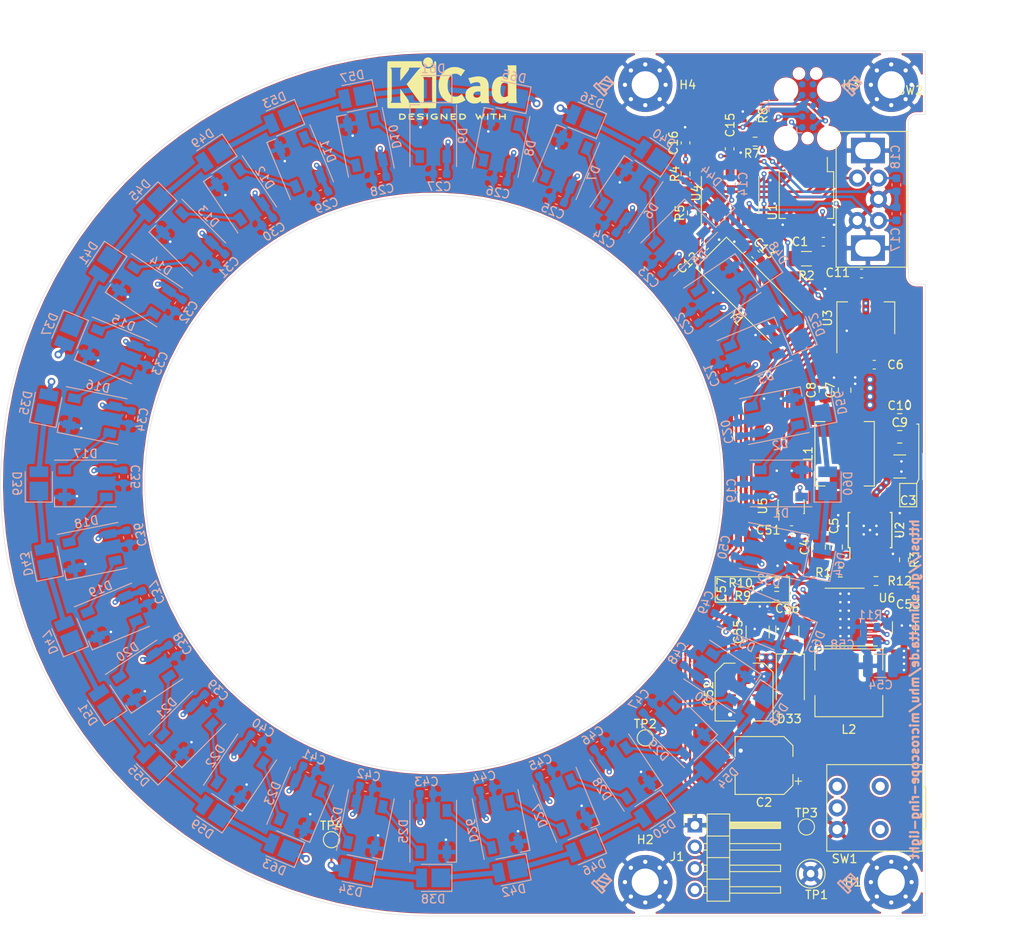
<source format=kicad_pcb>
(kicad_pcb (version 20171130) (host pcbnew 5.1.9)

  (general
    (thickness 1.6)
    (drawings 32)
    (tracks 1038)
    (zones 0)
    (modules 162)
    (nets 94)
  )

  (page A4)
  (layers
    (0 F.Cu signal)
    (1 In1.Cu power)
    (2 In2.Cu power)
    (31 B.Cu signal)
    (32 B.Adhes user)
    (33 F.Adhes user)
    (34 B.Paste user)
    (35 F.Paste user)
    (36 B.SilkS user)
    (37 F.SilkS user)
    (38 B.Mask user)
    (39 F.Mask user)
    (40 Dwgs.User user)
    (41 Cmts.User user)
    (42 Eco1.User user)
    (43 Eco2.User user)
    (44 Edge.Cuts user)
    (45 Margin user)
    (46 B.CrtYd user)
    (47 F.CrtYd user)
    (48 B.Fab user hide)
    (49 F.Fab user hide)
  )

  (setup
    (last_trace_width 0.25)
    (user_trace_width 0.3)
    (user_trace_width 0.6)
    (user_trace_width 0.8)
    (user_trace_width 2.5)
    (trace_clearance 0.2)
    (zone_clearance 0.3)
    (zone_45_only no)
    (trace_min 0.25)
    (via_size 0.8)
    (via_drill 0.4)
    (via_min_size 0.5)
    (via_min_drill 0.3)
    (user_via 0.6 0.3)
    (user_via 0.9 0.5)
    (uvia_size 0.3)
    (uvia_drill 0.1)
    (uvias_allowed no)
    (uvia_min_size 0.2)
    (uvia_min_drill 0.1)
    (edge_width 0.05)
    (segment_width 0.2)
    (pcb_text_width 0.3)
    (pcb_text_size 1.5 1.5)
    (mod_edge_width 0.12)
    (mod_text_size 1 1)
    (mod_text_width 0.15)
    (pad_size 1.205 1.55)
    (pad_drill 0)
    (pad_to_mask_clearance 0)
    (aux_axis_origin 70 70)
    (grid_origin 70 70)
    (visible_elements FFFFFF7F)
    (pcbplotparams
      (layerselection 0x010fc_ffffffff)
      (usegerberextensions true)
      (usegerberattributes true)
      (usegerberadvancedattributes true)
      (creategerberjobfile true)
      (excludeedgelayer true)
      (linewidth 0.100000)
      (plotframeref false)
      (viasonmask false)
      (mode 1)
      (useauxorigin false)
      (hpglpennumber 1)
      (hpglpenspeed 20)
      (hpglpendiameter 15.000000)
      (psnegative false)
      (psa4output false)
      (plotreference true)
      (plotvalue true)
      (plotinvisibletext false)
      (padsonsilk false)
      (subtractmaskfromsilk false)
      (outputformat 1)
      (mirror false)
      (drillshape 0)
      (scaleselection 1)
      (outputdirectory "gerber/"))
  )

  (net 0 "")
  (net 1 GND)
  (net 2 +3V3)
  (net 3 /TIM3_CH1)
  (net 4 /TIM3_CH2)
  (net 5 +12V)
  (net 6 +5V)
  (net 7 "Net-(D1-Pad4)")
  (net 8 "Net-(D1-Pad2)")
  (net 9 "Net-(D2-Pad4)")
  (net 10 "Net-(D3-Pad4)")
  (net 11 "Net-(D22-Pad4)")
  (net 12 "Net-(D4-Pad4)")
  (net 13 "Net-(D23-Pad4)")
  (net 14 "Net-(D5-Pad4)")
  (net 15 "Net-(D10-Pad2)")
  (net 16 "Net-(D10-Pad4)")
  (net 17 "Net-(D11-Pad4)")
  (net 18 "Net-(D12-Pad4)")
  (net 19 "Net-(D13-Pad4)")
  (net 20 "Net-(D14-Pad4)")
  (net 21 "Net-(D15-Pad4)")
  (net 22 "Net-(D16-Pad4)")
  (net 23 "Net-(D17-Pad4)")
  (net 24 "Net-(D18-Pad4)")
  (net 25 "Net-(D19-Pad4)")
  (net 26 "Net-(D20-Pad4)")
  (net 27 "Net-(D24-Pad4)")
  (net 28 /DMX+)
  (net 29 /DMX-)
  (net 30 /~RESET)
  (net 31 /STM_RX)
  (net 32 /STM_TX)
  (net 33 /SWCLK)
  (net 34 /SWDIO)
  (net 35 "/LED Grave/SK6812_DATA_IN")
  (net 36 /BUTTON)
  (net 37 "Net-(L1-Pad1)")
  (net 38 "Net-(C12-Pad1)")
  (net 39 "Net-(C13-Pad1)")
  (net 40 "Net-(D6-Pad4)")
  (net 41 "Net-(D7-Pad4)")
  (net 42 "Net-(D8-Pad4)")
  (net 43 "Net-(D21-Pad4)")
  (net 44 "Net-(D25-Pad4)")
  (net 45 "Net-(D26-Pad4)")
  (net 46 "Net-(D27-Pad4)")
  (net 47 "Net-(D28-Pad4)")
  (net 48 "Net-(D29-Pad4)")
  (net 49 "Net-(J1-Pad4)")
  (net 50 "Net-(D34-Pad1)")
  (net 51 "Net-(D35-Pad1)")
  (net 52 "Net-(D36-Pad1)")
  (net 53 "Net-(D37-Pad1)")
  (net 54 "Net-(D38-Pad1)")
  (net 55 "Net-(D39-Pad1)")
  (net 56 "Net-(D40-Pad1)")
  (net 57 "Net-(D41-Pad1)")
  (net 58 "Net-(D42-Pad1)")
  (net 59 "Net-(D43-Pad1)")
  (net 60 "Net-(D44-Pad1)")
  (net 61 "Net-(D45-Pad1)")
  (net 62 "Net-(D46-Pad1)")
  (net 63 "Net-(D47-Pad1)")
  (net 64 "Net-(D48-Pad1)")
  (net 65 "Net-(D49-Pad1)")
  (net 66 "Net-(D50-Pad1)")
  (net 67 "Net-(D51-Pad1)")
  (net 68 "Net-(D52-Pad1)")
  (net 69 "Net-(D53-Pad1)")
  (net 70 "Net-(D54-Pad1)")
  (net 71 "Net-(D55-Pad1)")
  (net 72 "Net-(D56-Pad1)")
  (net 73 "Net-(D57-Pad1)")
  (net 74 "Net-(D58-Pad1)")
  (net 75 "Net-(D59-Pad1)")
  (net 76 "Net-(D60-Pad1)")
  (net 77 "Net-(D61-Pad1)")
  (net 78 "Net-(D62-Pad1)")
  (net 79 "Net-(D63-Pad1)")
  (net 80 "Net-(R1-Pad2)")
  (net 81 /DMX_~RX~TX)
  (net 82 /WHITE_PWM)
  (net 83 /WhiteLEDs/LED_SUPPLY)
  (net 84 "Net-(D30-Pad4)")
  (net 85 "Net-(C57-Pad2)")
  (net 86 "Net-(C58-Pad1)")
  (net 87 "Net-(D31-Pad4)")
  (net 88 "Net-(D33-Pad2)")
  (net 89 "Net-(D64-Pad1)")
  (net 90 "Net-(D65-Pad1)")
  (net 91 "Net-(R5-Pad1)")
  (net 92 "Net-(R11-Pad2)")
  (net 93 "Net-(R12-Pad1)")

  (net_class Default "This is the default net class."
    (clearance 0.2)
    (trace_width 0.25)
    (via_dia 0.8)
    (via_drill 0.4)
    (uvia_dia 0.3)
    (uvia_drill 0.1)
    (diff_pair_width 0.3)
    (diff_pair_gap 0.26)
    (add_net +12V)
    (add_net +3V3)
    (add_net +5V)
    (add_net /BUTTON)
    (add_net /DMX_~RX~TX)
    (add_net "/LED Grave/SK6812_DATA_IN")
    (add_net /STM_RX)
    (add_net /STM_TX)
    (add_net /SWCLK)
    (add_net /SWDIO)
    (add_net /TIM3_CH1)
    (add_net /TIM3_CH2)
    (add_net /WHITE_PWM)
    (add_net /~RESET)
    (add_net GND)
    (add_net "Net-(C12-Pad1)")
    (add_net "Net-(C13-Pad1)")
    (add_net "Net-(C57-Pad2)")
    (add_net "Net-(C58-Pad1)")
    (add_net "Net-(D1-Pad2)")
    (add_net "Net-(D1-Pad4)")
    (add_net "Net-(D10-Pad2)")
    (add_net "Net-(D10-Pad4)")
    (add_net "Net-(D11-Pad4)")
    (add_net "Net-(D12-Pad4)")
    (add_net "Net-(D13-Pad4)")
    (add_net "Net-(D14-Pad4)")
    (add_net "Net-(D15-Pad4)")
    (add_net "Net-(D16-Pad4)")
    (add_net "Net-(D17-Pad4)")
    (add_net "Net-(D18-Pad4)")
    (add_net "Net-(D19-Pad4)")
    (add_net "Net-(D2-Pad4)")
    (add_net "Net-(D20-Pad4)")
    (add_net "Net-(D21-Pad4)")
    (add_net "Net-(D22-Pad4)")
    (add_net "Net-(D23-Pad4)")
    (add_net "Net-(D24-Pad4)")
    (add_net "Net-(D25-Pad4)")
    (add_net "Net-(D26-Pad4)")
    (add_net "Net-(D27-Pad4)")
    (add_net "Net-(D28-Pad4)")
    (add_net "Net-(D29-Pad4)")
    (add_net "Net-(D3-Pad4)")
    (add_net "Net-(D30-Pad4)")
    (add_net "Net-(D31-Pad4)")
    (add_net "Net-(D33-Pad2)")
    (add_net "Net-(D34-Pad1)")
    (add_net "Net-(D35-Pad1)")
    (add_net "Net-(D36-Pad1)")
    (add_net "Net-(D37-Pad1)")
    (add_net "Net-(D38-Pad1)")
    (add_net "Net-(D39-Pad1)")
    (add_net "Net-(D4-Pad4)")
    (add_net "Net-(D40-Pad1)")
    (add_net "Net-(D41-Pad1)")
    (add_net "Net-(D42-Pad1)")
    (add_net "Net-(D43-Pad1)")
    (add_net "Net-(D44-Pad1)")
    (add_net "Net-(D45-Pad1)")
    (add_net "Net-(D46-Pad1)")
    (add_net "Net-(D47-Pad1)")
    (add_net "Net-(D48-Pad1)")
    (add_net "Net-(D49-Pad1)")
    (add_net "Net-(D5-Pad4)")
    (add_net "Net-(D50-Pad1)")
    (add_net "Net-(D51-Pad1)")
    (add_net "Net-(D52-Pad1)")
    (add_net "Net-(D53-Pad1)")
    (add_net "Net-(D54-Pad1)")
    (add_net "Net-(D55-Pad1)")
    (add_net "Net-(D56-Pad1)")
    (add_net "Net-(D57-Pad1)")
    (add_net "Net-(D58-Pad1)")
    (add_net "Net-(D59-Pad1)")
    (add_net "Net-(D6-Pad4)")
    (add_net "Net-(D60-Pad1)")
    (add_net "Net-(D61-Pad1)")
    (add_net "Net-(D62-Pad1)")
    (add_net "Net-(D63-Pad1)")
    (add_net "Net-(D64-Pad1)")
    (add_net "Net-(D65-Pad1)")
    (add_net "Net-(D7-Pad4)")
    (add_net "Net-(D8-Pad4)")
    (add_net "Net-(J1-Pad4)")
    (add_net "Net-(L1-Pad1)")
    (add_net "Net-(R1-Pad2)")
    (add_net "Net-(R11-Pad2)")
    (add_net "Net-(R12-Pad1)")
    (add_net "Net-(R5-Pad1)")
  )

  (net_class DMX-DIFF120 ""
    (clearance 0.2)
    (trace_width 0.25)
    (via_dia 0.6)
    (via_drill 0.3)
    (uvia_dia 0.3)
    (uvia_drill 0.1)
    (diff_pair_width 0.25)
    (diff_pair_gap 0.3)
    (add_net /DMX+)
    (add_net /DMX-)
  )

  (net_class LED_SUPPLY ""
    (clearance 0.35)
    (trace_width 0.25)
    (via_dia 0.8)
    (via_drill 0.4)
    (uvia_dia 0.3)
    (uvia_drill 0.1)
    (diff_pair_width 0.3)
    (diff_pair_gap 0.25)
    (add_net /WhiteLEDs/LED_SUPPLY)
  )

  (module shimatta_switch:EN11-VSM (layer F.Cu) (tedit 60201AA5) (tstamp 6068A86B)
    (at 122.5 36.5)
    (path /606929D5)
    (fp_text reference SW2 (at 3.75 -12.85) (layer F.SilkS)
      (effects (font (size 1 1) (thickness 0.15)))
    )
    (fp_text value EN11-VSM (at 2.25 0 90) (layer F.Fab)
      (effects (font (size 1 1) (thickness 0.15)))
    )
    (fp_line (start -5 8) (end -5 -8) (layer F.SilkS) (width 0.12))
    (fp_line (start 3.35 8) (end -5 8) (layer F.SilkS) (width 0.12))
    (fp_line (start 3.35 -8) (end 3.35 8) (layer F.SilkS) (width 0.12))
    (fp_line (start -5 -8) (end 3.35 -8) (layer F.SilkS) (width 0.12))
    (fp_line (start 16.15 3) (end 8 3) (layer F.Fab) (width 0.12))
    (fp_line (start 16.15 -3) (end 16.15 3) (layer F.Fab) (width 0.12))
    (fp_line (start 8 -3) (end 16.15 -3) (layer F.Fab) (width 0.12))
    (fp_line (start 8 -3.5) (end 8 3.5) (layer F.Fab) (width 0.12))
    (fp_line (start 3.35 3.5) (end 8 3.5) (layer F.Fab) (width 0.12))
    (fp_line (start 3.35 -3.5) (end 8 -3.5) (layer F.Fab) (width 0.12))
    (fp_line (start 3.35 -8) (end 3.35 8) (layer F.Fab) (width 0.12))
    (fp_line (start -5 8) (end 3.35 8) (layer F.Fab) (width 0.12))
    (fp_line (start -5 -8) (end -5 8) (layer F.Fab) (width 0.12))
    (fp_line (start -5 -8) (end 3.35 -8) (layer F.Fab) (width 0.12))
    (pad MP thru_hole rect (at -1.25 5.75) (size 4 3) (drill oval 3 2) (layers *.Cu *.Mask)
      (net 1 GND))
    (pad MP thru_hole rect (at -1.25 -5.75) (size 4 3) (drill oval 3 2) (layers *.Cu *.Mask)
      (net 1 GND))
    (pad S2 thru_hole circle (at -2.5 2.5) (size 2 2) (drill 1.1) (layers *.Cu *.Mask)
      (net 1 GND))
    (pad S1 thru_hole circle (at -2.5 -2.5) (size 2 2) (drill 1.1) (layers *.Cu *.Mask)
      (net 36 /BUTTON))
    (pad C thru_hole circle (at 0 0) (size 2 2) (drill 1.1) (layers *.Cu *.Mask)
      (net 1 GND))
    (pad B thru_hole circle (at 0 -2.5) (size 2 2) (drill 1.1) (layers *.Cu *.Mask)
      (net 4 /TIM3_CH2))
    (pad A thru_hole circle (at 0 2.5) (size 2 2) (drill 1.1) (layers *.Cu *.Mask)
      (net 3 /TIM3_CH1))
  )

  (module Capacitor_SMD:C_0805_2012Metric (layer F.Cu) (tedit 5F68FEEE) (tstamp 60622F58)
    (at 125 62.5)
    (descr "Capacitor SMD 0805 (2012 Metric), square (rectangular) end terminal, IPC_7351 nominal, (Body size source: IPC-SM-782 page 76, https://www.pcb-3d.com/wordpress/wp-content/uploads/ipc-sm-782a_amendment_1_and_2.pdf, https://docs.google.com/spreadsheets/d/1BsfQQcO9C6DZCsRaXUlFlo91Tg2WpOkGARC1WS5S8t0/edit?usp=sharing), generated with kicad-footprint-generator")
    (tags capacitor)
    (path /600E7362)
    (attr smd)
    (fp_text reference C10 (at 0 -1.68) (layer F.SilkS)
      (effects (font (size 1 1) (thickness 0.15)))
    )
    (fp_text value 10u (at 0 1.68) (layer F.Fab)
      (effects (font (size 1 1) (thickness 0.15)))
    )
    (fp_line (start -1 0.625) (end -1 -0.625) (layer F.Fab) (width 0.1))
    (fp_line (start -1 -0.625) (end 1 -0.625) (layer F.Fab) (width 0.1))
    (fp_line (start 1 -0.625) (end 1 0.625) (layer F.Fab) (width 0.1))
    (fp_line (start 1 0.625) (end -1 0.625) (layer F.Fab) (width 0.1))
    (fp_line (start -0.261252 -0.735) (end 0.261252 -0.735) (layer F.SilkS) (width 0.12))
    (fp_line (start -0.261252 0.735) (end 0.261252 0.735) (layer F.SilkS) (width 0.12))
    (fp_line (start -1.7 0.98) (end -1.7 -0.98) (layer F.CrtYd) (width 0.05))
    (fp_line (start -1.7 -0.98) (end 1.7 -0.98) (layer F.CrtYd) (width 0.05))
    (fp_line (start 1.7 -0.98) (end 1.7 0.98) (layer F.CrtYd) (width 0.05))
    (fp_line (start 1.7 0.98) (end -1.7 0.98) (layer F.CrtYd) (width 0.05))
    (fp_text user %R (at 0 0) (layer F.Fab)
      (effects (font (size 0.5 0.5) (thickness 0.08)))
    )
    (pad 2 smd roundrect (at 0.95 0) (size 1 1.45) (layers F.Cu F.Paste F.Mask) (roundrect_rratio 0.25)
      (net 1 GND))
    (pad 1 smd roundrect (at -0.95 0) (size 1 1.45) (layers F.Cu F.Paste F.Mask) (roundrect_rratio 0.25)
      (net 6 +5V))
    (model ${KISYS3DMOD}/Capacitor_SMD.3dshapes/C_0805_2012Metric.wrl
      (at (xyz 0 0 0))
      (scale (xyz 1 1 1))
      (rotate (xyz 0 0 0))
    )
  )

  (module Capacitor_SMD:C_0805_2012Metric (layer F.Cu) (tedit 5F68FEEE) (tstamp 60622E53)
    (at 125 64.5)
    (descr "Capacitor SMD 0805 (2012 Metric), square (rectangular) end terminal, IPC_7351 nominal, (Body size source: IPC-SM-782 page 76, https://www.pcb-3d.com/wordpress/wp-content/uploads/ipc-sm-782a_amendment_1_and_2.pdf, https://docs.google.com/spreadsheets/d/1BsfQQcO9C6DZCsRaXUlFlo91Tg2WpOkGARC1WS5S8t0/edit?usp=sharing), generated with kicad-footprint-generator")
    (tags capacitor)
    (path /600E6713)
    (attr smd)
    (fp_text reference C9 (at 0 -1.68) (layer F.SilkS)
      (effects (font (size 1 1) (thickness 0.15)))
    )
    (fp_text value 10u (at 0 1.68) (layer F.Fab)
      (effects (font (size 1 1) (thickness 0.15)))
    )
    (fp_line (start -1 0.625) (end -1 -0.625) (layer F.Fab) (width 0.1))
    (fp_line (start -1 -0.625) (end 1 -0.625) (layer F.Fab) (width 0.1))
    (fp_line (start 1 -0.625) (end 1 0.625) (layer F.Fab) (width 0.1))
    (fp_line (start 1 0.625) (end -1 0.625) (layer F.Fab) (width 0.1))
    (fp_line (start -0.261252 -0.735) (end 0.261252 -0.735) (layer F.SilkS) (width 0.12))
    (fp_line (start -0.261252 0.735) (end 0.261252 0.735) (layer F.SilkS) (width 0.12))
    (fp_line (start -1.7 0.98) (end -1.7 -0.98) (layer F.CrtYd) (width 0.05))
    (fp_line (start -1.7 -0.98) (end 1.7 -0.98) (layer F.CrtYd) (width 0.05))
    (fp_line (start 1.7 -0.98) (end 1.7 0.98) (layer F.CrtYd) (width 0.05))
    (fp_line (start 1.7 0.98) (end -1.7 0.98) (layer F.CrtYd) (width 0.05))
    (fp_text user %R (at 0 0) (layer F.Fab)
      (effects (font (size 0.5 0.5) (thickness 0.08)))
    )
    (pad 2 smd roundrect (at 0.95 0) (size 1 1.45) (layers F.Cu F.Paste F.Mask) (roundrect_rratio 0.25)
      (net 1 GND))
    (pad 1 smd roundrect (at -0.95 0) (size 1 1.45) (layers F.Cu F.Paste F.Mask) (roundrect_rratio 0.25)
      (net 6 +5V))
    (model ${KISYS3DMOD}/Capacitor_SMD.3dshapes/C_0805_2012Metric.wrl
      (at (xyz 0 0 0))
      (scale (xyz 1 1 1))
      (rotate (xyz 0 0 0))
    )
  )

  (module Capacitor_SMD:C_0805_2012Metric (layer F.Cu) (tedit 5F68FEEE) (tstamp 60622F22)
    (at 116.25 59 90)
    (descr "Capacitor SMD 0805 (2012 Metric), square (rectangular) end terminal, IPC_7351 nominal, (Body size source: IPC-SM-782 page 76, https://www.pcb-3d.com/wordpress/wp-content/uploads/ipc-sm-782a_amendment_1_and_2.pdf, https://docs.google.com/spreadsheets/d/1BsfQQcO9C6DZCsRaXUlFlo91Tg2WpOkGARC1WS5S8t0/edit?usp=sharing), generated with kicad-footprint-generator")
    (tags capacitor)
    (path /600E635C)
    (attr smd)
    (fp_text reference C8 (at 0 -1.68 90) (layer F.SilkS)
      (effects (font (size 1 1) (thickness 0.15)))
    )
    (fp_text value 10u (at 0 1.68 90) (layer F.Fab)
      (effects (font (size 1 1) (thickness 0.15)))
    )
    (fp_line (start -1 0.625) (end -1 -0.625) (layer F.Fab) (width 0.1))
    (fp_line (start -1 -0.625) (end 1 -0.625) (layer F.Fab) (width 0.1))
    (fp_line (start 1 -0.625) (end 1 0.625) (layer F.Fab) (width 0.1))
    (fp_line (start 1 0.625) (end -1 0.625) (layer F.Fab) (width 0.1))
    (fp_line (start -0.261252 -0.735) (end 0.261252 -0.735) (layer F.SilkS) (width 0.12))
    (fp_line (start -0.261252 0.735) (end 0.261252 0.735) (layer F.SilkS) (width 0.12))
    (fp_line (start -1.7 0.98) (end -1.7 -0.98) (layer F.CrtYd) (width 0.05))
    (fp_line (start -1.7 -0.98) (end 1.7 -0.98) (layer F.CrtYd) (width 0.05))
    (fp_line (start 1.7 -0.98) (end 1.7 0.98) (layer F.CrtYd) (width 0.05))
    (fp_line (start 1.7 0.98) (end -1.7 0.98) (layer F.CrtYd) (width 0.05))
    (fp_text user %R (at 0 0 90) (layer F.Fab)
      (effects (font (size 0.5 0.5) (thickness 0.08)))
    )
    (pad 2 smd roundrect (at 0.95 0 90) (size 1 1.45) (layers F.Cu F.Paste F.Mask) (roundrect_rratio 0.25)
      (net 1 GND))
    (pad 1 smd roundrect (at -0.95 0 90) (size 1 1.45) (layers F.Cu F.Paste F.Mask) (roundrect_rratio 0.25)
      (net 6 +5V))
    (model ${KISYS3DMOD}/Capacitor_SMD.3dshapes/C_0805_2012Metric.wrl
      (at (xyz 0 0 0))
      (scale (xyz 1 1 1))
      (rotate (xyz 0 0 0))
    )
  )

  (module Capacitor_SMD:C_0805_2012Metric (layer F.Cu) (tedit 5F68FEEE) (tstamp 60622FFD)
    (at 118.5 59 90)
    (descr "Capacitor SMD 0805 (2012 Metric), square (rectangular) end terminal, IPC_7351 nominal, (Body size source: IPC-SM-782 page 76, https://www.pcb-3d.com/wordpress/wp-content/uploads/ipc-sm-782a_amendment_1_and_2.pdf, https://docs.google.com/spreadsheets/d/1BsfQQcO9C6DZCsRaXUlFlo91Tg2WpOkGARC1WS5S8t0/edit?usp=sharing), generated with kicad-footprint-generator")
    (tags capacitor)
    (path /600E5144)
    (attr smd)
    (fp_text reference C7 (at 0 -1.68 90) (layer F.SilkS)
      (effects (font (size 1 1) (thickness 0.15)))
    )
    (fp_text value 10u (at 0 1.68 90) (layer F.Fab)
      (effects (font (size 1 1) (thickness 0.15)))
    )
    (fp_line (start -1 0.625) (end -1 -0.625) (layer F.Fab) (width 0.1))
    (fp_line (start -1 -0.625) (end 1 -0.625) (layer F.Fab) (width 0.1))
    (fp_line (start 1 -0.625) (end 1 0.625) (layer F.Fab) (width 0.1))
    (fp_line (start 1 0.625) (end -1 0.625) (layer F.Fab) (width 0.1))
    (fp_line (start -0.261252 -0.735) (end 0.261252 -0.735) (layer F.SilkS) (width 0.12))
    (fp_line (start -0.261252 0.735) (end 0.261252 0.735) (layer F.SilkS) (width 0.12))
    (fp_line (start -1.7 0.98) (end -1.7 -0.98) (layer F.CrtYd) (width 0.05))
    (fp_line (start -1.7 -0.98) (end 1.7 -0.98) (layer F.CrtYd) (width 0.05))
    (fp_line (start 1.7 -0.98) (end 1.7 0.98) (layer F.CrtYd) (width 0.05))
    (fp_line (start 1.7 0.98) (end -1.7 0.98) (layer F.CrtYd) (width 0.05))
    (fp_text user %R (at 0 0 90) (layer F.Fab)
      (effects (font (size 0.5 0.5) (thickness 0.08)))
    )
    (pad 2 smd roundrect (at 0.95 0 90) (size 1 1.45) (layers F.Cu F.Paste F.Mask) (roundrect_rratio 0.25)
      (net 1 GND))
    (pad 1 smd roundrect (at -0.95 0 90) (size 1 1.45) (layers F.Cu F.Paste F.Mask) (roundrect_rratio 0.25)
      (net 6 +5V))
    (model ${KISYS3DMOD}/Capacitor_SMD.3dshapes/C_0805_2012Metric.wrl
      (at (xyz 0 0 0))
      (scale (xyz 1 1 1))
      (rotate (xyz 0 0 0))
    )
  )

  (module shimatta_inductor:FerroCore_DE0704 (layer F.Cu) (tedit 606204E6) (tstamp 6062A4A1)
    (at 119 93.5 180)
    (path /606770DB/60625C92)
    (fp_text reference L2 (at 0 -5.5) (layer F.SilkS)
      (effects (font (size 1 1) (thickness 0.15)))
    )
    (fp_text value DE0704-22 (at 0 -2) (layer F.Fab)
      (effects (font (size 1 1) (thickness 0.15)))
    )
    (fp_circle (center 0 0) (end 3.25 0) (layer F.Fab) (width 0.12))
    (fp_line (start -3.75 2.75) (end -3.75 -2.75) (layer F.Fab) (width 0.12))
    (fp_line (start 2.75 3.75) (end -2.75 3.75) (layer F.Fab) (width 0.12))
    (fp_line (start 3.75 -2.75) (end 3.75 2.75) (layer F.Fab) (width 0.12))
    (fp_line (start -2.75 -3.75) (end 2.75 -3.75) (layer F.Fab) (width 0.12))
    (fp_line (start -4.5 4) (end -4.5 -4) (layer F.CrtYd) (width 0.12))
    (fp_line (start 4.5 4) (end -4.5 4) (layer F.CrtYd) (width 0.12))
    (fp_line (start 4.5 -4) (end 4.5 4) (layer F.CrtYd) (width 0.12))
    (fp_line (start -4.5 -4) (end 4.5 -4) (layer F.CrtYd) (width 0.12))
    (fp_line (start -4 -1.5) (end -4 -4) (layer F.SilkS) (width 0.12))
    (fp_line (start -4 -4) (end 4 -4) (layer F.SilkS) (width 0.12))
    (fp_line (start 4 -4) (end 4 -1.5) (layer F.SilkS) (width 0.12))
    (fp_line (start 4 1.5) (end 4 4) (layer F.SilkS) (width 0.12))
    (fp_line (start 4 4) (end -4 4) (layer F.SilkS) (width 0.12))
    (fp_line (start -4 4) (end -4 1.5) (layer F.SilkS) (width 0.12))
    (fp_arc (start -2.75 2.75) (end -3.75 2.75) (angle -90) (layer F.Fab) (width 0.12))
    (fp_arc (start 2.75 2.75) (end 2.75 3.75) (angle -90) (layer F.Fab) (width 0.12))
    (fp_arc (start 2.75 -2.75) (end 3.75 -2.75) (angle -90) (layer F.Fab) (width 0.12))
    (fp_arc (start -2.75 -2.75) (end -2.75 -3.75) (angle -90) (layer F.Fab) (width 0.12))
    (pad 2 smd rect (at 3.5 0 180) (size 1.6 2.2) (layers F.Cu F.Paste F.Mask)
      (net 88 "Net-(D33-Pad2)"))
    (pad 1 smd rect (at -3.5 0 180) (size 1.6 2.2) (layers F.Cu F.Paste F.Mask)
      (net 5 +12V))
  )

  (module Symbol:KiCad-Logo2_6mm_SilkScreen (layer F.Cu) (tedit 0) (tstamp 6061956D)
    (at 72.25 22.75)
    (descr "KiCad Logo")
    (tags "Logo KiCad")
    (attr virtual)
    (fp_text reference REF** (at 0 -5.08) (layer F.SilkS) hide
      (effects (font (size 1 1) (thickness 0.15)))
    )
    (fp_text value KiCad-Logo2_6mm_SilkScreen (at 0 6.35) (layer F.Fab) hide
      (effects (font (size 1 1) (thickness 0.15)))
    )
    (fp_poly (pts (xy -5.955743 -2.526311) (xy -5.69122 -2.526275) (xy -5.568088 -2.52627) (xy -3.597189 -2.52627)
      (xy -3.597189 -2.41009) (xy -3.584789 -2.268709) (xy -3.547364 -2.138316) (xy -3.484577 -2.018138)
      (xy -3.396094 -1.907398) (xy -3.366157 -1.877489) (xy -3.258466 -1.792652) (xy -3.139725 -1.730779)
      (xy -3.01346 -1.691841) (xy -2.883197 -1.67581) (xy -2.752465 -1.682658) (xy -2.624788 -1.712357)
      (xy -2.503695 -1.76488) (xy -2.392712 -1.840197) (xy -2.342868 -1.885637) (xy -2.249983 -1.997048)
      (xy -2.181873 -2.119565) (xy -2.139129 -2.251785) (xy -2.122347 -2.392308) (xy -2.122124 -2.406133)
      (xy -2.121244 -2.526266) (xy -2.068443 -2.526268) (xy -2.021604 -2.519911) (xy -1.978817 -2.504444)
      (xy -1.975989 -2.502846) (xy -1.966325 -2.497832) (xy -1.957451 -2.493927) (xy -1.949335 -2.489993)
      (xy -1.941943 -2.484894) (xy -1.935245 -2.477492) (xy -1.929208 -2.466649) (xy -1.923801 -2.451228)
      (xy -1.91899 -2.430091) (xy -1.914745 -2.402101) (xy -1.911032 -2.366121) (xy -1.907821 -2.321013)
      (xy -1.905078 -2.26564) (xy -1.902772 -2.198863) (xy -1.900871 -2.119547) (xy -1.899342 -2.026553)
      (xy -1.898154 -1.918743) (xy -1.897274 -1.794981) (xy -1.89667 -1.654129) (xy -1.896311 -1.49505)
      (xy -1.896165 -1.316605) (xy -1.896198 -1.117658) (xy -1.89638 -0.897071) (xy -1.896677 -0.653707)
      (xy -1.897059 -0.386428) (xy -1.897492 -0.094097) (xy -1.897945 0.224424) (xy -1.897998 0.26323)
      (xy -1.898404 0.583782) (xy -1.898749 0.878012) (xy -1.899069 1.147056) (xy -1.8994 1.392052)
      (xy -1.899779 1.614137) (xy -1.900243 1.814447) (xy -1.900828 1.994119) (xy -1.90157 2.15429)
      (xy -1.902506 2.296098) (xy -1.903673 2.420679) (xy -1.905107 2.52917) (xy -1.906844 2.622707)
      (xy -1.908922 2.702429) (xy -1.911376 2.769472) (xy -1.914244 2.824973) (xy -1.917561 2.870068)
      (xy -1.921364 2.905895) (xy -1.92569 2.933591) (xy -1.930575 2.954293) (xy -1.936055 2.969137)
      (xy -1.942168 2.97926) (xy -1.94895 2.9858) (xy -1.956437 2.989893) (xy -1.964666 2.992676)
      (xy -1.973673 2.995287) (xy -1.983495 2.998862) (xy -1.985894 2.99995) (xy -1.993435 3.002396)
      (xy -2.006056 3.004642) (xy -2.024859 3.006698) (xy -2.050947 3.008572) (xy -2.085422 3.010271)
      (xy -2.129385 3.011803) (xy -2.183939 3.013177) (xy -2.250185 3.0144) (xy -2.329226 3.015481)
      (xy -2.422163 3.016427) (xy -2.530099 3.017247) (xy -2.654136 3.017947) (xy -2.795376 3.018538)
      (xy -2.954921 3.019025) (xy -3.133872 3.019419) (xy -3.333332 3.019725) (xy -3.554404 3.019953)
      (xy -3.798188 3.02011) (xy -4.065787 3.020205) (xy -4.358303 3.020245) (xy -4.676839 3.020238)
      (xy -4.780021 3.020228) (xy -5.105623 3.020176) (xy -5.404881 3.020091) (xy -5.678909 3.019963)
      (xy -5.928824 3.019785) (xy -6.15574 3.019548) (xy -6.360773 3.019242) (xy -6.545038 3.01886)
      (xy -6.70965 3.018392) (xy -6.855725 3.01783) (xy -6.984376 3.017165) (xy -7.096721 3.016388)
      (xy -7.193874 3.015491) (xy -7.27695 3.014465) (xy -7.347064 3.013301) (xy -7.405332 3.011991)
      (xy -7.452869 3.010525) (xy -7.49079 3.008896) (xy -7.52021 3.007093) (xy -7.542245 3.00511)
      (xy -7.55801 3.002936) (xy -7.56862 3.000563) (xy -7.574404 2.998391) (xy -7.584684 2.994056)
      (xy -7.594122 2.990859) (xy -7.602755 2.987665) (xy -7.610619 2.983338) (xy -7.617748 2.976744)
      (xy -7.624179 2.966747) (xy -7.629947 2.952212) (xy -7.635089 2.932003) (xy -7.63964 2.904985)
      (xy -7.643635 2.870023) (xy -7.647111 2.825981) (xy -7.650102 2.771724) (xy -7.652646 2.706117)
      (xy -7.654777 2.628024) (xy -7.656532 2.53631) (xy -7.657945 2.42984) (xy -7.658315 2.388973)
      (xy -7.291884 2.388973) (xy -5.996734 2.388973) (xy -6.021655 2.351217) (xy -6.046447 2.312417)
      (xy -6.06744 2.275469) (xy -6.084935 2.237788) (xy -6.09923 2.196788) (xy -6.110623 2.149883)
      (xy -6.119413 2.094487) (xy -6.125898 2.028016) (xy -6.130377 1.947883) (xy -6.13315 1.851502)
      (xy -6.134513 1.736289) (xy -6.134767 1.599657) (xy -6.134209 1.43902) (xy -6.133893 1.379382)
      (xy -6.130325 0.740041) (xy -5.725298 1.291449) (xy -5.610554 1.447876) (xy -5.511143 1.584088)
      (xy -5.42599 1.70189) (xy -5.354022 1.803084) (xy -5.294166 1.889477) (xy -5.245348 1.962874)
      (xy -5.206495 2.025077) (xy -5.176534 2.077893) (xy -5.154391 2.123125) (xy -5.138993 2.162578)
      (xy -5.129266 2.198058) (xy -5.124137 2.231368) (xy -5.122532 2.264313) (xy -5.123379 2.298697)
      (xy -5.123595 2.303019) (xy -5.128054 2.389031) (xy -3.708692 2.388973) (xy -3.814265 2.282522)
      (xy -3.842913 2.253406) (xy -3.87009 2.225076) (xy -3.896989 2.195968) (xy -3.924803 2.16452)
      (xy -3.954725 2.129169) (xy -3.987946 2.088354) (xy -4.025661 2.040511) (xy -4.06906 1.984079)
      (xy -4.119338 1.917494) (xy -4.177688 1.839195) (xy -4.2453 1.747619) (xy -4.323369 1.641204)
      (xy -4.413088 1.518387) (xy -4.515648 1.377605) (xy -4.632242 1.217297) (xy -4.727809 1.085798)
      (xy -4.847749 0.920596) (xy -4.95238 0.776152) (xy -5.042648 0.651094) (xy -5.119503 0.544052)
      (xy -5.183891 0.453654) (xy -5.236761 0.378529) (xy -5.27906 0.317304) (xy -5.311736 0.26861)
      (xy -5.335738 0.231074) (xy -5.352013 0.203325) (xy -5.361508 0.183992) (xy -5.365173 0.171703)
      (xy -5.364071 0.165242) (xy -5.350724 0.148048) (xy -5.321866 0.111655) (xy -5.27924 0.058224)
      (xy -5.224585 -0.010081) (xy -5.159644 -0.091097) (xy -5.086158 -0.18266) (xy -5.005868 -0.282608)
      (xy -4.920515 -0.388776) (xy -4.83184 -0.499003) (xy -4.741586 -0.611124) (xy -4.691944 -0.672756)
      (xy -3.459373 -0.672756) (xy -3.408146 -0.580081) (xy -3.356919 -0.487405) (xy -3.356919 2.203622)
      (xy -3.408146 2.296298) (xy -3.459373 2.388973) (xy -2.853396 2.388973) (xy -2.708734 2.388931)
      (xy -2.589244 2.388741) (xy -2.492642 2.388308) (xy -2.416642 2.387536) (xy -2.358957 2.38633)
      (xy -2.317301 2.384594) (xy -2.289389 2.382232) (xy -2.272935 2.37915) (xy -2.265652 2.375251)
      (xy -2.265255 2.37044) (xy -2.269458 2.364622) (xy -2.269501 2.364574) (xy -2.286813 2.339532)
      (xy -2.309736 2.298815) (xy -2.329981 2.258168) (xy -2.368379 2.176162) (xy -2.376211 -0.672756)
      (xy -3.459373 -0.672756) (xy -4.691944 -0.672756) (xy -4.651493 -0.722976) (xy -4.563302 -0.832396)
      (xy -4.478754 -0.937222) (xy -4.399592 -1.035289) (xy -4.327556 -1.124434) (xy -4.264387 -1.202495)
      (xy -4.211827 -1.267308) (xy -4.171617 -1.31671) (xy -4.148 -1.345513) (xy -4.05629 -1.453222)
      (xy -3.96806 -1.55042) (xy -3.886403 -1.633924) (xy -3.81441 -1.700552) (xy -3.763319 -1.741401)
      (xy -3.702907 -1.784865) (xy -5.092298 -1.784865) (xy -5.091908 -1.703334) (xy -5.095791 -1.643394)
      (xy -5.11039 -1.587823) (xy -5.132988 -1.535145) (xy -5.147678 -1.505385) (xy -5.163472 -1.475897)
      (xy -5.181814 -1.444724) (xy -5.204145 -1.409907) (xy -5.231909 -1.36949) (xy -5.266549 -1.321514)
      (xy -5.309507 -1.264022) (xy -5.362227 -1.195057) (xy -5.426151 -1.112661) (xy -5.502721 -1.014876)
      (xy -5.593381 -0.899745) (xy -5.699574 -0.76531) (xy -5.711568 -0.750141) (xy -6.130325 -0.220588)
      (xy -6.134378 -0.807078) (xy -6.135195 -0.982749) (xy -6.135021 -1.131468) (xy -6.133849 -1.253725)
      (xy -6.131669 -1.350011) (xy -6.128474 -1.420817) (xy -6.124256 -1.466631) (xy -6.122838 -1.475321)
      (xy -6.100591 -1.566865) (xy -6.071443 -1.649392) (xy -6.038182 -1.715747) (xy -6.0182 -1.74389)
      (xy -5.983722 -1.784865) (xy -6.637914 -1.784865) (xy -6.793969 -1.784731) (xy -6.924467 -1.784297)
      (xy -7.03131 -1.783511) (xy -7.116398 -1.782324) (xy -7.181635 -1.780683) (xy -7.228921 -1.778539)
      (xy -7.260157 -1.775841) (xy -7.277246 -1.772538) (xy -7.282088 -1.768579) (xy -7.281753 -1.767702)
      (xy -7.267885 -1.746769) (xy -7.244732 -1.713588) (xy -7.232754 -1.696807) (xy -7.220369 -1.68006)
      (xy -7.209237 -1.665085) (xy -7.199288 -1.650406) (xy -7.190451 -1.634551) (xy -7.182657 -1.616045)
      (xy -7.175835 -1.593415) (xy -7.169916 -1.565187) (xy -7.164829 -1.529887) (xy -7.160504 -1.486042)
      (xy -7.156871 -1.432178) (xy -7.15386 -1.36682) (xy -7.151401 -1.288496) (xy -7.149423 -1.195732)
      (xy -7.147858 -1.087053) (xy -7.146634 -0.960987) (xy -7.145681 -0.816058) (xy -7.14493 -0.650794)
      (xy -7.144311 -0.463721) (xy -7.143752 -0.253365) (xy -7.143185 -0.018252) (xy -7.142655 0.197741)
      (xy -7.142155 0.438535) (xy -7.141895 0.668274) (xy -7.141868 0.885493) (xy -7.142067 1.088722)
      (xy -7.142486 1.276496) (xy -7.143118 1.447345) (xy -7.143956 1.599803) (xy -7.144992 1.732403)
      (xy -7.14622 1.843676) (xy -7.147633 1.932156) (xy -7.149225 1.996375) (xy -7.150987 2.034865)
      (xy -7.151321 2.038933) (xy -7.163466 2.132248) (xy -7.182427 2.20719) (xy -7.211302 2.272594)
      (xy -7.25319 2.337293) (xy -7.258429 2.344352) (xy -7.291884 2.388973) (xy -7.658315 2.388973)
      (xy -7.659054 2.307479) (xy -7.659893 2.16809) (xy -7.660498 2.010539) (xy -7.660905 1.833691)
      (xy -7.66115 1.63641) (xy -7.661267 1.41756) (xy -7.661295 1.176007) (xy -7.661267 0.910615)
      (xy -7.66122 0.620249) (xy -7.66119 0.303773) (xy -7.661189 0.240946) (xy -7.661172 -0.078863)
      (xy -7.661112 -0.372339) (xy -7.661002 -0.64061) (xy -7.660833 -0.884802) (xy -7.660597 -1.106043)
      (xy -7.660284 -1.30546) (xy -7.659885 -1.48418) (xy -7.659393 -1.643329) (xy -7.658797 -1.784034)
      (xy -7.65809 -1.907424) (xy -7.657263 -2.014624) (xy -7.656307 -2.106762) (xy -7.655213 -2.184965)
      (xy -7.653973 -2.250359) (xy -7.652578 -2.304072) (xy -7.651018 -2.347231) (xy -7.649286 -2.380963)
      (xy -7.647372 -2.406395) (xy -7.645268 -2.424653) (xy -7.642966 -2.436866) (xy -7.640455 -2.444159)
      (xy -7.640363 -2.444341) (xy -7.635192 -2.455482) (xy -7.630885 -2.465569) (xy -7.626121 -2.474654)
      (xy -7.619578 -2.482788) (xy -7.609935 -2.490024) (xy -7.595871 -2.496414) (xy -7.576063 -2.502011)
      (xy -7.549191 -2.506867) (xy -7.513933 -2.511034) (xy -7.468968 -2.514564) (xy -7.412974 -2.517509)
      (xy -7.344629 -2.519923) (xy -7.262614 -2.521856) (xy -7.165605 -2.523362) (xy -7.052282 -2.524492)
      (xy -6.921323 -2.525298) (xy -6.771407 -2.525834) (xy -6.601213 -2.526151) (xy -6.409418 -2.526301)
      (xy -6.194702 -2.526337) (xy -5.955743 -2.526311)) (layer F.SilkS) (width 0.01))
    (fp_poly (pts (xy 0.439962 -1.839501) (xy 0.588014 -1.823293) (xy 0.731452 -1.794282) (xy 0.87611 -1.750955)
      (xy 1.027824 -1.691799) (xy 1.192428 -1.6153) (xy 1.222071 -1.600483) (xy 1.290098 -1.566969)
      (xy 1.354256 -1.536792) (xy 1.408215 -1.512834) (xy 1.44564 -1.497976) (xy 1.451389 -1.496105)
      (xy 1.506486 -1.479598) (xy 1.259851 -1.120799) (xy 1.199552 -1.033107) (xy 1.144422 -0.952988)
      (xy 1.096336 -0.883164) (xy 1.057168 -0.826353) (xy 1.028794 -0.785277) (xy 1.013087 -0.762654)
      (xy 1.010536 -0.759072) (xy 1.000171 -0.766562) (xy 0.97466 -0.789082) (xy 0.938563 -0.822539)
      (xy 0.918642 -0.84145) (xy 0.805773 -0.931222) (xy 0.679014 -0.999439) (xy 0.569783 -1.036805)
      (xy 0.504214 -1.04854) (xy 0.422116 -1.055692) (xy 0.333144 -1.058126) (xy 0.246956 -1.055712)
      (xy 0.173205 -1.048317) (xy 0.143776 -1.042653) (xy 0.011133 -0.997018) (xy -0.108394 -0.927337)
      (xy -0.214717 -0.83374) (xy -0.307747 -0.716351) (xy -0.387395 -0.5753) (xy -0.453574 -0.410714)
      (xy -0.506194 -0.22272) (xy -0.537467 -0.061783) (xy -0.545626 0.009263) (xy -0.551185 0.101046)
      (xy -0.554198 0.206968) (xy -0.554719 0.320434) (xy -0.5528 0.434849) (xy -0.548497 0.543617)
      (xy -0.541863 0.640143) (xy -0.532951 0.717831) (xy -0.531021 0.729817) (xy -0.488501 0.922892)
      (xy -0.430567 1.093773) (xy -0.356867 1.243224) (xy -0.267049 1.372011) (xy -0.203293 1.441639)
      (xy -0.088714 1.536173) (xy 0.036942 1.606246) (xy 0.171557 1.651477) (xy 0.313011 1.671484)
      (xy 0.459183 1.665885) (xy 0.607955 1.6343) (xy 0.695911 1.603394) (xy 0.817629 1.541506)
      (xy 0.94308 1.452729) (xy 1.013353 1.392694) (xy 1.052811 1.357947) (xy 1.083812 1.332454)
      (xy 1.101458 1.32017) (xy 1.103648 1.319795) (xy 1.111524 1.332347) (xy 1.131932 1.365516)
      (xy 1.163132 1.416458) (xy 1.203386 1.482331) (xy 1.250957 1.560289) (xy 1.304104 1.64749)
      (xy 1.333687 1.696067) (xy 1.559648 2.067215) (xy 1.277527 2.206639) (xy 1.175522 2.256719)
      (xy 1.092889 2.29621) (xy 1.024578 2.327073) (xy 0.965537 2.351268) (xy 0.910714 2.370758)
      (xy 0.85506 2.387503) (xy 0.793523 2.403465) (xy 0.73454 2.417482) (xy 0.682115 2.428329)
      (xy 0.627288 2.436526) (xy 0.564572 2.442528) (xy 0.488477 2.44679) (xy 0.393516 2.449767)
      (xy 0.329513 2.451052) (xy 0.238192 2.45193) (xy 0.150627 2.451487) (xy 0.072612 2.449852)
      (xy 0.009942 2.447149) (xy -0.031587 2.443505) (xy -0.034048 2.443142) (xy -0.249697 2.396487)
      (xy -0.452207 2.325729) (xy -0.641505 2.230914) (xy -0.817521 2.112089) (xy -0.980184 1.9693)
      (xy -1.129422 1.802594) (xy -1.237504 1.654433) (xy -1.352566 1.460502) (xy -1.445577 1.255699)
      (xy -1.516987 1.038383) (xy -1.567244 0.806912) (xy -1.596799 0.559643) (xy -1.606111 0.308559)
      (xy -1.598452 0.06567) (xy -1.574387 -0.15843) (xy -1.533148 -0.367523) (xy -1.473973 -0.565387)
      (xy -1.396096 -0.755804) (xy -1.386797 -0.775532) (xy -1.284352 -0.959941) (xy -1.158528 -1.135424)
      (xy -1.012888 -1.29835) (xy -0.850999 -1.445086) (xy -0.676424 -1.571999) (xy -0.513756 -1.665095)
      (xy -0.349427 -1.738009) (xy -0.184749 -1.790826) (xy -0.013348 -1.824985) (xy 0.171153 -1.841922)
      (xy 0.281459 -1.84442) (xy 0.439962 -1.839501)) (layer F.SilkS) (width 0.01))
    (fp_poly (pts (xy 3.167505 -0.735771) (xy 3.235531 -0.730622) (xy 3.430163 -0.704727) (xy 3.602529 -0.663425)
      (xy 3.75347 -0.606147) (xy 3.883825 -0.532326) (xy 3.994434 -0.441392) (xy 4.086135 -0.332778)
      (xy 4.15977 -0.205915) (xy 4.213539 -0.068648) (xy 4.227187 -0.024863) (xy 4.239073 0.016141)
      (xy 4.249334 0.056569) (xy 4.258113 0.09863) (xy 4.265548 0.144531) (xy 4.27178 0.19648)
      (xy 4.27695 0.256685) (xy 4.281196 0.327352) (xy 4.28466 0.410689) (xy 4.287481 0.508905)
      (xy 4.2898 0.624205) (xy 4.291757 0.758799) (xy 4.293491 0.914893) (xy 4.295143 1.094695)
      (xy 4.296324 1.235676) (xy 4.30427 2.203622) (xy 4.355756 2.29677) (xy 4.380137 2.341645)
      (xy 4.39828 2.376501) (xy 4.406935 2.395054) (xy 4.407243 2.396311) (xy 4.394014 2.397749)
      (xy 4.356326 2.399074) (xy 4.297183 2.400249) (xy 4.219586 2.401237) (xy 4.126536 2.401999)
      (xy 4.021035 2.4025) (xy 3.906084 2.402701) (xy 3.892378 2.402703) (xy 3.377513 2.402703)
      (xy 3.377513 2.286) (xy 3.376635 2.23326) (xy 3.374292 2.192926) (xy 3.370921 2.1713)
      (xy 3.369431 2.169298) (xy 3.355804 2.177683) (xy 3.327757 2.199692) (xy 3.291303 2.230601)
      (xy 3.290485 2.231316) (xy 3.223962 2.280843) (xy 3.139948 2.330575) (xy 3.047937 2.375626)
      (xy 2.957421 2.41111) (xy 2.917567 2.423236) (xy 2.838255 2.438637) (xy 2.740935 2.448465)
      (xy 2.634516 2.45258) (xy 2.527907 2.450841) (xy 2.430017 2.443108) (xy 2.361513 2.431981)
      (xy 2.19352 2.382648) (xy 2.042281 2.312342) (xy 1.908782 2.221933) (xy 1.794006 2.112295)
      (xy 1.698937 1.984299) (xy 1.62456 1.838818) (xy 1.592474 1.750541) (xy 1.572365 1.664739)
      (xy 1.559038 1.561736) (xy 1.552872 1.451034) (xy 1.553074 1.434925) (xy 2.481648 1.434925)
      (xy 2.489348 1.517184) (xy 2.514989 1.585546) (xy 2.562378 1.64897) (xy 2.580579 1.667567)
      (xy 2.645282 1.717846) (xy 2.720066 1.750056) (xy 2.809662 1.765648) (xy 2.904012 1.766796)
      (xy 2.993501 1.759216) (xy 3.062018 1.744389) (xy 3.091775 1.733253) (xy 3.145408 1.702904)
      (xy 3.202235 1.660221) (xy 3.254082 1.612317) (xy 3.292778 1.566301) (xy 3.303054 1.549421)
      (xy 3.311042 1.525782) (xy 3.316721 1.488168) (xy 3.320356 1.432985) (xy 3.322211 1.35664)
      (xy 3.322594 1.283981) (xy 3.322335 1.19927) (xy 3.321287 1.138018) (xy 3.319045 1.096227)
      (xy 3.315206 1.069899) (xy 3.309365 1.055035) (xy 3.301118 1.047639) (xy 3.298567 1.046461)
      (xy 3.2764 1.042833) (xy 3.23268 1.039866) (xy 3.173311 1.037827) (xy 3.104196 1.036983)
      (xy 3.089189 1.036982) (xy 2.996805 1.038457) (xy 2.925432 1.042842) (xy 2.868719 1.050738)
      (xy 2.821872 1.06227) (xy 2.705669 1.106215) (xy 2.614543 1.160243) (xy 2.547705 1.225219)
      (xy 2.504365 1.302005) (xy 2.483734 1.391467) (xy 2.481648 1.434925) (xy 1.553074 1.434925)
      (xy 1.554244 1.342133) (xy 1.563532 1.244536) (xy 1.570777 1.205105) (xy 1.617039 1.058701)
      (xy 1.687384 0.923995) (xy 1.780484 0.80228) (xy 1.895012 0.694847) (xy 2.02964 0.602988)
      (xy 2.18304 0.527996) (xy 2.313459 0.482458) (xy 2.400623 0.458533) (xy 2.483996 0.439943)
      (xy 2.568976 0.426084) (xy 2.660965 0.416351) (xy 2.765362 0.410141) (xy 2.887568 0.406851)
      (xy 2.998055 0.405924) (xy 3.325677 0.405027) (xy 3.319401 0.306547) (xy 3.301579 0.199695)
      (xy 3.263667 0.107852) (xy 3.20728 0.03331) (xy 3.134031 -0.021636) (xy 3.069535 -0.048448)
      (xy 2.977123 -0.065346) (xy 2.867111 -0.067773) (xy 2.744656 -0.056622) (xy 2.614914 -0.03279)
      (xy 2.483042 0.00283) (xy 2.354198 0.049343) (xy 2.260566 0.091883) (xy 2.215517 0.113728)
      (xy 2.181156 0.128984) (xy 2.163681 0.134937) (xy 2.162733 0.134746) (xy 2.156703 0.121412)
      (xy 2.141645 0.086068) (xy 2.118977 0.032101) (xy 2.090115 -0.037104) (xy 2.056477 -0.11816)
      (xy 2.022284 -0.200882) (xy 1.885586 -0.532197) (xy 1.98282 -0.548167) (xy 2.024964 -0.55618)
      (xy 2.088319 -0.569639) (xy 2.167457 -0.587321) (xy 2.256951 -0.608004) (xy 2.351373 -0.630468)
      (xy 2.388973 -0.639597) (xy 2.551637 -0.677326) (xy 2.69405 -0.705612) (xy 2.821527 -0.725028)
      (xy 2.939384 -0.736146) (xy 3.052938 -0.739536) (xy 3.167505 -0.735771)) (layer F.SilkS) (width 0.01))
    (fp_poly (pts (xy 6.84227 -2.043175) (xy 6.959041 -2.042696) (xy 6.998729 -2.042455) (xy 7.544486 -2.038865)
      (xy 7.551351 0.054919) (xy 7.552258 0.338842) (xy 7.553062 0.59664) (xy 7.553815 0.829646)
      (xy 7.554569 1.039194) (xy 7.555375 1.226618) (xy 7.556285 1.39325) (xy 7.557351 1.540425)
      (xy 7.558624 1.669477) (xy 7.560156 1.781739) (xy 7.561998 1.878544) (xy 7.564203 1.961226)
      (xy 7.566822 2.031119) (xy 7.569906 2.089557) (xy 7.573508 2.137872) (xy 7.577678 2.1774)
      (xy 7.582469 2.209473) (xy 7.587931 2.235424) (xy 7.594118 2.256589) (xy 7.60108 2.274299)
      (xy 7.608869 2.289889) (xy 7.617537 2.304693) (xy 7.627135 2.320044) (xy 7.637715 2.337276)
      (xy 7.639884 2.340946) (xy 7.676268 2.403031) (xy 7.150431 2.399434) (xy 6.624594 2.395838)
      (xy 6.617729 2.280331) (xy 6.613992 2.224899) (xy 6.610097 2.192851) (xy 6.604811 2.180135)
      (xy 6.596903 2.182696) (xy 6.59027 2.190024) (xy 6.561374 2.216714) (xy 6.514279 2.251021)
      (xy 6.45562 2.288846) (xy 6.392031 2.32609) (xy 6.330149 2.358653) (xy 6.282634 2.380077)
      (xy 6.171316 2.415283) (xy 6.043596 2.440222) (xy 5.908901 2.453941) (xy 5.776663 2.455486)
      (xy 5.656308 2.443906) (xy 5.654326 2.443574) (xy 5.489641 2.40225) (xy 5.335479 2.336412)
      (xy 5.193328 2.247474) (xy 5.064675 2.136852) (xy 4.951007 2.005961) (xy 4.85381 1.856216)
      (xy 4.774572 1.689033) (xy 4.73143 1.56519) (xy 4.702979 1.461581) (xy 4.68188 1.361252)
      (xy 4.667488 1.258109) (xy 4.659158 1.146057) (xy 4.656245 1.019001) (xy 4.657535 0.915252)
      (xy 5.67065 0.915252) (xy 5.675444 1.089222) (xy 5.690568 1.238895) (xy 5.716485 1.365597)
      (xy 5.753663 1.470658) (xy 5.802565 1.555406) (xy 5.863658 1.621169) (xy 5.934177 1.667659)
      (xy 5.970871 1.685014) (xy 6.002696 1.695419) (xy 6.038177 1.700179) (xy 6.085841 1.700601)
      (xy 6.137189 1.698748) (xy 6.238169 1.689841) (xy 6.318035 1.672398) (xy 6.343135 1.663661)
      (xy 6.400448 1.637857) (xy 6.460897 1.605453) (xy 6.487297 1.589233) (xy 6.555946 1.544205)
      (xy 6.555946 0.116982) (xy 6.480432 0.071718) (xy 6.375121 0.020572) (xy 6.267525 -0.009676)
      (xy 6.161581 -0.019205) (xy 6.061224 -0.008193) (xy 5.970387 0.023181) (xy 5.893007 0.07474)
      (xy 5.868039 0.099488) (xy 5.807856 0.180577) (xy 5.759145 0.278734) (xy 5.721499 0.395643)
      (xy 5.694512 0.532985) (xy 5.677775 0.692444) (xy 5.670883 0.8757) (xy 5.67065 0.915252)
      (xy 4.657535 0.915252) (xy 4.658073 0.872067) (xy 4.669647 0.646053) (xy 4.69292 0.442192)
      (xy 4.728504 0.257513) (xy 4.777013 0.089048) (xy 4.83906 -0.066174) (xy 4.861201 -0.112192)
      (xy 4.950385 -0.262261) (xy 5.058159 -0.395623) (xy 5.18199 -0.510123) (xy 5.319342 -0.603611)
      (xy 5.467683 -0.673932) (xy 5.556604 -0.70294) (xy 5.643933 -0.72016) (xy 5.749011 -0.730406)
      (xy 5.863029 -0.733682) (xy 5.977177 -0.729991) (xy 6.082648 -0.71934) (xy 6.167334 -0.70263)
      (xy 6.268128 -0.66986) (xy 6.365822 -0.627721) (xy 6.451296 -0.580481) (xy 6.496789 -0.548419)
      (xy 6.528169 -0.524578) (xy 6.550142 -0.510061) (xy 6.555141 -0.508) (xy 6.55669 -0.521282)
      (xy 6.558135 -0.559337) (xy 6.559443 -0.619481) (xy 6.560583 -0.699027) (xy 6.561521 -0.795289)
      (xy 6.562226 -0.905581) (xy 6.562667 -1.027219) (xy 6.562811 -1.151115) (xy 6.56273 -1.309804)
      (xy 6.562335 -1.443592) (xy 6.561395 -1.55504) (xy 6.55968 -1.646705) (xy 6.556957 -1.721147)
      (xy 6.552997 -1.780925) (xy 6.547569 -1.828598) (xy 6.540441 -1.866726) (xy 6.531384 -1.897866)
      (xy 6.520167 -1.924579) (xy 6.506558 -1.949423) (xy 6.490328 -1.974957) (xy 6.48824 -1.978119)
      (xy 6.467306 -2.01119) (xy 6.454667 -2.033931) (xy 6.452973 -2.038728) (xy 6.466216 -2.040241)
      (xy 6.504002 -2.041472) (xy 6.563416 -2.042401) (xy 6.641542 -2.043008) (xy 6.735465 -2.043273)
      (xy 6.84227 -2.043175)) (layer F.SilkS) (width 0.01))
    (fp_poly (pts (xy -2.726079 -2.96351) (xy -2.622973 -2.927762) (xy -2.526978 -2.871493) (xy -2.441247 -2.794712)
      (xy -2.36893 -2.697427) (xy -2.336445 -2.636108) (xy -2.308332 -2.55034) (xy -2.294705 -2.451323)
      (xy -2.296214 -2.349529) (xy -2.312969 -2.257286) (xy -2.358763 -2.144568) (xy -2.425168 -2.046793)
      (xy -2.508809 -1.965885) (xy -2.606312 -1.903768) (xy -2.7143 -1.862366) (xy -2.829399 -1.843603)
      (xy -2.948234 -1.849402) (xy -3.006811 -1.861794) (xy -3.120972 -1.906203) (xy -3.222365 -1.973967)
      (xy -3.308545 -2.062999) (xy -3.377066 -2.171209) (xy -3.382864 -2.183027) (xy -3.402904 -2.227372)
      (xy -3.415487 -2.26472) (xy -3.422319 -2.30412) (xy -3.425105 -2.354619) (xy -3.425568 -2.409567)
      (xy -3.424803 -2.475585) (xy -3.421352 -2.523311) (xy -3.413477 -2.561897) (xy -3.399443 -2.600494)
      (xy -3.38212 -2.638574) (xy -3.317505 -2.746672) (xy -3.237934 -2.834197) (xy -3.14656 -2.901159)
      (xy -3.046536 -2.947564) (xy -2.941012 -2.973419) (xy -2.833142 -2.978732) (xy -2.726079 -2.96351)) (layer F.SilkS) (width 0.01))
    (fp_poly (pts (xy 6.240531 3.640725) (xy 6.27191 3.662968) (xy 6.299619 3.690677) (xy 6.299619 4.000112)
      (xy 6.299546 4.091991) (xy 6.299203 4.164032) (xy 6.2984 4.218972) (xy 6.296949 4.259552)
      (xy 6.29466 4.288509) (xy 6.291344 4.308583) (xy 6.286813 4.322513) (xy 6.280877 4.333037)
      (xy 6.276222 4.339292) (xy 6.245491 4.363865) (xy 6.210204 4.366533) (xy 6.177953 4.351463)
      (xy 6.167296 4.342566) (xy 6.160172 4.330749) (xy 6.155875 4.311718) (xy 6.153699 4.281184)
      (xy 6.152936 4.234854) (xy 6.152863 4.199063) (xy 6.152863 4.064237) (xy 5.656152 4.064237)
      (xy 5.656152 4.186892) (xy 5.655639 4.242979) (xy 5.653584 4.281525) (xy 5.649216 4.307553)
      (xy 5.641764 4.326089) (xy 5.632755 4.339292) (xy 5.601852 4.363796) (xy 5.566904 4.366698)
      (xy 5.533446 4.349281) (xy 5.524312 4.340151) (xy 5.51786 4.328047) (xy 5.513605 4.309193)
      (xy 5.51106 4.279812) (xy 5.509737 4.236129) (xy 5.509151 4.174367) (xy 5.509083 4.160192)
      (xy 5.508599 4.043823) (xy 5.508349 3.947919) (xy 5.508431 3.870369) (xy 5.508939 3.809061)
      (xy 5.50997 3.761882) (xy 5.511621 3.726722) (xy 5.513987 3.701468) (xy 5.517165 3.684009)
      (xy 5.521252 3.672233) (xy 5.526342 3.664027) (xy 5.531974 3.657837) (xy 5.563836 3.638036)
      (xy 5.597065 3.640725) (xy 5.628443 3.662968) (xy 5.641141 3.677318) (xy 5.649234 3.69317)
      (xy 5.65375 3.715746) (xy 5.655714 3.75027) (xy 5.656152 3.801968) (xy 5.656152 3.917481)
      (xy 6.152863 3.917481) (xy 6.152863 3.798948) (xy 6.15337 3.74434) (xy 6.155406 3.707467)
      (xy 6.159743 3.683499) (xy 6.167155 3.667607) (xy 6.175441 3.657837) (xy 6.207302 3.638036)
      (xy 6.240531 3.640725)) (layer F.SilkS) (width 0.01))
    (fp_poly (pts (xy 4.974773 3.635355) (xy 5.05348 3.635734) (xy 5.114571 3.636525) (xy 5.160525 3.637862)
      (xy 5.193822 3.639875) (xy 5.216944 3.642698) (xy 5.23237 3.646461) (xy 5.242579 3.651297)
      (xy 5.247521 3.655014) (xy 5.273165 3.68755) (xy 5.276267 3.72133) (xy 5.260419 3.752018)
      (xy 5.250056 3.764281) (xy 5.238904 3.772642) (xy 5.222743 3.777849) (xy 5.19735 3.780649)
      (xy 5.158506 3.781788) (xy 5.101988 3.782013) (xy 5.090888 3.782014) (xy 4.944952 3.782014)
      (xy 4.944952 4.052948) (xy 4.944856 4.138346) (xy 4.944419 4.204056) (xy 4.94342 4.252966)
      (xy 4.941636 4.287965) (xy 4.938845 4.311941) (xy 4.934825 4.327785) (xy 4.929353 4.338383)
      (xy 4.922374 4.346459) (xy 4.889442 4.366304) (xy 4.855062 4.36474) (xy 4.823884 4.342098)
      (xy 4.821594 4.339292) (xy 4.814137 4.328684) (xy 4.808455 4.316273) (xy 4.804309 4.299042)
      (xy 4.801458 4.273976) (xy 4.799662 4.238059) (xy 4.79868 4.188275) (xy 4.798272 4.121609)
      (xy 4.798197 4.045781) (xy 4.798197 3.782014) (xy 4.658835 3.782014) (xy 4.59903 3.78161)
      (xy 4.557626 3.780032) (xy 4.530456 3.776739) (xy 4.513354 3.771184) (xy 4.502151 3.762823)
      (xy 4.500791 3.76137) (xy 4.484433 3.728131) (xy 4.48588 3.690554) (xy 4.504686 3.657837)
      (xy 4.511958 3.65149) (xy 4.521335 3.646458) (xy 4.535317 3.642588) (xy 4.556404 3.639729)
      (xy 4.587097 3.637727) (xy 4.629897 3.636431) (xy 4.687303 3.63569) (xy 4.761818 3.63535)
      (xy 4.855941 3.63526) (xy 4.875968 3.635259) (xy 4.974773 3.635355)) (layer F.SilkS) (width 0.01))
    (fp_poly (pts (xy 4.200322 3.642069) (xy 4.224035 3.656839) (xy 4.250686 3.678419) (xy 4.250686 3.999965)
      (xy 4.250601 4.094022) (xy 4.250237 4.168124) (xy 4.249432 4.224896) (xy 4.248021 4.26696)
      (xy 4.245841 4.29694) (xy 4.242729 4.317459) (xy 4.238522 4.331141) (xy 4.233056 4.340608)
      (xy 4.22918 4.345274) (xy 4.197742 4.365767) (xy 4.161941 4.364931) (xy 4.130581 4.347456)
      (xy 4.10393 4.325876) (xy 4.10393 3.678419) (xy 4.130581 3.656839) (xy 4.156302 3.641141)
      (xy 4.177308 3.635259) (xy 4.200322 3.642069)) (layer F.SilkS) (width 0.01))
    (fp_poly (pts (xy 3.756373 3.637226) (xy 3.775963 3.644227) (xy 3.776718 3.644569) (xy 3.803321 3.66487)
      (xy 3.817978 3.685753) (xy 3.820846 3.695544) (xy 3.820704 3.708553) (xy 3.816669 3.727087)
      (xy 3.807854 3.753449) (xy 3.793377 3.789944) (xy 3.772353 3.838879) (xy 3.743896 3.902557)
      (xy 3.707123 3.983285) (xy 3.686883 4.027408) (xy 3.650333 4.106177) (xy 3.616023 4.178615)
      (xy 3.58526 4.242072) (xy 3.559356 4.2939) (xy 3.539618 4.331451) (xy 3.527358 4.352076)
      (xy 3.524932 4.354925) (xy 3.493891 4.367494) (xy 3.458829 4.365811) (xy 3.430708 4.350524)
      (xy 3.429562 4.349281) (xy 3.418376 4.332346) (xy 3.399612 4.299362) (xy 3.375583 4.254572)
      (xy 3.348605 4.202224) (xy 3.338909 4.182934) (xy 3.265722 4.036342) (xy 3.185948 4.195585)
      (xy 3.157475 4.250607) (xy 3.131058 4.298324) (xy 3.108856 4.335085) (xy 3.093027 4.357236)
      (xy 3.087662 4.361933) (xy 3.045965 4.368294) (xy 3.011557 4.354925) (xy 3.001436 4.340638)
      (xy 2.983922 4.308884) (xy 2.960443 4.262789) (xy 2.932428 4.205477) (xy 2.901307 4.140072)
      (xy 2.868507 4.069699) (xy 2.835458 3.997483) (xy 2.803589 3.926547) (xy 2.774327 3.860017)
      (xy 2.749103 3.801018) (xy 2.729344 3.752673) (xy 2.71648 3.718107) (xy 2.711939 3.700445)
      (xy 2.711985 3.699805) (xy 2.723034 3.67758) (xy 2.745118 3.654945) (xy 2.746418 3.65396)
      (xy 2.773561 3.638617) (xy 2.798666 3.638766) (xy 2.808076 3.641658) (xy 2.819542 3.64791)
      (xy 2.831718 3.660206) (xy 2.846065 3.6811) (xy 2.864044 3.713141) (xy 2.887115 3.75888)
      (xy 2.916738 3.820869) (xy 2.943453 3.87809) (xy 2.974188 3.944418) (xy 3.001729 4.004066)
      (xy 3.024646 4.053917) (xy 3.041506 4.090856) (xy 3.050881 4.111765) (xy 3.052248 4.115037)
      (xy 3.058397 4.109689) (xy 3.07253 4.087301) (xy 3.092765 4.051138) (xy 3.117223 4.004469)
      (xy 3.126956 3.985214) (xy 3.159925 3.920196) (xy 3.185351 3.872846) (xy 3.20532 3.840411)
      (xy 3.221918 3.820138) (xy 3.237232 3.809274) (xy 3.253348 3.805067) (xy 3.263851 3.804592)
      (xy 3.282378 3.806234) (xy 3.298612 3.813023) (xy 3.314743 3.827758) (xy 3.332959 3.853236)
      (xy 3.355447 3.892253) (xy 3.384397 3.947606) (xy 3.40037 3.979095) (xy 3.426278 4.029279)
      (xy 3.448875 4.070896) (xy 3.466166 4.100434) (xy 3.476158 4.114381) (xy 3.477517 4.114962)
      (xy 3.483969 4.103985) (xy 3.498416 4.075482) (xy 3.519411 4.032436) (xy 3.545505 3.97783)
      (xy 3.575254 3.914646) (xy 3.589888 3.883263) (xy 3.627958 3.80227) (xy 3.658613 3.739948)
      (xy 3.683445 3.694263) (xy 3.704045 3.663181) (xy 3.722006 3.64467) (xy 3.738918 3.636696)
      (xy 3.756373 3.637226)) (layer F.SilkS) (width 0.01))
    (fp_poly (pts (xy 1.030017 3.635467) (xy 1.158996 3.639828) (xy 1.268699 3.653053) (xy 1.360934 3.675933)
      (xy 1.43751 3.709262) (xy 1.500235 3.75383) (xy 1.55092 3.810428) (xy 1.591371 3.87985)
      (xy 1.592167 3.881543) (xy 1.616309 3.943675) (xy 1.624911 3.998701) (xy 1.617939 4.054079)
      (xy 1.595362 4.117265) (xy 1.59108 4.126881) (xy 1.56188 4.183158) (xy 1.529064 4.226643)
      (xy 1.48671 4.263609) (xy 1.428898 4.300327) (xy 1.425539 4.302244) (xy 1.375212 4.326419)
      (xy 1.318329 4.344474) (xy 1.251235 4.357031) (xy 1.170273 4.364714) (xy 1.07179 4.368145)
      (xy 1.036994 4.368443) (xy 0.871302 4.369037) (xy 0.847905 4.339292) (xy 0.840965 4.329511)
      (xy 0.83555 4.318089) (xy 0.831473 4.302287) (xy 0.828545 4.279367) (xy 0.826575 4.246588)
      (xy 0.825933 4.222281) (xy 0.982552 4.222281) (xy 1.076434 4.222281) (xy 1.131372 4.220675)
      (xy 1.187768 4.216447) (xy 1.234053 4.210484) (xy 1.236847 4.209982) (xy 1.319056 4.187928)
      (xy 1.382822 4.154792) (xy 1.43016 4.109039) (xy 1.46309 4.049131) (xy 1.468816 4.033253)
      (xy 1.474429 4.008525) (xy 1.471999 3.984094) (xy 1.460175 3.951592) (xy 1.453048 3.935626)
      (xy 1.429708 3.893198) (xy 1.401588 3.863432) (xy 1.370648 3.842703) (xy 1.308674 3.815729)
      (xy 1.229359 3.79619) (xy 1.136961 3.784938) (xy 1.070041 3.782462) (xy 0.982552 3.782014)
      (xy 0.982552 4.222281) (xy 0.825933 4.222281) (xy 0.825376 4.201213) (xy 0.824758 4.140503)
      (xy 0.824533 4.061718) (xy 0.824508 4.000112) (xy 0.824508 3.690677) (xy 0.852217 3.662968)
      (xy 0.864514 3.651736) (xy 0.877811 3.644045) (xy 0.89638 3.639232) (xy 0.924494 3.636638)
      (xy 0.966425 3.635602) (xy 1.026445 3.635462) (xy 1.030017 3.635467)) (layer F.SilkS) (width 0.01))
    (fp_poly (pts (xy 0.242051 3.635452) (xy 0.318409 3.636366) (xy 0.376925 3.638503) (xy 0.419963 3.642367)
      (xy 0.449891 3.648459) (xy 0.469076 3.657282) (xy 0.479884 3.669338) (xy 0.484681 3.685131)
      (xy 0.485835 3.705162) (xy 0.485841 3.707527) (xy 0.484839 3.730184) (xy 0.480104 3.747695)
      (xy 0.469041 3.760766) (xy 0.449056 3.770105) (xy 0.417554 3.776419) (xy 0.37194 3.780414)
      (xy 0.309621 3.782798) (xy 0.228001 3.784278) (xy 0.202985 3.784606) (xy -0.039092 3.787659)
      (xy -0.042478 3.85257) (xy -0.045863 3.917481) (xy 0.122284 3.917481) (xy 0.187974 3.917723)
      (xy 0.23488 3.918748) (xy 0.266791 3.921003) (xy 0.287499 3.924934) (xy 0.300792 3.93099)
      (xy 0.310463 3.939616) (xy 0.310525 3.939685) (xy 0.328064 3.973304) (xy 0.32743 4.00964)
      (xy 0.309022 4.040615) (xy 0.305379 4.043799) (xy 0.292449 4.052004) (xy 0.274732 4.057713)
      (xy 0.248278 4.061354) (xy 0.20914 4.063359) (xy 0.15337 4.064156) (xy 0.117702 4.064237)
      (xy -0.044737 4.064237) (xy -0.044737 4.222281) (xy 0.201869 4.222281) (xy 0.283288 4.222423)
      (xy 0.345118 4.223006) (xy 0.390345 4.22426) (xy 0.421956 4.226419) (xy 0.442939 4.229715)
      (xy 0.456281 4.234381) (xy 0.464969 4.240649) (xy 0.467158 4.242925) (xy 0.483322 4.274472)
      (xy 0.484505 4.31036) (xy 0.471244 4.341477) (xy 0.460751 4.351463) (xy 0.449837 4.356961)
      (xy 0.432925 4.361214) (xy 0.407341 4.364372) (xy 0.370409 4.366584) (xy 0.319454 4.367998)
      (xy 0.251802 4.368764) (xy 0.164777 4.36903) (xy 0.145102 4.369037) (xy 0.056619 4.368979)
      (xy -0.012065 4.368659) (xy -0.063728 4.367859) (xy -0.101147 4.366359) (xy -0.127102 4.363941)
      (xy -0.14437 4.360386) (xy -0.15573 4.355474) (xy -0.16396 4.348987) (xy -0.168475 4.34433)
      (xy -0.175271 4.336081) (xy -0.18058 4.325861) (xy -0.184586 4.310992) (xy -0.187471 4.288794)
      (xy -0.189418 4.256585) (xy -0.190611 4.211688) (xy -0.191231 4.15142) (xy -0.191463 4.073103)
      (xy -0.191492 4.007186) (xy -0.191421 3.91482) (xy -0.191084 3.842309) (xy -0.190294 3.786929)
      (xy -0.188866 3.745957) (xy -0.186613 3.71667) (xy -0.183349 3.696345) (xy -0.178888 3.682258)
      (xy -0.173044 3.671687) (xy -0.168095 3.665003) (xy -0.144698 3.635259) (xy 0.145482 3.635259)
      (xy 0.242051 3.635452)) (layer F.SilkS) (width 0.01))
    (fp_poly (pts (xy -1.288406 3.63964) (xy -1.26484 3.653465) (xy -1.234027 3.676073) (xy -1.19437 3.70853)
      (xy -1.144272 3.7519) (xy -1.082135 3.80725) (xy -1.006364 3.875643) (xy -0.919626 3.954276)
      (xy -0.739003 4.11807) (xy -0.733359 3.898221) (xy -0.731321 3.822543) (xy -0.729355 3.766186)
      (xy -0.727026 3.725898) (xy -0.723898 3.698427) (xy -0.719537 3.680521) (xy -0.713508 3.668929)
      (xy -0.705376 3.6604) (xy -0.701064 3.656815) (xy -0.666533 3.637862) (xy -0.633675 3.640633)
      (xy -0.60761 3.656825) (xy -0.580959 3.678391) (xy -0.577644 3.993343) (xy -0.576727 4.085971)
      (xy -0.57626 4.158736) (xy -0.576405 4.214353) (xy -0.577324 4.255534) (xy -0.579179 4.284995)
      (xy -0.582131 4.305447) (xy -0.586342 4.319605) (xy -0.591974 4.330183) (xy -0.598219 4.338666)
      (xy -0.611731 4.354399) (xy -0.625175 4.364828) (xy -0.640416 4.368831) (xy -0.659318 4.365286)
      (xy -0.683747 4.353071) (xy -0.715565 4.331063) (xy -0.75664 4.298141) (xy -0.808834 4.253183)
      (xy -0.874014 4.195067) (xy -0.947848 4.128291) (xy -1.213137 3.88765) (xy -1.218781 4.106781)
      (xy -1.220823 4.18232) (xy -1.222794 4.238546) (xy -1.225131 4.278716) (xy -1.228273 4.306088)
      (xy -1.232656 4.32392) (xy -1.238716 4.335471) (xy -1.246892 4.343999) (xy -1.251076 4.347474)
      (xy -1.288057 4.366564) (xy -1.323 4.363685) (xy -1.353428 4.339292) (xy -1.360389 4.329478)
      (xy -1.365815 4.318018) (xy -1.369895 4.30216) (xy -1.372821 4.279155) (xy -1.374784 4.246254)
      (xy -1.375975 4.200708) (xy -1.376584 4.139765) (xy -1.376803 4.060678) (xy -1.376826 4.002148)
      (xy -1.376752 3.910599) (xy -1.376405 3.838879) (xy -1.375593 3.784237) (xy -1.374125 3.743924)
      (xy -1.371811 3.71519) (xy -1.368459 3.695285) (xy -1.36388 3.68146) (xy -1.357881 3.670964)
      (xy -1.353428 3.665003) (xy -1.342142 3.650883) (xy -1.331593 3.640221) (xy -1.320185 3.634084)
      (xy -1.306322 3.633535) (xy -1.288406 3.63964)) (layer F.SilkS) (width 0.01))
    (fp_poly (pts (xy -1.938373 3.640791) (xy -1.869857 3.652287) (xy -1.817235 3.670159) (xy -1.783 3.693691)
      (xy -1.773671 3.707116) (xy -1.764185 3.73834) (xy -1.770569 3.766587) (xy -1.790722 3.793374)
      (xy -1.822037 3.805905) (xy -1.867475 3.804888) (xy -1.902618 3.798098) (xy -1.980711 3.785163)
      (xy -2.060518 3.783934) (xy -2.149847 3.794433) (xy -2.174521 3.798882) (xy -2.257583 3.8223)
      (xy -2.322565 3.857137) (xy -2.368753 3.902796) (xy -2.395437 3.958686) (xy -2.400955 3.98758)
      (xy -2.397343 4.046204) (xy -2.374021 4.098071) (xy -2.333116 4.14217) (xy -2.276751 4.177491)
      (xy -2.207052 4.203021) (xy -2.126144 4.217751) (xy -2.036152 4.22067) (xy -1.939202 4.210767)
      (xy -1.933728 4.209833) (xy -1.895167 4.202651) (xy -1.873786 4.195713) (xy -1.864519 4.185419)
      (xy -1.862298 4.168168) (xy -1.862248 4.159033) (xy -1.862248 4.120681) (xy -1.930723 4.120681)
      (xy -1.991192 4.116539) (xy -2.032457 4.103339) (xy -2.056467 4.079922) (xy -2.065169 4.045128)
      (xy -2.065275 4.040586) (xy -2.060184 4.010846) (xy -2.042725 3.989611) (xy -2.010231 3.975558)
      (xy -1.960035 3.967365) (xy -1.911415 3.964353) (xy -1.840748 3.962625) (xy -1.78949 3.965262)
      (xy -1.754531 3.974992) (xy -1.732762 3.994545) (xy -1.721072 4.026648) (xy -1.716352 4.07403)
      (xy -1.715492 4.136263) (xy -1.716901 4.205727) (xy -1.72114 4.252978) (xy -1.728228 4.278204)
      (xy -1.729603 4.28018) (xy -1.76852 4.3117) (xy -1.825578 4.336662) (xy -1.897161 4.354532)
      (xy -1.97965 4.364778) (xy -2.069431 4.366865) (xy -2.162884 4.36026) (xy -2.217848 4.352148)
      (xy -2.304058 4.327746) (xy -2.384184 4.287854) (xy -2.451269 4.236079) (xy -2.461465 4.225731)
      (xy -2.494594 4.182227) (xy -2.524486 4.12831) (xy -2.547649 4.071784) (xy -2.56059 4.020451)
      (xy -2.56215 4.000736) (xy -2.55551 3.959611) (xy -2.53786 3.908444) (xy -2.512589 3.854586)
      (xy -2.483081 3.805387) (xy -2.457011 3.772526) (xy -2.396057 3.723644) (xy -2.317261 3.684737)
      (xy -2.223449 3.656686) (xy -2.117442 3.640371) (xy -2.020292 3.636384) (xy -1.938373 3.640791)) (layer F.SilkS) (width 0.01))
    (fp_poly (pts (xy -2.912114 3.657837) (xy -2.905534 3.66541) (xy -2.900371 3.675179) (xy -2.896456 3.689763)
      (xy -2.893616 3.711777) (xy -2.891679 3.74384) (xy -2.890475 3.788567) (xy -2.889831 3.848577)
      (xy -2.889576 3.926486) (xy -2.889537 4.002148) (xy -2.889606 4.095994) (xy -2.88993 4.169881)
      (xy -2.890678 4.226424) (xy -2.892024 4.268241) (xy -2.894138 4.297949) (xy -2.897192 4.318165)
      (xy -2.901358 4.331506) (xy -2.906808 4.34059) (xy -2.912114 4.346459) (xy -2.945118 4.366139)
      (xy -2.980283 4.364373) (xy -3.011747 4.342909) (xy -3.018976 4.334529) (xy -3.024626 4.324806)
      (xy -3.028891 4.311053) (xy -3.031965 4.290581) (xy -3.034044 4.260704) (xy -3.035322 4.218733)
      (xy -3.035993 4.161981) (xy -3.036251 4.087759) (xy -3.036292 4.003729) (xy -3.036292 3.690677)
      (xy -3.008583 3.662968) (xy -2.974429 3.639655) (xy -2.941298 3.638815) (xy -2.912114 3.657837)) (layer F.SilkS) (width 0.01))
    (fp_poly (pts (xy -3.679995 3.636543) (xy -3.60518 3.641773) (xy -3.535598 3.649942) (xy -3.475294 3.660742)
      (xy -3.428312 3.673865) (xy -3.398698 3.689005) (xy -3.394152 3.693461) (xy -3.378346 3.728042)
      (xy -3.383139 3.763543) (xy -3.407656 3.793917) (xy -3.408826 3.794788) (xy -3.423246 3.804146)
      (xy -3.4383 3.809068) (xy -3.459297 3.809665) (xy -3.491549 3.806053) (xy -3.540365 3.798346)
      (xy -3.544292 3.797697) (xy -3.617031 3.788761) (xy -3.695509 3.784353) (xy -3.774219 3.784311)
      (xy -3.847653 3.788471) (xy -3.910303 3.796671) (xy -3.956662 3.808749) (xy -3.959708 3.809963)
      (xy -3.99334 3.828807) (xy -4.005156 3.847877) (xy -3.995906 3.866631) (xy -3.966339 3.884529)
      (xy -3.917203 3.901029) (xy -3.849249 3.915588) (xy -3.803937 3.922598) (xy -3.709748 3.936081)
      (xy -3.634836 3.948406) (xy -3.576009 3.960641) (xy -3.530077 3.973853) (xy -3.493847 3.989109)
      (xy -3.46413 4.007477) (xy -3.437734 4.030023) (xy -3.416522 4.052163) (xy -3.391357 4.083011)
      (xy -3.378973 4.109537) (xy -3.3751 4.142218) (xy -3.374959 4.154187) (xy -3.377868 4.193904)
      (xy -3.389494 4.223451) (xy -3.409615 4.249678) (xy -3.450508 4.289768) (xy -3.496109 4.320341)
      (xy -3.549805 4.342395) (xy -3.614984 4.356927) (xy -3.695036 4.364933) (xy -3.793349 4.36741)
      (xy -3.809581 4.367369) (xy -3.875141 4.36601) (xy -3.940158 4.362922) (xy -3.997544 4.358548)
      (xy -4.040214 4.353332) (xy -4.043664 4.352733) (xy -4.086088 4.342683) (xy -4.122072 4.329988)
      (xy -4.142442 4.318382) (xy -4.161399 4.287764) (xy -4.162719 4.25211) (xy -4.146377 4.220336)
      (xy -4.142721 4.216743) (xy -4.127607 4.206068) (xy -4.108707 4.201468) (xy -4.079454 4.202251)
      (xy -4.043943 4.206319) (xy -4.004262 4.209954) (xy -3.948637 4.21302) (xy -3.883698 4.215245)
      (xy -3.816077 4.216356) (xy -3.798292 4.216429) (xy -3.73042 4.216156) (xy -3.680746 4.214838)
      (xy -3.644902 4.212019) (xy -3.618516 4.207242) (xy -3.597218 4.200049) (xy -3.584418 4.194059)
      (xy -3.556292 4.177425) (xy -3.53836 4.16236) (xy -3.535739 4.158089) (xy -3.541268 4.140455)
      (xy -3.567552 4.123384) (xy -3.61277 4.10765) (xy -3.6751 4.09403) (xy -3.693463 4.090996)
      (xy -3.789382 4.07593) (xy -3.865933 4.063338) (xy -3.926072 4.052303) (xy -3.972752 4.041912)
      (xy -4.008929 4.031248) (xy -4.037557 4.019397) (xy -4.06159 4.005443) (xy -4.083984 3.988473)
      (xy -4.107694 3.96757) (xy -4.115672 3.960241) (xy -4.143645 3.932891) (xy -4.158452 3.911221)
      (xy -4.164244 3.886424) (xy -4.165181 3.855175) (xy -4.154867 3.793897) (xy -4.124044 3.741832)
      (xy -4.072887 3.69915) (xy -4.001575 3.666017) (xy -3.950692 3.651156) (xy -3.895392 3.641558)
      (xy -3.829145 3.636128) (xy -3.755998 3.634559) (xy -3.679995 3.636543)) (layer F.SilkS) (width 0.01))
    (fp_poly (pts (xy -4.701086 3.635338) (xy -4.631678 3.63571) (xy -4.579289 3.636577) (xy -4.541139 3.638138)
      (xy -4.514451 3.640595) (xy -4.496445 3.644149) (xy -4.484341 3.649002) (xy -4.475361 3.655353)
      (xy -4.47211 3.658276) (xy -4.452335 3.689334) (xy -4.448774 3.72502) (xy -4.461783 3.756702)
      (xy -4.467798 3.763105) (xy -4.477527 3.769313) (xy -4.493193 3.774102) (xy -4.5177 3.777706)
      (xy -4.553953 3.780356) (xy -4.604857 3.782287) (xy -4.673318 3.783731) (xy -4.735909 3.78461)
      (xy -4.983626 3.787659) (xy -4.987011 3.85257) (xy -4.990397 3.917481) (xy -4.82225 3.917481)
      (xy -4.749251 3.918111) (xy -4.695809 3.920745) (xy -4.65892 3.926501) (xy -4.63558 3.936496)
      (xy -4.622786 3.951848) (xy -4.617534 3.973674) (xy -4.616737 3.99393) (xy -4.619215 4.018784)
      (xy -4.628569 4.037098) (xy -4.647675 4.049829) (xy -4.67941 4.057933) (xy -4.726651 4.062368)
      (xy -4.792275 4.064091) (xy -4.828093 4.064237) (xy -4.98927 4.064237) (xy -4.98927 4.222281)
      (xy -4.740914 4.222281) (xy -4.659505 4.222394) (xy -4.597634 4.222904) (xy -4.55226 4.224062)
      (xy -4.520346 4.226122) (xy -4.498851 4.229338) (xy -4.484735 4.233964) (xy -4.47496 4.240251)
      (xy -4.469981 4.244859) (xy -4.452902 4.271752) (xy -4.447403 4.295659) (xy -4.455255 4.324859)
      (xy -4.469981 4.346459) (xy -4.477838 4.353258) (xy -4.48798 4.358538) (xy -4.503136 4.36249)
      (xy -4.526033 4.365305) (xy -4.559401 4.367174) (xy -4.605967 4.36829) (xy -4.668459 4.368843)
      (xy -4.749606 4.369025) (xy -4.791714 4.369037) (xy -4.88189 4.368957) (xy -4.952216 4.36859)
      (xy -5.005421 4.367744) (xy -5.044232 4.366228) (xy -5.071379 4.363851) (xy -5.08959 4.360421)
      (xy -5.101592 4.355746) (xy -5.110114 4.349636) (xy -5.113448 4.346459) (xy -5.120047 4.338862)
      (xy -5.125219 4.329062) (xy -5.129138 4.314431) (xy -5.131976 4.292344) (xy -5.133907 4.260174)
      (xy -5.135104 4.215295) (xy -5.13574 4.155081) (xy -5.135989 4.076905) (xy -5.136026 4.004115)
      (xy -5.135992 3.910899) (xy -5.135757 3.837623) (xy -5.135122 3.78165) (xy -5.133886 3.740343)
      (xy -5.131848 3.711064) (xy -5.128809 3.691176) (xy -5.124569 3.678042) (xy -5.118927 3.669024)
      (xy -5.111683 3.661485) (xy -5.109898 3.659804) (xy -5.101237 3.652364) (xy -5.091174 3.646601)
      (xy -5.076917 3.642304) (xy -5.055675 3.639256) (xy -5.024656 3.637243) (xy -4.981069 3.636052)
      (xy -4.922123 3.635467) (xy -4.845026 3.635275) (xy -4.790293 3.635259) (xy -4.701086 3.635338)) (layer F.SilkS) (width 0.01))
    (fp_poly (pts (xy -6.109663 3.635258) (xy -6.070181 3.635659) (xy -5.954492 3.638451) (xy -5.857603 3.646742)
      (xy -5.776211 3.661424) (xy -5.707015 3.683385) (xy -5.646712 3.713514) (xy -5.592 3.752702)
      (xy -5.572459 3.769724) (xy -5.540042 3.809555) (xy -5.510812 3.863605) (xy -5.488283 3.923515)
      (xy -5.475971 3.980931) (xy -5.474692 4.002148) (xy -5.482709 4.060961) (xy -5.504191 4.125205)
      (xy -5.535291 4.186013) (xy -5.572158 4.234522) (xy -5.578146 4.240374) (xy -5.628871 4.281513)
      (xy -5.684417 4.313627) (xy -5.747988 4.337557) (xy -5.822786 4.354145) (xy -5.912014 4.364233)
      (xy -6.018874 4.368661) (xy -6.06782 4.369037) (xy -6.130054 4.368737) (xy -6.17382 4.367484)
      (xy -6.203223 4.364746) (xy -6.222371 4.359993) (xy -6.235369 4.352693) (xy -6.242337 4.346459)
      (xy -6.248918 4.338886) (xy -6.25408 4.329116) (xy -6.257995 4.314532) (xy -6.260835 4.292518)
      (xy -6.262772 4.260456) (xy -6.263976 4.215728) (xy -6.26462 4.155718) (xy -6.264875 4.077809)
      (xy -6.264914 4.002148) (xy -6.265162 3.901233) (xy -6.265109 3.820619) (xy -6.264149 3.782014)
      (xy -6.118159 3.782014) (xy -6.118159 4.222281) (xy -6.025026 4.222196) (xy -5.968985 4.220588)
      (xy -5.910291 4.216448) (xy -5.86132 4.210656) (xy -5.85983 4.210418) (xy -5.780684 4.191282)
      (xy -5.719294 4.161479) (xy -5.672597 4.11907) (xy -5.642927 4.073153) (xy -5.624645 4.022218)
      (xy -5.626063 3.974392) (xy -5.64728 3.923125) (xy -5.688781 3.870091) (xy -5.74629 3.830792)
      (xy -5.821042 3.804523) (xy -5.871 3.795227) (xy -5.927708 3.788699) (xy -5.987811 3.783974)
      (xy -6.038931 3.782009) (xy -6.041959 3.782) (xy -6.118159 3.782014) (xy -6.264149 3.782014)
      (xy -6.263552 3.758043) (xy -6.25929 3.711247) (xy -6.251122 3.67797) (xy -6.237848 3.655951)
      (xy -6.218266 3.642931) (xy -6.191175 3.636649) (xy -6.155374 3.634845) (xy -6.109663 3.635258)) (layer F.SilkS) (width 0.01))
  )

  (module MountingHole:MountingHole_3.2mm_M3_Pad_Via (layer F.Cu) (tedit 56DDBCCA) (tstamp 60615EB7)
    (at 124 117)
    (descr "Mounting Hole 3.2mm, M3")
    (tags "mounting hole 3.2mm m3")
    (path /606C8089)
    (attr virtual)
    (fp_text reference H1 (at -4.5 0) (layer F.SilkS)
      (effects (font (size 1 1) (thickness 0.15)))
    )
    (fp_text value MountingHole_Pad (at 0 4.2) (layer F.Fab)
      (effects (font (size 1 1) (thickness 0.15)))
    )
    (fp_circle (center 0 0) (end 3.45 0) (layer F.CrtYd) (width 0.05))
    (fp_circle (center 0 0) (end 3.2 0) (layer Cmts.User) (width 0.15))
    (fp_text user %R (at 0.3 0) (layer F.Fab)
      (effects (font (size 1 1) (thickness 0.15)))
    )
    (pad 1 thru_hole circle (at 1.697056 -1.697056) (size 0.8 0.8) (drill 0.5) (layers *.Cu *.Mask)
      (net 1 GND))
    (pad 1 thru_hole circle (at 0 -2.4) (size 0.8 0.8) (drill 0.5) (layers *.Cu *.Mask)
      (net 1 GND))
    (pad 1 thru_hole circle (at -1.697056 -1.697056) (size 0.8 0.8) (drill 0.5) (layers *.Cu *.Mask)
      (net 1 GND))
    (pad 1 thru_hole circle (at -2.4 0) (size 0.8 0.8) (drill 0.5) (layers *.Cu *.Mask)
      (net 1 GND))
    (pad 1 thru_hole circle (at -1.697056 1.697056) (size 0.8 0.8) (drill 0.5) (layers *.Cu *.Mask)
      (net 1 GND))
    (pad 1 thru_hole circle (at 0 2.4) (size 0.8 0.8) (drill 0.5) (layers *.Cu *.Mask)
      (net 1 GND))
    (pad 1 thru_hole circle (at 1.697056 1.697056) (size 0.8 0.8) (drill 0.5) (layers *.Cu *.Mask)
      (net 1 GND))
    (pad 1 thru_hole circle (at 2.4 0) (size 0.8 0.8) (drill 0.5) (layers *.Cu *.Mask)
      (net 1 GND))
    (pad 1 thru_hole circle (at 0 0) (size 6.4 6.4) (drill 3.2) (layers *.Cu *.Mask)
      (net 1 GND))
  )

  (module MountingHole:MountingHole_3.2mm_M3_Pad_Via (layer F.Cu) (tedit 56DDBCCA) (tstamp 60615EE7)
    (at 95 23)
    (descr "Mounting Hole 3.2mm, M3")
    (tags "mounting hole 3.2mm m3")
    (path /606C916E)
    (attr virtual)
    (fp_text reference H4 (at 5 0) (layer F.SilkS)
      (effects (font (size 1 1) (thickness 0.15)))
    )
    (fp_text value MountingHole_Pad (at 0 4.2) (layer F.Fab)
      (effects (font (size 1 1) (thickness 0.15)))
    )
    (fp_circle (center 0 0) (end 3.45 0) (layer F.CrtYd) (width 0.05))
    (fp_circle (center 0 0) (end 3.2 0) (layer Cmts.User) (width 0.15))
    (fp_text user %R (at 0.3 0) (layer F.Fab)
      (effects (font (size 1 1) (thickness 0.15)))
    )
    (pad 1 thru_hole circle (at 1.697056 -1.697056) (size 0.8 0.8) (drill 0.5) (layers *.Cu *.Mask)
      (net 1 GND))
    (pad 1 thru_hole circle (at 0 -2.4) (size 0.8 0.8) (drill 0.5) (layers *.Cu *.Mask)
      (net 1 GND))
    (pad 1 thru_hole circle (at -1.697056 -1.697056) (size 0.8 0.8) (drill 0.5) (layers *.Cu *.Mask)
      (net 1 GND))
    (pad 1 thru_hole circle (at -2.4 0) (size 0.8 0.8) (drill 0.5) (layers *.Cu *.Mask)
      (net 1 GND))
    (pad 1 thru_hole circle (at -1.697056 1.697056) (size 0.8 0.8) (drill 0.5) (layers *.Cu *.Mask)
      (net 1 GND))
    (pad 1 thru_hole circle (at 0 2.4) (size 0.8 0.8) (drill 0.5) (layers *.Cu *.Mask)
      (net 1 GND))
    (pad 1 thru_hole circle (at 1.697056 1.697056) (size 0.8 0.8) (drill 0.5) (layers *.Cu *.Mask)
      (net 1 GND))
    (pad 1 thru_hole circle (at 2.4 0) (size 0.8 0.8) (drill 0.5) (layers *.Cu *.Mask)
      (net 1 GND))
    (pad 1 thru_hole circle (at 0 0) (size 6.4 6.4) (drill 3.2) (layers *.Cu *.Mask)
      (net 1 GND))
  )

  (module MountingHole:MountingHole_3.2mm_M3_Pad_Via (layer F.Cu) (tedit 56DDBCCA) (tstamp 60615ED7)
    (at 124 23)
    (descr "Mounting Hole 3.2mm, M3")
    (tags "mounting hole 3.2mm m3")
    (path /606C8BF2)
    (attr virtual)
    (fp_text reference H3 (at -4.75 0) (layer F.SilkS)
      (effects (font (size 1 1) (thickness 0.15)))
    )
    (fp_text value MountingHole_Pad (at 0 4.2) (layer F.Fab)
      (effects (font (size 1 1) (thickness 0.15)))
    )
    (fp_circle (center 0 0) (end 3.45 0) (layer F.CrtYd) (width 0.05))
    (fp_circle (center 0 0) (end 3.2 0) (layer Cmts.User) (width 0.15))
    (fp_text user %R (at 0.3 0) (layer F.Fab)
      (effects (font (size 1 1) (thickness 0.15)))
    )
    (pad 1 thru_hole circle (at 1.697056 -1.697056) (size 0.8 0.8) (drill 0.5) (layers *.Cu *.Mask)
      (net 1 GND))
    (pad 1 thru_hole circle (at 0 -2.4) (size 0.8 0.8) (drill 0.5) (layers *.Cu *.Mask)
      (net 1 GND))
    (pad 1 thru_hole circle (at -1.697056 -1.697056) (size 0.8 0.8) (drill 0.5) (layers *.Cu *.Mask)
      (net 1 GND))
    (pad 1 thru_hole circle (at -2.4 0) (size 0.8 0.8) (drill 0.5) (layers *.Cu *.Mask)
      (net 1 GND))
    (pad 1 thru_hole circle (at -1.697056 1.697056) (size 0.8 0.8) (drill 0.5) (layers *.Cu *.Mask)
      (net 1 GND))
    (pad 1 thru_hole circle (at 0 2.4) (size 0.8 0.8) (drill 0.5) (layers *.Cu *.Mask)
      (net 1 GND))
    (pad 1 thru_hole circle (at 1.697056 1.697056) (size 0.8 0.8) (drill 0.5) (layers *.Cu *.Mask)
      (net 1 GND))
    (pad 1 thru_hole circle (at 2.4 0) (size 0.8 0.8) (drill 0.5) (layers *.Cu *.Mask)
      (net 1 GND))
    (pad 1 thru_hole circle (at 0 0) (size 6.4 6.4) (drill 3.2) (layers *.Cu *.Mask)
      (net 1 GND))
  )

  (module MountingHole:MountingHole_3.2mm_M3_Pad_Via (layer F.Cu) (tedit 56DDBCCA) (tstamp 60615EC7)
    (at 95 117)
    (descr "Mounting Hole 3.2mm, M3")
    (tags "mounting hole 3.2mm m3")
    (path /606C8903)
    (attr virtual)
    (fp_text reference H2 (at 0 -5) (layer F.SilkS)
      (effects (font (size 1 1) (thickness 0.15)))
    )
    (fp_text value MountingHole_Pad (at 0 4.2) (layer F.Fab)
      (effects (font (size 1 1) (thickness 0.15)))
    )
    (fp_circle (center 0 0) (end 3.45 0) (layer F.CrtYd) (width 0.05))
    (fp_circle (center 0 0) (end 3.2 0) (layer Cmts.User) (width 0.15))
    (fp_text user %R (at 0.3 0) (layer F.Fab)
      (effects (font (size 1 1) (thickness 0.15)))
    )
    (pad 1 thru_hole circle (at 1.697056 -1.697056) (size 0.8 0.8) (drill 0.5) (layers *.Cu *.Mask)
      (net 1 GND))
    (pad 1 thru_hole circle (at 0 -2.4) (size 0.8 0.8) (drill 0.5) (layers *.Cu *.Mask)
      (net 1 GND))
    (pad 1 thru_hole circle (at -1.697056 -1.697056) (size 0.8 0.8) (drill 0.5) (layers *.Cu *.Mask)
      (net 1 GND))
    (pad 1 thru_hole circle (at -2.4 0) (size 0.8 0.8) (drill 0.5) (layers *.Cu *.Mask)
      (net 1 GND))
    (pad 1 thru_hole circle (at -1.697056 1.697056) (size 0.8 0.8) (drill 0.5) (layers *.Cu *.Mask)
      (net 1 GND))
    (pad 1 thru_hole circle (at 0 2.4) (size 0.8 0.8) (drill 0.5) (layers *.Cu *.Mask)
      (net 1 GND))
    (pad 1 thru_hole circle (at 1.697056 1.697056) (size 0.8 0.8) (drill 0.5) (layers *.Cu *.Mask)
      (net 1 GND))
    (pad 1 thru_hole circle (at 2.4 0) (size 0.8 0.8) (drill 0.5) (layers *.Cu *.Mask)
      (net 1 GND))
    (pad 1 thru_hole circle (at 0 0) (size 6.4 6.4) (drill 3.2) (layers *.Cu *.Mask)
      (net 1 GND))
  )

  (module TestPoint:TestPoint_Pad_D1.5mm (layer F.Cu) (tedit 5A0F774F) (tstamp 606110E3)
    (at 58 112)
    (descr "SMD pad as test Point, diameter 1.5mm")
    (tags "test point SMD pad")
    (path /606770DB/60640D50)
    (attr virtual)
    (fp_text reference TP4 (at 0 -1.648) (layer F.SilkS)
      (effects (font (size 1 1) (thickness 0.15)))
    )
    (fp_text value LED_SUPPLY (at 0 1.75) (layer F.Fab)
      (effects (font (size 1 1) (thickness 0.15)))
    )
    (fp_circle (center 0 0) (end 1.25 0) (layer F.CrtYd) (width 0.05))
    (fp_circle (center 0 0) (end 0 0.95) (layer F.SilkS) (width 0.12))
    (fp_text user %R (at 0 -1.65) (layer F.Fab)
      (effects (font (size 1 1) (thickness 0.15)))
    )
    (pad 1 smd circle (at 0 0) (size 1.5 1.5) (layers F.Cu F.Mask)
      (net 83 /WhiteLEDs/LED_SUPPLY))
  )

  (module TestPoint:TestPoint_Pad_D1.5mm (layer F.Cu) (tedit 5A0F774F) (tstamp 606110DB)
    (at 114 110.5)
    (descr "SMD pad as test Point, diameter 1.5mm")
    (tags "test point SMD pad")
    (path /60620DCD)
    (attr virtual)
    (fp_text reference TP3 (at 0 -1.648) (layer F.SilkS)
      (effects (font (size 1 1) (thickness 0.15)))
    )
    (fp_text value 12V (at 0 1.75) (layer F.Fab)
      (effects (font (size 1 1) (thickness 0.15)))
    )
    (fp_circle (center 0 0) (end 1.25 0) (layer F.CrtYd) (width 0.05))
    (fp_circle (center 0 0) (end 0 0.95) (layer F.SilkS) (width 0.12))
    (fp_text user %R (at 0 -1.65) (layer F.Fab)
      (effects (font (size 1 1) (thickness 0.15)))
    )
    (pad 1 smd circle (at 0 0) (size 1.5 1.5) (layers F.Cu F.Mask)
      (net 5 +12V))
  )

  (module TestPoint:TestPoint_Pad_D1.5mm (layer F.Cu) (tedit 5A0F774F) (tstamp 606110D3)
    (at 95 100)
    (descr "SMD pad as test Point, diameter 1.5mm")
    (tags "test point SMD pad")
    (path /60620B38)
    (attr virtual)
    (fp_text reference TP2 (at 0 -1.648) (layer F.SilkS)
      (effects (font (size 1 1) (thickness 0.15)))
    )
    (fp_text value 5V (at 0 1.75) (layer F.Fab)
      (effects (font (size 1 1) (thickness 0.15)))
    )
    (fp_circle (center 0 0) (end 1.25 0) (layer F.CrtYd) (width 0.05))
    (fp_circle (center 0 0) (end 0 0.95) (layer F.SilkS) (width 0.12))
    (fp_text user %R (at 0 -1.65) (layer F.Fab)
      (effects (font (size 1 1) (thickness 0.15)))
    )
    (pad 1 smd circle (at 0 0) (size 1.5 1.5) (layers F.Cu F.Mask)
      (net 6 +5V))
  )

  (module TestPoint:TestPoint_Loop_D2.60mm_Drill0.9mm_Beaded (layer F.Cu) (tedit 5A0F774F) (tstamp 606112AF)
    (at 114.5 116)
    (descr "wire loop with bead as test point, loop diameter2.6mm, hole diameter 0.9mm")
    (tags "test point wire loop bead")
    (path /60615CD7)
    (fp_text reference TP1 (at 0.7 2.5) (layer F.SilkS)
      (effects (font (size 1 1) (thickness 0.15)))
    )
    (fp_text value GND (at 0 -2.8) (layer F.Fab)
      (effects (font (size 1 1) (thickness 0.15)))
    )
    (fp_line (start -1.3 -0.3) (end -1.3 0.3) (layer F.Fab) (width 0.12))
    (fp_line (start -1.3 0.3) (end 1.3 0.3) (layer F.Fab) (width 0.12))
    (fp_line (start 1.3 0.3) (end 1.3 -0.3) (layer F.Fab) (width 0.12))
    (fp_line (start 1.3 -0.3) (end -1.3 -0.3) (layer F.Fab) (width 0.12))
    (fp_circle (center 0 0) (end 2 0) (layer F.CrtYd) (width 0.05))
    (fp_circle (center 0 0) (end 1.7 0) (layer F.SilkS) (width 0.12))
    (fp_circle (center 0 0) (end 1.5 0) (layer F.Fab) (width 0.12))
    (fp_text user %R (at 0.7 2.5) (layer F.Fab)
      (effects (font (size 1 1) (thickness 0.15)))
    )
    (pad 1 thru_hole circle (at 0 0) (size 1.8 1.8) (drill 0.9) (layers *.Cu *.Mask)
      (net 1 GND))
    (model ${KISYS3DMOD}/TestPoint.3dshapes/TestPoint_Loop_D2.60mm_Drill0.9mm_Beaded.wrl
      (at (xyz 0 0 0))
      (scale (xyz 1 1 1))
      (rotate (xyz 0 0 0))
    )
  )

  (module shimatta_artwork:screw_art_tiny (layer B.Cu) (tedit 5605587C) (tstamp 60621904)
    (at 119.5 23)
    (fp_text reference REF** (at 0 -2.2) (layer B.SilkS) hide
      (effects (font (size 1 1) (thickness 0.15)) (justify mirror))
    )
    (fp_text value screw_art_tiny (at 0 2.5) (layer B.Fab) hide
      (effects (font (size 1 1) (thickness 0.15)) (justify mirror))
    )
    (fp_line (start 0.2 0.6) (end -0.4 0.4) (layer B.SilkS) (width 0.2))
    (fp_line (start 0.6 0.2) (end -0.6 -0.2) (layer B.SilkS) (width 0.2))
    (fp_line (start 1 -0.2) (end -0.2 -0.6) (layer B.SilkS) (width 0.2))
    (fp_line (start -0.7 0.7) (end -0.6 0.6) (layer B.SilkS) (width 0.15))
    (fp_line (start -0.8 0) (end 0 0.8) (layer B.SilkS) (width 0.2))
    (fp_line (start -0.1 1.3) (end 0.2 1) (layer B.SilkS) (width 0.2))
    (fp_line (start -1.3 0.1) (end -0.1 1.3) (layer B.SilkS) (width 0.2))
    (fp_line (start -1 -0.2) (end -1.3 0.1) (layer B.SilkS) (width 0.2))
    (fp_line (start -0.8 0) (end -1 -0.2) (layer B.SilkS) (width 0.2))
    (fp_line (start 0.2 -1) (end -0.8 0) (layer B.SilkS) (width 0.2))
    (fp_line (start 0 0.8) (end 0.2 1) (layer B.SilkS) (width 0.2))
    (fp_line (start 1 -0.2) (end 0 0.8) (layer B.SilkS) (width 0.2))
    (fp_line (start 0.2 -1) (end 1 -0.2) (layer B.SilkS) (width 0.2))
  )

  (module shimatta_artwork:screw_art_tiny (layer B.Cu) (tedit 5605587C) (tstamp 606218F4)
    (at 90.25 23)
    (fp_text reference REF** (at 0 -2.2) (layer B.SilkS) hide
      (effects (font (size 1 1) (thickness 0.15)) (justify mirror))
    )
    (fp_text value screw_art_tiny (at 0 2.5) (layer B.Fab) hide
      (effects (font (size 1 1) (thickness 0.15)) (justify mirror))
    )
    (fp_line (start 0.2 0.6) (end -0.4 0.4) (layer B.SilkS) (width 0.2))
    (fp_line (start 0.6 0.2) (end -0.6 -0.2) (layer B.SilkS) (width 0.2))
    (fp_line (start 1 -0.2) (end -0.2 -0.6) (layer B.SilkS) (width 0.2))
    (fp_line (start -0.7 0.7) (end -0.6 0.6) (layer B.SilkS) (width 0.15))
    (fp_line (start -0.8 0) (end 0 0.8) (layer B.SilkS) (width 0.2))
    (fp_line (start -0.1 1.3) (end 0.2 1) (layer B.SilkS) (width 0.2))
    (fp_line (start -1.3 0.1) (end -0.1 1.3) (layer B.SilkS) (width 0.2))
    (fp_line (start -1 -0.2) (end -1.3 0.1) (layer B.SilkS) (width 0.2))
    (fp_line (start -0.8 0) (end -1 -0.2) (layer B.SilkS) (width 0.2))
    (fp_line (start 0.2 -1) (end -0.8 0) (layer B.SilkS) (width 0.2))
    (fp_line (start 0 0.8) (end 0.2 1) (layer B.SilkS) (width 0.2))
    (fp_line (start 1 -0.2) (end 0 0.8) (layer B.SilkS) (width 0.2))
    (fp_line (start 0.2 -1) (end 1 -0.2) (layer B.SilkS) (width 0.2))
  )

  (module shimatta_artwork:screw_art_tiny (layer B.Cu) (tedit 5605587C) (tstamp 606218B0)
    (at 90 117)
    (fp_text reference REF** (at 0 -2.2) (layer B.SilkS) hide
      (effects (font (size 1 1) (thickness 0.15)) (justify mirror))
    )
    (fp_text value screw_art_tiny (at 0 2.5) (layer B.Fab) hide
      (effects (font (size 1 1) (thickness 0.15)) (justify mirror))
    )
    (fp_line (start 0.2 0.6) (end -0.4 0.4) (layer B.SilkS) (width 0.2))
    (fp_line (start 0.6 0.2) (end -0.6 -0.2) (layer B.SilkS) (width 0.2))
    (fp_line (start 1 -0.2) (end -0.2 -0.6) (layer B.SilkS) (width 0.2))
    (fp_line (start -0.7 0.7) (end -0.6 0.6) (layer B.SilkS) (width 0.15))
    (fp_line (start -0.8 0) (end 0 0.8) (layer B.SilkS) (width 0.2))
    (fp_line (start -0.1 1.3) (end 0.2 1) (layer B.SilkS) (width 0.2))
    (fp_line (start -1.3 0.1) (end -0.1 1.3) (layer B.SilkS) (width 0.2))
    (fp_line (start -1 -0.2) (end -1.3 0.1) (layer B.SilkS) (width 0.2))
    (fp_line (start -0.8 0) (end -1 -0.2) (layer B.SilkS) (width 0.2))
    (fp_line (start 0.2 -1) (end -0.8 0) (layer B.SilkS) (width 0.2))
    (fp_line (start 0 0.8) (end 0.2 1) (layer B.SilkS) (width 0.2))
    (fp_line (start 1 -0.2) (end 0 0.8) (layer B.SilkS) (width 0.2))
    (fp_line (start 0.2 -1) (end 1 -0.2) (layer B.SilkS) (width 0.2))
  )

  (module shimatta_artwork:screw_art_tiny (layer B.Cu) (tedit 5605587C) (tstamp 6062186E)
    (at 119 117)
    (fp_text reference REF** (at 0 -2.2) (layer B.SilkS) hide
      (effects (font (size 1 1) (thickness 0.15)) (justify mirror))
    )
    (fp_text value screw_art_tiny (at 0 2.5) (layer B.Fab) hide
      (effects (font (size 1 1) (thickness 0.15)) (justify mirror))
    )
    (fp_line (start 0.2 0.6) (end -0.4 0.4) (layer B.SilkS) (width 0.2))
    (fp_line (start 0.6 0.2) (end -0.6 -0.2) (layer B.SilkS) (width 0.2))
    (fp_line (start 1 -0.2) (end -0.2 -0.6) (layer B.SilkS) (width 0.2))
    (fp_line (start -0.7 0.7) (end -0.6 0.6) (layer B.SilkS) (width 0.15))
    (fp_line (start -0.8 0) (end 0 0.8) (layer B.SilkS) (width 0.2))
    (fp_line (start -0.1 1.3) (end 0.2 1) (layer B.SilkS) (width 0.2))
    (fp_line (start -1.3 0.1) (end -0.1 1.3) (layer B.SilkS) (width 0.2))
    (fp_line (start -1 -0.2) (end -1.3 0.1) (layer B.SilkS) (width 0.2))
    (fp_line (start -0.8 0) (end -1 -0.2) (layer B.SilkS) (width 0.2))
    (fp_line (start 0.2 -1) (end -0.8 0) (layer B.SilkS) (width 0.2))
    (fp_line (start 0 0.8) (end 0.2 1) (layer B.SilkS) (width 0.2))
    (fp_line (start 1 -0.2) (end 0 0.8) (layer B.SilkS) (width 0.2))
    (fp_line (start 0.2 -1) (end 1 -0.2) (layer B.SilkS) (width 0.2))
  )

  (module shimatta_artwork:shimatta_kanji_20mm_solder_mask locked (layer B.Cu) (tedit 0) (tstamp 606201E4)
    (at 111 109 270)
    (fp_text reference G*** (at 0 0 270) (layer B.SilkS) hide
      (effects (font (size 1.524 1.524) (thickness 0.3)) (justify mirror))
    )
    (fp_text value LOGO (at 0.75 0 270) (layer B.SilkS) hide
      (effects (font (size 1.524 1.524) (thickness 0.3)) (justify mirror))
    )
    (fp_poly (pts (xy -3.948741 -2.077681) (xy -3.842571 -2.106575) (xy -3.745245 -2.159437) (xy -3.73239 -2.168381)
      (xy -3.676586 -2.208118) (xy -3.634238 -2.139597) (xy -3.599519 -2.096334) (xy -3.564972 -2.072617)
      (xy -3.556581 -2.071077) (xy -3.536411 -2.077165) (xy -3.521291 -2.098637) (xy -3.51037 -2.140308)
      (xy -3.502799 -2.206991) (xy -3.49773 -2.303499) (xy -3.494546 -2.422769) (xy -3.492947 -2.519225)
      (xy -3.493504 -2.583451) (xy -3.497349 -2.622281) (xy -3.505619 -2.642547) (xy -3.519446 -2.651084)
      (xy -3.532881 -2.653716) (xy -3.573956 -2.64517) (xy -3.587958 -2.624409) (xy -3.646019 -2.4834)
      (xy -3.713402 -2.367277) (xy -3.781292 -2.287532) (xy -3.873546 -2.221697) (xy -3.97294 -2.182951)
      (xy -4.073355 -2.169839) (xy -4.168668 -2.180907) (xy -4.252758 -2.214702) (xy -4.319504 -2.269769)
      (xy -4.362784 -2.344655) (xy -4.376615 -2.428933) (xy -4.365582 -2.497361) (xy -4.33035 -2.556287)
      (xy -4.267717 -2.607919) (xy -4.174483 -2.654462) (xy -4.047446 -2.698125) (xy -3.945975 -2.725816)
      (xy -3.85389 -2.75024) (xy -3.76859 -2.774776) (xy -3.701899 -2.795929) (xy -3.674447 -2.806076)
      (xy -3.567882 -2.870419) (xy -3.488399 -2.961286) (xy -3.438303 -3.074985) (xy -3.419896 -3.207823)
      (xy -3.41985 -3.214077) (xy -3.436648 -3.351761) (xy -3.486035 -3.470533) (xy -3.565609 -3.56705)
      (xy -3.67297 -3.637969) (xy -3.743839 -3.665108) (xy -3.837888 -3.683707) (xy -3.947419 -3.690817)
      (xy -4.056238 -3.686459) (xy -4.148147 -3.670652) (xy -4.167501 -3.664588) (xy -4.232348 -3.636065)
      (xy -4.30185 -3.59786) (xy -4.318672 -3.587181) (xy -4.39565 -3.53624) (xy -4.439863 -3.604494)
      (xy -4.48072 -3.653504) (xy -4.524176 -3.672151) (xy -4.537807 -3.672989) (xy -4.591538 -3.673231)
      (xy -4.591538 -3.048) (xy -4.544595 -3.048) (xy -4.518453 -3.052519) (xy -4.498508 -3.071374)
      (xy -4.479553 -3.112508) (xy -4.457089 -3.181544) (xy -4.400463 -3.312708) (xy -4.318273 -3.42679)
      (xy -4.217406 -3.515052) (xy -4.173966 -3.540862) (xy -4.086335 -3.57143) (xy -3.983094 -3.585212)
      (xy -3.878704 -3.58206) (xy -3.787626 -3.561828) (xy -3.751451 -3.545174) (xy -3.670291 -3.478418)
      (xy -3.61732 -3.394384) (xy -3.595281 -3.301169) (xy -3.606916 -3.206866) (xy -3.623386 -3.167162)
      (xy -3.647083 -3.129684) (xy -3.679122 -3.098577) (xy -3.725539 -3.070884) (xy -3.792369 -3.043648)
      (xy -3.885646 -3.013911) (xy -4.003738 -2.980792) (xy -4.141027 -2.941904) (xy -4.24642 -2.907553)
      (xy -4.326391 -2.874894) (xy -4.387417 -2.841084) (xy -4.435975 -2.803278) (xy -4.458411 -2.781135)
      (xy -4.517275 -2.699588) (xy -4.546855 -2.605673) (xy -4.552461 -2.526341) (xy -4.536364 -2.386709)
      (xy -4.489333 -2.270099) (xy -4.413262 -2.178332) (xy -4.310042 -2.11323) (xy -4.181568 -2.076613)
      (xy -4.077097 -2.068906) (xy -3.948741 -2.077681)) (layer B.Mask) (width 0.01))
    (fp_poly (pts (xy 1.281889 -2.625235) (xy 1.35408 -2.639007) (xy 1.418751 -2.666585) (xy 1.481804 -2.707759)
      (xy 1.490849 -2.715425) (xy 1.553308 -2.771207) (xy 1.563564 -3.129411) (xy 1.567715 -3.245141)
      (xy 1.572994 -3.348271) (xy 1.57893 -3.432072) (xy 1.585051 -3.489815) (xy 1.59052 -3.514271)
      (xy 1.621864 -3.532029) (xy 1.682841 -3.530784) (xy 1.732532 -3.52706) (xy 1.754343 -3.53598)
      (xy 1.758462 -3.554831) (xy 1.740226 -3.602654) (xy 1.689967 -3.640684) (xy 1.614362 -3.664558)
      (xy 1.584271 -3.668656) (xy 1.521456 -3.671511) (xy 1.480693 -3.661986) (xy 1.445805 -3.635793)
      (xy 1.440421 -3.630505) (xy 1.405182 -3.590236) (xy 1.384448 -3.557311) (xy 1.383959 -3.555952)
      (xy 1.369919 -3.545603) (xy 1.338585 -3.559455) (xy 1.298034 -3.588839) (xy 1.237128 -3.630119)
      (xy 1.174901 -3.662931) (xy 1.154739 -3.670815) (xy 1.067219 -3.688301) (xy 0.969072 -3.690589)
      (xy 0.877577 -3.678236) (xy 0.82469 -3.660184) (xy 0.744988 -3.605701) (xy 0.69927 -3.534893)
      (xy 0.683885 -3.441954) (xy 0.683846 -3.43619) (xy 0.686252 -3.401029) (xy 0.911215 -3.401029)
      (xy 0.915671 -3.46142) (xy 0.938699 -3.50419) (xy 0.96608 -3.530724) (xy 1.014251 -3.563687)
      (xy 1.064001 -3.572515) (xy 1.100877 -3.569299) (xy 1.16548 -3.552873) (xy 1.221927 -3.526276)
      (xy 1.228025 -3.522031) (xy 1.291206 -3.464621) (xy 1.331243 -3.399056) (xy 1.354073 -3.313462)
      (xy 1.361257 -3.255587) (xy 1.367045 -3.18541) (xy 1.366887 -3.146315) (xy 1.359234 -3.130556)
      (xy 1.342538 -3.130386) (xy 1.336539 -3.131936) (xy 1.296977 -3.141887) (xy 1.235589 -3.156274)
      (xy 1.191846 -3.166146) (xy 1.073844 -3.199818) (xy 0.990757 -3.242205) (xy 0.938825 -3.296458)
      (xy 0.914285 -3.365723) (xy 0.911215 -3.401029) (xy 0.686252 -3.401029) (xy 0.688232 -3.372117)
      (xy 0.706532 -3.323776) (xy 0.746465 -3.27193) (xy 0.752394 -3.265315) (xy 0.812501 -3.210537)
      (xy 0.889162 -3.163405) (xy 0.987601 -3.121827) (xy 1.113046 -3.083712) (xy 1.270722 -3.046968)
      (xy 1.326119 -3.035696) (xy 1.352917 -3.027456) (xy 1.364665 -3.00962) (xy 1.364603 -2.971489)
      (xy 1.35919 -2.926418) (xy 1.348005 -2.861639) (xy 1.334451 -2.809178) (xy 1.327644 -2.792185)
      (xy 1.289845 -2.757473) (xy 1.22536 -2.73215) (xy 1.146124 -2.719638) (xy 1.080054 -2.721162)
      (xy 1.001244 -2.738478) (xy 0.956495 -2.767989) (xy 0.947455 -2.80826) (xy 0.955478 -2.829513)
      (xy 0.975273 -2.895593) (xy 0.966716 -2.954334) (xy 0.936558 -2.99953) (xy 0.891551 -3.024976)
      (xy 0.838446 -3.024465) (xy 0.783995 -2.991793) (xy 0.781539 -2.989384) (xy 0.746802 -2.930557)
      (xy 0.744258 -2.86267) (xy 0.770445 -2.792651) (xy 0.821898 -2.727426) (xy 0.895153 -2.673923)
      (xy 0.951683 -2.649098) (xy 1.050558 -2.627276) (xy 1.167021 -2.619162) (xy 1.281889 -2.625235)) (layer B.Mask) (width 0.01))
    (fp_poly (pts (xy 2.134779 -2.216303) (xy 2.147307 -2.228949) (xy 2.155214 -2.256355) (xy 2.159977 -2.305421)
      (xy 2.163072 -2.383045) (xy 2.164525 -2.437423) (xy 2.170049 -2.657231) (xy 2.327076 -2.657231)
      (xy 2.404733 -2.6578) (xy 2.450924 -2.660989) (xy 2.47326 -2.669015) (xy 2.47935 -2.684097)
      (xy 2.477859 -2.701192) (xy 2.471647 -2.723494) (xy 2.455225 -2.737184) (xy 2.420203 -2.744904)
      (xy 2.358189 -2.749299) (xy 2.320193 -2.75086) (xy 2.16877 -2.756567) (xy 2.16877 -3.112859)
      (xy 2.169342 -3.245244) (xy 2.171343 -3.344145) (xy 2.175197 -3.415141) (xy 2.181328 -3.46381)
      (xy 2.19016 -3.495732) (xy 2.199185 -3.512575) (xy 2.243766 -3.548597) (xy 2.297876 -3.553845)
      (xy 2.352703 -3.532052) (xy 2.399437 -3.486951) (xy 2.429266 -3.422273) (xy 2.43109 -3.414346)
      (xy 2.443721 -3.353742) (xy 2.452449 -3.311769) (xy 2.471087 -3.273712) (xy 2.512304 -3.262927)
      (xy 2.513582 -3.262923) (xy 2.543027 -3.264893) (xy 2.556494 -3.277318) (xy 2.557615 -3.309964)
      (xy 2.551165 -3.363995) (xy 2.520761 -3.487567) (xy 2.465044 -3.582903) (xy 2.382053 -3.653097)
      (xy 2.36024 -3.665318) (xy 2.291732 -3.686001) (xy 2.208022 -3.691374) (xy 2.128819 -3.681235)
      (xy 2.092499 -3.668058) (xy 2.047491 -3.634999) (xy 2.004847 -3.589185) (xy 2.004576 -3.588822)
      (xy 1.990478 -3.567274) (xy 1.979874 -3.541935) (xy 1.97215 -3.506993) (xy 1.96669 -3.456633)
      (xy 1.962881 -3.385044) (xy 1.960108 -3.286412) (xy 1.957757 -3.154925) (xy 1.957592 -3.144322)
      (xy 1.951569 -2.754923) (xy 1.864785 -2.754923) (xy 1.810898 -2.752753) (xy 1.785539 -2.74247)
      (xy 1.778236 -2.718408) (xy 1.778 -2.707988) (xy 1.78917 -2.669501) (xy 1.828657 -2.643689)
      (xy 1.84066 -2.63921) (xy 1.916877 -2.59926) (xy 1.975812 -2.536169) (xy 2.020275 -2.445345)
      (xy 2.053082 -2.322197) (xy 2.060796 -2.279902) (xy 2.072651 -2.231189) (xy 2.090988 -2.211978)
      (xy 2.116152 -2.211517) (xy 2.134779 -2.216303)) (layer B.Mask) (width 0.01))
    (fp_poly (pts (xy 2.977889 -2.220577) (xy 2.989051 -2.233889) (xy 2.996212 -2.264192) (xy 3.000678 -2.318126)
      (xy 3.003756 -2.402331) (xy 3.004679 -2.437423) (xy 3.010203 -2.657231) (xy 3.165871 -2.657231)
      (xy 3.2432 -2.657756) (xy 3.289442 -2.661005) (xy 3.312586 -2.669483) (xy 3.320621 -2.685697)
      (xy 3.321539 -2.706077) (xy 3.319873 -2.730302) (xy 3.309561 -2.744808) (xy 3.282629 -2.752086)
      (xy 3.231105 -2.754626) (xy 3.165231 -2.754923) (xy 3.008923 -2.754923) (xy 3.008923 -3.116384)
      (xy 3.009198 -3.244484) (xy 3.0104 -3.339342) (xy 3.0131 -3.40679) (xy 3.017865 -3.452661)
      (xy 3.025266 -3.482788) (xy 3.035872 -3.503005) (xy 3.048 -3.516923) (xy 3.10635 -3.552186)
      (xy 3.168114 -3.552519) (xy 3.223333 -3.519711) (xy 3.251566 -3.480363) (xy 3.27189 -3.427198)
      (xy 3.288956 -3.360597) (xy 3.291638 -3.345961) (xy 3.303463 -3.293252) (xy 3.320872 -3.269071)
      (xy 3.351893 -3.262946) (xy 3.355285 -3.262923) (xy 3.38444 -3.265205) (xy 3.397578 -3.278679)
      (xy 3.398595 -3.313283) (xy 3.393567 -3.360604) (xy 3.365773 -3.486881) (xy 3.315386 -3.581707)
      (xy 3.241303 -3.646267) (xy 3.142419 -3.681748) (xy 3.088355 -3.688628) (xy 3.01614 -3.689982)
      (xy 2.964142 -3.679081) (xy 2.914397 -3.651992) (xy 2.911231 -3.64986) (xy 2.874127 -3.62076)
      (xy 2.845838 -3.586644) (xy 2.825182 -3.542043) (xy 2.810978 -3.481493) (xy 2.802044 -3.399525)
      (xy 2.797199 -3.290672) (xy 2.79526 -3.149469) (xy 2.795103 -3.112623) (xy 2.794 -2.75717)
      (xy 2.710962 -2.751162) (xy 2.655959 -2.743228) (xy 2.629795 -2.72651) (xy 2.623153 -2.706077)
      (xy 2.631409 -2.674445) (xy 2.668702 -2.64438) (xy 2.700291 -2.627923) (xy 2.771841 -2.584089)
      (xy 2.824234 -2.526111) (xy 2.863446 -2.445303) (xy 2.891324 -2.350359) (xy 2.91104 -2.278076)
      (xy 2.928744 -2.236994) (xy 2.948357 -2.219688) (xy 2.96142 -2.217615) (xy 2.977889 -2.220577)) (layer B.Mask) (width 0.01))
    (fp_poly (pts (xy 4.134035 -2.624029) (xy 4.182149 -2.635312) (xy 4.230186 -2.656367) (xy 4.238703 -2.660758)
      (xy 4.295999 -2.692909) (xy 4.338535 -2.725226) (xy 4.368629 -2.76404) (xy 4.388598 -2.815684)
      (xy 4.400759 -2.886491) (xy 4.407429 -2.982792) (xy 4.410925 -3.11092) (xy 4.411305 -3.13242)
      (xy 4.413773 -3.268998) (xy 4.416709 -3.371269) (xy 4.421345 -3.443996) (xy 4.428912 -3.491941)
      (xy 4.440642 -3.519868) (xy 4.457766 -3.532538) (xy 4.481517 -3.534714) (xy 4.513124 -3.531159)
      (xy 4.514366 -3.530992) (xy 4.574801 -3.528252) (xy 4.602733 -3.542499) (xy 4.601888 -3.576081)
      (xy 4.599004 -3.584267) (xy 4.565512 -3.623526) (xy 4.505057 -3.654325) (xy 4.429621 -3.671409)
      (xy 4.396191 -3.673231) (xy 4.330445 -3.665009) (xy 4.281674 -3.635069) (xy 4.268221 -3.621531)
      (xy 4.236391 -3.582692) (xy 4.220665 -3.554692) (xy 4.220308 -3.552152) (xy 4.206786 -3.551941)
      (xy 4.172559 -3.571718) (xy 4.151963 -3.586602) (xy 4.037525 -3.652649) (xy 3.913524 -3.687153)
      (xy 3.788526 -3.689048) (xy 3.6711 -3.657264) (xy 3.653241 -3.648807) (xy 3.575561 -3.590347)
      (xy 3.530853 -3.512415) (xy 3.52127 -3.419334) (xy 3.525138 -3.391337) (xy 3.525834 -3.389277)
      (xy 3.751385 -3.389277) (xy 3.765893 -3.476624) (xy 3.806381 -3.537453) (xy 3.868297 -3.569636)
      (xy 3.947088 -3.571042) (xy 4.038201 -3.539541) (xy 4.054231 -3.530961) (xy 4.131154 -3.469167)
      (xy 4.179087 -3.385009) (xy 4.199659 -3.275234) (xy 4.200739 -3.238127) (xy 4.20077 -3.125409)
      (xy 4.147039 -3.137413) (xy 4.005283 -3.173125) (xy 3.898886 -3.210039) (xy 3.824142 -3.250513)
      (xy 3.777351 -3.296903) (xy 3.75481 -3.351567) (xy 3.751385 -3.389277) (xy 3.525834 -3.389277)
      (xy 3.550482 -3.316353) (xy 3.598369 -3.251214) (xy 3.671884 -3.194174) (xy 3.77411 -3.143485)
      (xy 3.908131 -3.0974) (xy 4.077031 -3.054171) (xy 4.147039 -3.038956) (xy 4.182239 -3.02674)
      (xy 4.197497 -3.001436) (xy 4.20077 -2.951207) (xy 4.190307 -2.855209) (xy 4.157338 -2.787629)
      (xy 4.104887 -2.746089) (xy 4.026609 -2.722112) (xy 3.934077 -2.717321) (xy 3.847506 -2.732499)
      (xy 3.83837 -2.735741) (xy 3.801509 -2.756724) (xy 3.794777 -2.787791) (xy 3.798021 -2.804125)
      (xy 3.812669 -2.863271) (xy 3.821682 -2.899549) (xy 3.816621 -2.950785) (xy 3.783408 -2.996248)
      (xy 3.732546 -3.024438) (xy 3.703957 -3.028461) (xy 3.655872 -3.011601) (xy 3.611064 -2.969855)
      (xy 3.581322 -2.916476) (xy 3.575612 -2.884172) (xy 3.592791 -2.818384) (xy 3.638481 -2.750973)
      (xy 3.704233 -2.693009) (xy 3.735965 -2.674057) (xy 3.80207 -2.647582) (xy 3.883198 -2.631325)
      (xy 3.985846 -2.623066) (xy 4.072911 -2.620589) (xy 4.134035 -2.624029)) (layer B.Mask) (width 0.01))
    (fp_poly (pts (xy -2.91123 -2.430945) (xy -2.901461 -2.796672) (xy -2.842846 -2.734314) (xy -2.752705 -2.662809)
      (xy -2.653214 -2.624266) (xy -2.551077 -2.617008) (xy -2.453001 -2.63936) (xy -2.365692 -2.689645)
      (xy -2.295854 -2.76619) (xy -2.250195 -2.867316) (xy -2.246092 -2.883435) (xy -2.239748 -2.930158)
      (xy -2.234338 -3.006749) (xy -2.230311 -3.104) (xy -2.228116 -3.212704) (xy -2.22785 -3.257666)
      (xy -2.227868 -3.372491) (xy -2.22676 -3.454252) (xy -2.222159 -3.508944) (xy -2.211699 -3.542561)
      (xy -2.193012 -3.561095) (xy -2.163733 -3.570542) (xy -2.121493 -3.576895) (xy -2.100609 -3.579886)
      (xy -2.06566 -3.599604) (xy -2.055215 -3.619724) (xy -2.055683 -3.632977) (xy -2.066819 -3.642272)
      (xy -2.094286 -3.648299) (xy -2.143746 -3.651751) (xy -2.220862 -3.653318) (xy -2.331296 -3.653692)
      (xy -2.333413 -3.653692) (xy -2.444194 -3.653422) (xy -2.521787 -3.652075) (xy -2.57208 -3.648841)
      (xy -2.60096 -3.642913) (xy -2.614317 -3.633483) (xy -2.618036 -3.619742) (xy -2.618154 -3.614615)
      (xy -2.609948 -3.587056) (xy -2.578457 -3.576447) (xy -2.553677 -3.575538) (xy -2.5133 -3.573452)
      (xy -2.48406 -3.563589) (xy -2.464167 -3.540546) (xy -2.451834 -3.498918) (xy -2.445274 -3.433301)
      (xy -2.4427 -3.338291) (xy -2.442307 -3.238849) (xy -2.444045 -3.100024) (xy -2.45012 -2.994317)
      (xy -2.461822 -2.915887) (xy -2.480444 -2.858894) (xy -2.507278 -2.817497) (xy -2.542283 -2.786784)
      (xy -2.613761 -2.758645) (xy -2.692497 -2.763385) (xy -2.769991 -2.798125) (xy -2.837745 -2.859986)
      (xy -2.862384 -2.895227) (xy -2.87811 -2.926302) (xy -2.889459 -2.963869) (xy -2.897366 -3.015172)
      (xy -2.902763 -3.087453) (xy -2.906584 -3.187955) (xy -2.90819 -3.250861) (xy -2.910513 -3.370015)
      (xy -2.90986 -3.455655) (xy -2.904363 -3.513325) (xy -2.892152 -3.548574) (xy -2.871359 -3.566947)
      (xy -2.840114 -3.57399) (xy -2.798884 -3.575239) (xy -2.753791 -3.580646) (xy -2.736686 -3.600511)
      (xy -2.735384 -3.614615) (xy -2.737349 -3.629818) (xy -2.74717 -3.640467) (xy -2.770734 -3.647369)
      (xy -2.81393 -3.651332) (xy -2.882644 -3.653165) (xy -2.982766 -3.653676) (xy -3.020125 -3.653692)
      (xy -3.131152 -3.653332) (xy -3.208767 -3.65179) (xy -3.258634 -3.648375) (xy -3.286416 -3.642395)
      (xy -3.297774 -3.633159) (xy -3.298371 -3.619977) (xy -3.298323 -3.619724) (xy -3.275912 -3.589103)
      (xy -3.252929 -3.579886) (xy -3.200774 -3.570769) (xy -3.169862 -3.564573) (xy -3.125648 -3.555128)
      (xy -3.130786 -2.876603) (xy -3.135923 -2.198077) (xy -3.22873 -2.192122) (xy -3.2852 -2.186309)
      (xy -3.312659 -2.174677) (xy -3.321171 -2.151626) (xy -3.321538 -2.140481) (xy -3.318178 -2.112275)
      (xy -3.303776 -2.09318) (xy -3.271855 -2.081173) (xy -3.215934 -2.074236) (xy -3.129534 -2.070346)
      (xy -3.093615 -2.069396) (xy -2.921 -2.065219) (xy -2.91123 -2.430945)) (layer B.Mask) (width 0.01))
    (fp_poly (pts (xy -1.582615 -3.083342) (xy -1.58228 -3.233448) (xy -1.580547 -3.349095) (xy -1.576328 -3.434903)
      (xy -1.568531 -3.495488) (xy -1.556067 -3.535469) (xy -1.537846 -3.559462) (xy -1.512778 -3.572087)
      (xy -1.479772 -3.577961) (xy -1.465544 -3.579329) (xy -1.411112 -3.592934) (xy -1.390842 -3.6195)
      (xy -1.391255 -3.63262) (xy -1.401988 -3.641894) (xy -1.428615 -3.647979) (xy -1.476706 -3.651534)
      (xy -1.551833 -3.653217) (xy -1.659566 -3.653686) (xy -1.680307 -3.653692) (xy -1.793804 -3.653357)
      (xy -1.873798 -3.651914) (xy -1.92586 -3.648705) (xy -1.955563 -3.64307) (xy -1.968476 -3.634354)
      (xy -1.970172 -3.621896) (xy -1.969772 -3.6195) (xy -1.94684 -3.591502) (xy -1.89507 -3.579329)
      (xy -1.854041 -3.573348) (xy -1.823876 -3.56009) (xy -1.802917 -3.534231) (xy -1.789507 -3.490442)
      (xy -1.781989 -3.423396) (xy -1.778706 -3.327767) (xy -1.778 -3.203015) (xy -1.778767 -3.0925)
      (xy -1.780883 -2.991401) (xy -1.784064 -2.908196) (xy -1.788029 -2.851364) (xy -1.790211 -2.835519)
      (xy -1.800191 -2.798932) (xy -1.818621 -2.780954) (xy -1.85709 -2.775001) (xy -1.897673 -2.774461)
      (xy -1.954825 -2.772684) (xy -1.983001 -2.764085) (xy -1.992252 -2.743769) (xy -1.992923 -2.728057)
      (xy -1.985342 -2.69869) (xy -1.959152 -2.6783) (xy -1.909184 -2.665512) (xy -1.830268 -2.658951)
      (xy -1.726711 -2.657231) (xy -1.582615 -2.657231) (xy -1.582615 -3.083342)) (layer B.Mask) (width 0.01))
    (fp_poly (pts (xy 0.160595 -2.6382) (xy 0.251543 -2.690716) (xy 0.305155 -2.746376) (xy 0.361462 -2.82013)
      (xy 0.367629 -3.172955) (xy 0.370974 -3.300648) (xy 0.375998 -3.407347) (xy 0.382346 -3.488043)
      (xy 0.389663 -3.537727) (xy 0.394445 -3.550659) (xy 0.426962 -3.567806) (xy 0.477705 -3.575506)
      (xy 0.481085 -3.575538) (xy 0.527206 -3.580264) (xy 0.545304 -3.598525) (xy 0.547077 -3.614615)
      (xy 0.545112 -3.629818) (xy 0.535291 -3.640467) (xy 0.511727 -3.647369) (xy 0.468532 -3.651332)
      (xy 0.399817 -3.653165) (xy 0.299695 -3.653676) (xy 0.262337 -3.653692) (xy 0.15131 -3.653332)
      (xy 0.073694 -3.65179) (xy 0.023827 -3.648375) (xy -0.003954 -3.642395) (xy -0.015312 -3.633159)
      (xy -0.01591 -3.619977) (xy -0.015862 -3.619724) (xy 0.006549 -3.589103) (xy 0.029532 -3.579886)
      (xy 0.081349 -3.570807) (xy 0.113572 -3.564328) (xy 0.158759 -3.55464) (xy 0.152649 -3.205149)
      (xy 0.150261 -3.080141) (xy 0.147568 -2.98807) (xy 0.14375 -2.922802) (xy 0.137985 -2.8782)
      (xy 0.129454 -2.848129) (xy 0.117336 -2.826454) (xy 0.10081 -2.807038) (xy 0.099171 -2.80529)
      (xy 0.036578 -2.76357) (xy -0.03513 -2.754361) (xy -0.107809 -2.775113) (xy -0.173313 -2.82328)
      (xy -0.2235 -2.896312) (xy -0.228621 -2.907851) (xy -0.242194 -2.959545) (xy -0.253632 -3.038622)
      (xy -0.26248 -3.135114) (xy -0.268284 -3.239052) (xy -0.270591 -3.340469) (xy -0.268945 -3.429395)
      (xy -0.262895 -3.495863) (xy -0.256582 -3.521807) (xy -0.234312 -3.559407) (xy -0.198201 -3.573968)
      (xy -0.16656 -3.575538) (xy -0.119225 -3.579843) (xy -0.100025 -3.59668) (xy -0.097692 -3.614615)
      (xy -0.099721 -3.630078) (xy -0.109812 -3.640817) (xy -0.13397 -3.64769) (xy -0.178201 -3.651554)
      (xy -0.248509 -3.653267) (xy -0.350899 -3.653687) (xy -0.37123 -3.653692) (xy -0.479474 -3.653402)
      (xy -0.554647 -3.651961) (xy -0.602754 -3.648509) (xy -0.629802 -3.642191) (xy -0.641794 -3.632147)
      (xy -0.644737 -3.61752) (xy -0.644769 -3.614615) (xy -0.637027 -3.587576) (xy -0.60689 -3.57675)
      (xy -0.577072 -3.575538) (xy -0.518134 -3.565276) (xy -0.489149 -3.537746) (xy -0.480668 -3.501652)
      (xy -0.474584 -3.435556) (xy -0.470888 -3.348461) (xy -0.46957 -3.249366) (xy -0.470621 -3.147275)
      (xy -0.474029 -3.051188) (xy -0.479786 -2.970106) (xy -0.487881 -2.913031) (xy -0.489839 -2.905077)
      (xy -0.526769 -2.821499) (xy -0.581001 -2.770807) (xy -0.645739 -2.754923) (xy -0.735999 -2.772852)
      (xy -0.809609 -2.825537) (xy -0.857691 -2.897328) (xy -0.874128 -2.935653) (xy -0.885556 -2.976451)
      (xy -0.892851 -3.027644) (xy -0.896891 -3.097155) (xy -0.898551 -3.192908) (xy -0.898769 -3.268719)
      (xy -0.898957 -3.381092) (xy -0.897858 -3.460528) (xy -0.89298 -3.513147) (xy -0.881827 -3.545071)
      (xy -0.861906 -3.56242) (xy -0.830724 -3.571314) (xy -0.785786 -3.577876) (xy -0.771993 -3.579886)
      (xy -0.737045 -3.599604) (xy -0.726599 -3.619724) (xy -0.727068 -3.632977) (xy -0.738204 -3.642272)
      (xy -0.765671 -3.648299) (xy -0.815131 -3.651751) (xy -0.892246 -3.653318) (xy -1.002681 -3.653692)
      (xy -1.004798 -3.653692) (xy -1.115579 -3.653422) (xy -1.193172 -3.652075) (xy -1.243464 -3.648841)
      (xy -1.272345 -3.642913) (xy -1.285701 -3.633483) (xy -1.289421 -3.619742) (xy -1.289538 -3.614615)
      (xy -1.281558 -3.587305) (xy -1.250719 -3.576588) (xy -1.223546 -3.575538) (xy -1.171735 -3.568031)
      (xy -1.136293 -3.549836) (xy -1.135183 -3.548583) (xy -1.126419 -3.520919) (xy -1.120558 -3.461291)
      (xy -1.117515 -3.367712) (xy -1.117204 -3.238197) (xy -1.118137 -3.152929) (xy -1.123461 -2.784231)
      (xy -1.2065 -2.778222) (xy -1.259273 -2.771553) (xy -1.283456 -2.75743) (xy -1.289521 -2.729362)
      (xy -1.289538 -2.72677) (xy -1.283524 -2.697315) (xy -1.26157 -2.677357) (xy -1.217814 -2.665198)
      (xy -1.146392 -2.659141) (xy -1.050192 -2.657497) (xy -0.898769 -2.657231) (xy -0.898769 -2.796998)
      (xy -0.84595 -2.734227) (xy -0.763361 -2.663556) (xy -0.667196 -2.625176) (xy -0.56548 -2.618811)
      (xy -0.466237 -2.644187) (xy -0.377492 -2.701029) (xy -0.331335 -2.751852) (xy -0.288541 -2.809733)
      (xy -0.232075 -2.745421) (xy -0.144368 -2.670997) (xy -0.044757 -2.628328) (xy 0.059363 -2.6174)
      (xy 0.160595 -2.6382)) (layer B.Mask) (width 0.01))
    (fp_poly (pts (xy -1.604197 -2.140316) (xy -1.583691 -2.16207) (xy -1.554825 -2.222457) (xy -1.564969 -2.280657)
      (xy -1.606016 -2.329961) (xy -1.663091 -2.36061) (xy -1.720121 -2.352623) (xy -1.769119 -2.316196)
      (xy -1.807529 -2.267479) (xy -1.812513 -2.223649) (xy -1.784674 -2.172211) (xy -1.776582 -2.161635)
      (xy -1.722409 -2.118489) (xy -1.66201 -2.111389) (xy -1.604197 -2.140316)) (layer B.Mask) (width 0.01))
    (fp_poly (pts (xy -3.838788 3.688729) (xy -3.763989 3.677918) (xy -3.672419 3.662305) (xy -3.574363 3.643857)
      (xy -3.48011 3.624543) (xy -3.399947 3.60633) (xy -3.344161 3.591186) (xy -3.331315 3.58657)
      (xy -3.283233 3.56018) (xy -3.253133 3.532073) (xy -3.250693 3.527326) (xy -3.253676 3.486941)
      (xy -3.283652 3.446101) (xy -3.321955 3.42193) (xy -3.347355 3.402506) (xy -3.390898 3.360148)
      (xy -3.445625 3.301872) (xy -3.484542 3.258039) (xy -3.616047 3.106616) (xy -1.188916 3.106616)
      (xy -0.994443 3.287346) (xy -0.921758 3.354128) (xy -0.85857 3.410747) (xy -0.810709 3.452087)
      (xy -0.784001 3.473031) (xy -0.781309 3.474482) (xy -0.757945 3.465597) (xy -0.712937 3.435671)
      (xy -0.653194 3.390341) (xy -0.585627 3.335241) (xy -0.517146 3.276008) (xy -0.454661 3.218278)
      (xy -0.405081 3.167687) (xy -0.404892 3.167477) (xy -0.364427 3.117627) (xy -0.338018 3.075387)
      (xy -0.332154 3.05723) (xy -0.345696 3.029063) (xy -0.38818 3.008895) (xy -0.462393 2.996103)
      (xy -0.571123 2.990066) (xy -0.636272 2.989385) (xy -0.840154 2.989385) (xy -0.840154 2.637693)
      (xy -0.839955 2.512617) (xy -0.838973 2.421319) (xy -0.836633 2.358498) (xy -0.832357 2.318856)
      (xy -0.82557 2.297091) (xy -0.815693 2.287906) (xy -0.802152 2.286001) (xy -0.801892 2.286)
      (xy -0.773311 2.298192) (xy -0.722344 2.331537) (xy -0.655775 2.381192) (xy -0.580392 2.442311)
      (xy -0.566873 2.453762) (xy -0.370116 2.621524) (xy -0.20152 2.487954) (xy -0.101103 2.405863)
      (xy -0.030828 2.341836) (xy 0.011944 2.292668) (xy 0.029851 2.255153) (xy 0.025534 2.226085)
      (xy 0.020288 2.218518) (xy 0.006592 2.208305) (xy -0.018542 2.20062) (xy -0.060041 2.195127)
      (xy -0.122832 2.19149) (xy -0.211843 2.189373) (xy -0.332 2.18844) (xy -0.422469 2.188308)
      (xy -0.840154 2.188308) (xy -0.840154 1.593302) (xy -0.685062 1.747483) (xy -0.529971 1.901665)
      (xy -0.416892 1.825179) (xy -0.334867 1.765382) (xy -0.256268 1.70045) (xy -0.186709 1.635942)
      (xy -0.131801 1.577421) (xy -0.097158 1.530448) (xy -0.088391 1.500584) (xy -0.088624 1.499911)
      (xy -0.098691 1.482757) (xy -0.117225 1.469664) (xy -0.149019 1.460093) (xy -0.198863 1.453502)
      (xy -0.271551 1.449351) (xy -0.371876 1.4471) (xy -0.504628 1.446209) (xy -0.565638 1.446113)
      (xy -0.700559 1.445507) (xy -0.800136 1.443739) (xy -0.868095 1.440561) (xy -0.908159 1.435727)
      (xy -0.924051 1.428988) (xy -0.922215 1.4224) (xy -0.89994 1.378095) (xy -0.914959 1.330448)
      (xy -0.957384 1.289539) (xy -1.016 1.247801) (xy -1.016 0.840154) (xy -0.954763 0.840154)
      (xy -0.922588 0.845115) (xy -0.885404 0.862752) (xy -0.837186 0.897197) (xy -0.771906 0.952581)
      (xy -0.712938 1.005923) (xy -0.532349 1.171691) (xy -0.437136 1.100731) (xy -0.362212 1.041551)
      (xy -0.288135 0.97735) (xy -0.223006 0.915706) (xy -0.174925 0.864198) (xy -0.154843 0.836626)
      (xy -0.150378 0.797665) (xy -0.167511 0.773126) (xy -0.183248 0.762647) (xy -0.210018 0.754793)
      (xy -0.252898 0.749212) (xy -0.316961 0.745549) (xy -0.407281 0.743451) (xy -0.528932 0.742563)
      (xy -0.607088 0.742462) (xy -1.016 0.742462) (xy -1.016 0) (xy -0.777399 0)
      (xy -0.593867 0.168471) (xy -0.410335 0.336941) (xy -0.301582 0.271047) (xy -0.201402 0.206185)
      (xy -0.109722 0.139119) (xy -0.033314 0.075413) (xy 0.021051 0.020627) (xy 0.044043 -0.012866)
      (xy 0.055086 -0.042142) (xy 0.056136 -0.065393) (xy 0.043528 -0.083305) (xy 0.013598 -0.096568)
      (xy -0.037319 -0.10587) (xy -0.11289 -0.111899) (xy -0.216779 -0.115343) (xy -0.352651 -0.11689)
      (xy -0.511734 -0.117231) (xy -1.016 -0.117231) (xy -1.016 -0.933208) (xy -1.087506 -0.987749)
      (xy -1.185199 -1.046446) (xy -1.289837 -1.082616) (xy -1.390375 -1.093543) (xy -1.465384 -1.080594)
      (xy -1.489548 -1.069612) (xy -1.508164 -1.052924) (xy -1.52195 -1.025778) (xy -1.531624 -0.983425)
      (xy -1.537903 -0.921114) (xy -1.541504 -0.834094) (xy -1.543143 -0.717615) (xy -1.543538 -0.566926)
      (xy -1.543538 -0.117231) (xy -2.789505 -0.117231) (xy -2.82106 -0.069072) (xy -2.843686 -0.031355)
      (xy -2.852615 -0.010456) (xy -2.834363 -0.00634) (xy -2.784749 -0.002986) (xy -2.711487 -0.000754)
      (xy -2.627923 0) (xy -2.40323 0) (xy -2.40323 0.742462) (xy -1.914769 0.742462)
      (xy -1.914769 0) (xy -1.543538 0) (xy -1.543538 0.742462) (xy -1.914769 0.742462)
      (xy -2.40323 0.742462) (xy -2.40323 1.051715) (xy -2.139645 0.945934) (xy -2.033634 0.903981)
      (xy -1.954204 0.874855) (xy -1.891918 0.856232) (xy -1.837336 0.845789) (xy -1.781019 0.841205)
      (xy -1.713529 0.840155) (xy -1.709799 0.840154) (xy -1.543538 0.840154) (xy -1.543538 1.445846)
      (xy -3.269734 1.445846) (xy -3.22478 1.397994) (xy -3.193696 1.350921) (xy -3.198734 1.311521)
      (xy -3.241062 1.276826) (xy -3.279299 1.259217) (xy -3.347723 1.215489) (xy -3.4213 1.139132)
      (xy -3.495173 1.035289) (xy -3.50324 1.022193) (xy -3.50304 1.010874) (xy -3.482699 1.003292)
      (xy -3.43701 0.998804) (xy -3.360771 0.996771) (xy -3.294315 0.996462) (xy -3.069766 0.996462)
      (xy -2.950823 1.106582) (xy -2.895677 1.15606) (xy -2.852243 1.192072) (xy -2.827588 1.208869)
      (xy -2.824715 1.209159) (xy -2.775384 1.154537) (xy -2.715674 1.084446) (xy -2.65204 1.006947)
      (xy -2.590935 0.9301) (xy -2.538814 0.861967) (xy -2.50213 0.810608) (xy -2.490487 0.791713)
      (xy -2.452077 0.719495) (xy -2.542253 0.638171) (xy -2.598689 0.57774) (xy -2.65799 0.499338)
      (xy -2.704546 0.424704) (xy -2.842318 0.207282) (xy -3.014183 -0.00561) (xy -3.215158 -0.209415)
      (xy -3.44026 -0.399573) (xy -3.684505 -0.571526) (xy -3.942909 -0.720716) (xy -3.974162 -0.736637)
      (xy -4.088406 -0.791489) (xy -4.208145 -0.844587) (xy -4.327462 -0.893763) (xy -4.440437 -0.936849)
      (xy -4.541154 -0.971675) (xy -4.623693 -0.996074) (xy -4.682137 -1.007877) (xy -4.709202 -1.005963)
      (xy -4.726996 -0.984631) (xy -4.71758 -0.956615) (xy -4.678522 -0.919173) (xy -4.607392 -0.86956)
      (xy -4.56464 -0.842757) (xy -4.403132 -0.737602) (xy -4.233187 -0.616258) (xy -4.067544 -0.488347)
      (xy -3.91894 -0.36349) (xy -3.863308 -0.313004) (xy -3.787703 -0.240715) (xy -3.739805 -0.190202)
      (xy -3.71731 -0.15821) (xy -3.717915 -0.141484) (xy -3.738587 -0.136769) (xy -3.78107 -0.117287)
      (xy -3.820654 -0.058853) (xy -3.857328 0.038514) (xy -3.871525 0.089701) (xy -3.906815 0.207959)
      (xy -3.947742 0.313481) (xy -3.990003 0.395869) (xy -4.010335 0.425196) (xy -4.029312 0.433861)
      (xy -4.061027 0.420594) (xy -4.112434 0.382371) (xy -4.11651 0.379044) (xy -4.166128 0.339461)
      (xy -4.23756 0.283857) (xy -4.321297 0.219579) (xy -4.407831 0.15397) (xy -4.408814 0.15323)
      (xy -4.496386 0.088548) (xy -4.558755 0.045947) (xy -4.600856 0.02263) (xy -4.627622 0.015805)
      (xy -4.642198 0.021044) (xy -4.665668 0.047567) (xy -4.669692 0.058518) (xy -4.658211 0.07954)
      (xy -4.627685 0.122519) (xy -4.583988 0.179311) (xy -4.569226 0.197779) (xy -4.448299 0.358015)
      (xy -4.322846 0.542513) (xy -4.294865 0.58749) (xy -3.890508 0.58749) (xy -3.8356 0.575698)
      (xy -3.688792 0.528463) (xy -3.57184 0.456138) (xy -3.484484 0.358533) (xy -3.448301 0.292551)
      (xy -3.426045 0.245503) (xy -3.410989 0.217928) (xy -3.408245 0.214923) (xy -3.396203 0.230153)
      (xy -3.368988 0.270413) (xy -3.33208 0.327556) (xy -3.325327 0.338219) (xy -3.293209 0.392001)
      (xy -3.252585 0.464244) (xy -3.207346 0.547503) (xy -3.16138 0.634332) (xy -3.118577 0.717286)
      (xy -3.082827 0.788919) (xy -3.058019 0.841786) (xy -3.048042 0.86844) (xy -3.048 0.869107)
      (xy -3.066402 0.872598) (xy -3.117068 0.875439) (xy -3.193188 0.877413) (xy -3.287952 0.878303)
      (xy -3.336192 0.878288) (xy -3.624384 0.877345) (xy -3.757446 0.732417) (xy -3.890508 0.58749)
      (xy -4.294865 0.58749) (xy -4.200895 0.738532) (xy -4.090472 0.933328) (xy -4.023013 1.064846)
      (xy -3.97584 1.163558) (xy -3.934287 1.253751) (xy -3.901728 1.327848) (xy -3.881541 1.378276)
      (xy -3.877172 1.392116) (xy -3.864379 1.445846) (xy -4.158466 1.445846) (xy -4.271732 1.446123)
      (xy -4.352365 1.447527) (xy -4.406807 1.45092) (xy -4.4415 1.457166) (xy -4.462888 1.467125)
      (xy -4.477412 1.481661) (xy -4.482969 1.489271) (xy -4.505622 1.526694) (xy -4.513384 1.547886)
      (xy -4.494954 1.553092) (xy -4.444093 1.557529) (xy -4.367445 1.560864) (xy -4.271653 1.562764)
      (xy -4.210538 1.563077) (xy -3.907692 1.563077) (xy -3.907692 2.187546) (xy -3.968842 2.188308)
      (xy -3.399692 2.188308) (xy -3.399692 1.563077) (xy -3.048 1.563077) (xy -3.048 2.188308)
      (xy -2.559538 2.188308) (xy -2.559538 1.563077) (xy -2.207846 1.563077) (xy -2.207846 2.188308)
      (xy -1.699846 2.188308) (xy -1.699846 1.563077) (xy -1.348154 1.563077) (xy -1.348154 2.188308)
      (xy -1.699846 2.188308) (xy -2.207846 2.188308) (xy -2.559538 2.188308) (xy -3.048 2.188308)
      (xy -3.399692 2.188308) (xy -3.968842 2.188308) (xy -4.330287 2.192812) (xy -4.469152 2.194669)
      (xy -4.574135 2.196694) (xy -4.650431 2.199452) (xy -4.703234 2.203508) (xy -4.737736 2.209429)
      (xy -4.759132 2.217781) (xy -4.772614 2.229129) (xy -4.782055 2.242039) (xy -4.811228 2.286)
      (xy -3.907692 2.286) (xy -3.907692 2.836336) (xy -3.961423 2.79507) (xy -4.064957 2.719143)
      (xy -4.180423 2.640194) (xy -4.292172 2.568698) (xy -4.358004 2.529707) (xy -4.419838 2.496305)
      (xy -4.458074 2.481376) (xy -4.482205 2.482607) (xy -4.499373 2.495286) (xy -4.510649 2.512321)
      (xy -4.509243 2.534879) (xy -4.492101 2.569936) (xy -4.456172 2.624472) (xy -4.421402 2.673524)
      (xy -4.28025 2.887249) (xy -4.222753 2.989385) (xy -3.399692 2.989385) (xy -3.399692 2.286)
      (xy -3.048 2.286) (xy -3.048 2.989385) (xy -2.559538 2.989385) (xy -2.559538 2.286)
      (xy -2.207846 2.286) (xy -2.207846 2.989385) (xy -1.699846 2.989385) (xy -1.699846 2.286)
      (xy -1.348154 2.286) (xy -1.348154 2.989385) (xy -1.699846 2.989385) (xy -2.207846 2.989385)
      (xy -2.559538 2.989385) (xy -3.048 2.989385) (xy -3.399692 2.989385) (xy -4.222753 2.989385)
      (xy -4.152701 3.113822) (xy -4.044642 3.341792) (xy -3.961957 3.559708) (xy -3.955336 3.580423)
      (xy -3.929027 3.650578) (xy -3.904108 3.686149) (xy -3.886527 3.692769) (xy -3.838788 3.688729)) (layer B.Mask) (width 0.01))
    (fp_poly (pts (xy -8.900627 3.686148) (xy -8.842414 3.668288) (xy -8.764568 3.642197) (xy -8.675465 3.610881)
      (xy -8.583481 3.577349) (xy -8.496994 3.544605) (xy -8.42438 3.515659) (xy -8.374017 3.493516)
      (xy -8.369508 3.491277) (xy -8.277195 3.438216) (xy -8.22267 3.390903) (xy -8.205385 3.347504)
      (xy -8.224792 3.306186) (xy -8.280344 3.265118) (xy -8.298961 3.255113) (xy -8.337113 3.234353)
      (xy -8.366557 3.21267) (xy -8.391987 3.183218) (xy -8.418101 3.139156) (xy -8.449593 3.073639)
      (xy -8.491159 2.979825) (xy -8.496937 2.966591) (xy -8.548331 2.852563) (xy -8.610388 2.720528)
      (xy -8.675268 2.586898) (xy -8.734797 2.468728) (xy -8.867489 2.21184) (xy -8.771283 2.152035)
      (xy -8.705668 2.103264) (xy -8.677637 2.059887) (xy -8.68668 2.018576) (xy -8.732288 1.976008)
      (xy -8.743219 1.96868) (xy -8.811362 1.924539) (xy -8.811738 0.517769) (xy -8.812113 -0.889)
      (xy -8.875479 -0.932013) (xy -8.977934 -0.988548) (xy -9.088107 -1.027523) (xy -9.195323 -1.046531)
      (xy -9.288907 -1.043165) (xy -9.32473 -1.033329) (xy -9.378461 -1.012743) (xy -9.378461 1.510364)
      (xy -9.568961 1.326369) (xy -9.685083 1.216199) (xy -9.784302 1.126131) (xy -9.86423 1.058185)
      (xy -9.92248 1.014379) (xy -9.956663 0.99673) (xy -9.95935 0.996462) (xy -9.988083 1.009886)
      (xy -10.000622 1.022071) (xy -10.00528 1.043101) (xy -9.992716 1.079674) (xy -9.960495 1.137038)
      (xy -9.914008 1.208794) (xy -9.717402 1.5262) (xy -9.533424 1.87007) (xy -9.367953 2.228378)
      (xy -9.226866 2.589099) (xy -9.196588 2.676769) (xy -9.157165 2.800379) (xy -9.115688 2.941245)
      (xy -9.07447 3.09045) (xy -9.035823 3.239075) (xy -9.002058 3.3782) (xy -8.975488 3.498907)
      (xy -8.958423 3.592278) (xy -8.957301 3.599962) (xy -8.947157 3.653955) (xy -8.93604 3.687421)
      (xy -8.930828 3.692769) (xy -8.900627 3.686148)) (layer B.Mask) (width 0.01))
    (fp_poly (pts (xy 7.338145 3.474443) (xy 7.446892 3.440014) (xy 7.562991 3.388053) (xy 7.677402 3.323667)
      (xy 7.781082 3.251965) (xy 7.864989 3.178057) (xy 7.920082 3.10705) (xy 7.921507 3.104439)
      (xy 7.959244 3.03404) (xy 7.81893 2.730595) (xy 7.772867 2.630313) (xy 7.733158 2.542594)
      (xy 7.702487 2.473468) (xy 7.683536 2.428966) (xy 7.678616 2.415191) (xy 7.695962 2.405068)
      (xy 7.743645 2.406271) (xy 7.815129 2.417185) (xy 7.903879 2.436192) (xy 8.00336 2.461677)
      (xy 8.107037 2.492023) (xy 8.208376 2.525615) (xy 8.30084 2.560835) (xy 8.344716 2.579933)
      (xy 8.438434 2.621079) (xy 8.508671 2.645305) (xy 8.566225 2.654449) (xy 8.621897 2.650345)
      (xy 8.679355 2.636833) (xy 8.767704 2.597385) (xy 8.837863 2.537316) (xy 8.884673 2.464285)
      (xy 8.902974 2.385949) (xy 8.892236 2.320845) (xy 8.849581 2.26) (xy 8.770149 2.200807)
      (xy 8.656228 2.144019) (xy 8.510109 2.090391) (xy 8.334081 2.040674) (xy 8.130434 1.995624)
      (xy 7.901456 1.955991) (xy 7.699682 1.928463) (xy 7.496055 1.903717) (xy 7.064105 0.624589)
      (xy 6.991253 0.40925) (xy 6.921584 0.204081) (xy 6.856174 0.012201) (xy 6.796095 -0.163273)
      (xy 6.742424 -0.319225) (xy 6.696235 -0.452538) (xy 6.658603 -0.560093) (xy 6.630602 -0.638775)
      (xy 6.613307 -0.685467) (xy 6.608432 -0.696984) (xy 6.548196 -0.768353) (xy 6.468858 -0.809727)
      (xy 6.379028 -0.81866) (xy 6.287319 -0.792703) (xy 6.281659 -0.789834) (xy 6.183737 -0.719536)
      (xy 6.117645 -0.627018) (xy 6.082975 -0.511562) (xy 6.077082 -0.429846) (xy 6.088269 -0.329409)
      (xy 6.12395 -0.222844) (xy 6.186639 -0.104136) (xy 6.259078 0.005238) (xy 6.317058 0.092554)
      (xy 6.37418 0.190956) (xy 6.432946 0.305617) (xy 6.495859 0.44171) (xy 6.565422 0.604407)
      (xy 6.644137 0.798883) (xy 6.649058 0.811302) (xy 6.698576 0.937705) (xy 6.750645 1.072924)
      (xy 6.803388 1.211851) (xy 6.854927 1.349379) (xy 6.903383 1.480396) (xy 6.94688 1.599796)
      (xy 6.983539 1.702469) (xy 7.011482 1.783306) (xy 7.028831 1.837198) (xy 7.033846 1.858104)
      (xy 7.015345 1.865235) (xy 6.963909 1.870215) (xy 6.885638 1.872683) (xy 6.792451 1.87238)
      (xy 6.689343 1.871214) (xy 6.615634 1.872673) (xy 6.561671 1.878103) (xy 6.517798 1.888851)
      (xy 6.474359 1.906264) (xy 6.44321 1.921096) (xy 6.324196 1.997966) (xy 6.220716 2.100695)
      (xy 6.142416 2.218832) (xy 6.1184 2.273068) (xy 6.087796 2.371327) (xy 6.076374 2.446686)
      (xy 6.082596 2.496419) (xy 6.104926 2.5178) (xy 6.141826 2.508101) (xy 6.19176 2.464595)
      (xy 6.212598 2.440172) (xy 6.281896 2.36957) (xy 6.361104 2.322749) (xy 6.458762 2.296368)
      (xy 6.583409 2.287084) (xy 6.604 2.286959) (xy 6.716122 2.289109) (xy 6.828914 2.294912)
      (xy 6.935173 2.303596) (xy 7.027694 2.314386) (xy 7.099275 2.326512) (xy 7.142712 2.339199)
      (xy 7.151763 2.345725) (xy 7.1613 2.373411) (xy 7.176626 2.431585) (xy 7.196021 2.512388)
      (xy 7.217765 2.607958) (xy 7.240139 2.710436) (xy 7.261423 2.81196) (xy 7.279899 2.904671)
      (xy 7.293846 2.980708) (xy 7.301117 3.028483) (xy 7.305167 3.07497) (xy 7.300115 3.108973)
      (xy 7.280462 3.141407) (xy 7.240706 3.183187) (xy 7.206953 3.215357) (xy 7.150084 3.267171)
      (xy 7.09965 3.309796) (xy 7.066126 3.334399) (xy 7.06502 3.335032) (xy 7.038815 3.363839)
      (xy 7.044428 3.397789) (xy 7.075931 3.431923) (xy 7.127394 3.461282) (xy 7.192887 3.480906)
      (xy 7.245794 3.486229) (xy 7.338145 3.474443)) (layer B.Mask) (width 0.01))
    (fp_poly (pts (xy 7.808064 0.395873) (xy 7.820909 0.35155) (xy 7.81349 0.27581) (xy 7.803742 0.231615)
      (xy 7.785801 0.109096) (xy 7.79887 0.006839) (xy 7.843916 -0.079884) (xy 7.874635 -0.11486)
      (xy 7.967303 -0.181671) (xy 8.093926 -0.23155) (xy 8.253218 -0.264447) (xy 8.443892 -0.280312)
      (xy 8.664663 -0.279096) (xy 8.914245 -0.260749) (xy 9.19135 -0.225221) (xy 9.47304 -0.176639)
      (xy 9.611859 -0.155568) (xy 9.723564 -0.15229) (xy 9.816229 -0.167606) (xy 9.89793 -0.202316)
      (xy 9.929424 -0.22186) (xy 9.997696 -0.283212) (xy 10.032198 -0.356505) (xy 10.037036 -0.450516)
      (xy 10.036934 -0.451773) (xy 10.019551 -0.537125) (xy 9.981122 -0.60896) (xy 9.919239 -0.66821)
      (xy 9.831497 -0.71581) (xy 9.715488 -0.752696) (xy 9.568805 -0.779801) (xy 9.389042 -0.79806)
      (xy 9.173792 -0.808407) (xy 9.114693 -0.809856) (xy 8.994114 -0.811858) (xy 8.883467 -0.812804)
      (xy 8.790078 -0.812701) (xy 8.721276 -0.811557) (xy 8.684846 -0.809444) (xy 8.638883 -0.803365)
      (xy 8.56704 -0.794119) (xy 8.482217 -0.783361) (xy 8.450385 -0.779361) (xy 8.230894 -0.738915)
      (xy 8.04091 -0.676709) (xy 7.881353 -0.593495) (xy 7.753145 -0.490023) (xy 7.657211 -0.367045)
      (xy 7.59447 -0.225311) (xy 7.565847 -0.065574) (xy 7.565408 -0.058531) (xy 7.562448 0.025892)
      (xy 7.566924 0.087191) (xy 7.581292 0.141001) (xy 7.605759 0.198179) (xy 7.643881 0.268184)
      (xy 7.687847 0.332317) (xy 7.730734 0.381887) (xy 7.765619 0.408201) (xy 7.774706 0.410308)
      (xy 7.808064 0.395873)) (layer B.Mask) (width 0.01))
    (fp_poly (pts (xy -7.16573 3.644015) (xy -7.030481 3.628399) (xy -6.898306 3.608454) (xy -6.778602 3.585917)
      (xy -6.680766 3.562522) (xy -6.623226 3.543826) (xy -6.552282 3.503627) (xy -6.518969 3.457096)
      (xy -6.523039 3.407494) (xy -6.564241 3.35808) (xy -6.640956 3.312726) (xy -6.72123 3.276527)
      (xy -6.72123 1.953846) (xy -6.101652 1.953846) (xy -5.908326 2.177929) (xy -5.839612 2.256002)
      (xy -5.778657 2.322318) (xy -5.730438 2.371689) (xy -5.69993 2.398925) (xy -5.692898 2.402621)
      (xy -5.671923 2.389825) (xy -5.628642 2.354137) (xy -5.568405 2.300274) (xy -5.496558 2.232952)
      (xy -5.455081 2.19292) (xy -5.35528 2.092389) (xy -5.284164 2.012661) (xy -5.239564 1.950558)
      (xy -5.219311 1.902903) (xy -5.221236 1.866519) (xy -5.225852 1.857265) (xy -5.248293 1.85113)
      (xy -5.307629 1.846089) (xy -5.404272 1.842132) (xy -5.538636 1.839247) (xy -5.711135 1.837422)
      (xy -5.922182 1.836647) (xy -5.979922 1.836616) (xy -6.72123 1.836616) (xy -6.72123 -0.566615)
      (xy -6.259971 -0.566615) (xy -6.067574 -0.351692) (xy -5.999081 -0.276106) (xy -5.939554 -0.212155)
      (xy -5.893885 -0.164964) (xy -5.866969 -0.139654) (xy -5.862279 -0.136769) (xy -5.839937 -0.14918)
      (xy -5.795385 -0.182731) (xy -5.73498 -0.231894) (xy -5.665077 -0.291144) (xy -5.592032 -0.354955)
      (xy -5.522202 -0.417801) (xy -5.461942 -0.474155) (xy -5.417609 -0.518492) (xy -5.400017 -0.538674)
      (xy -5.367005 -0.588512) (xy -5.35926 -0.622387) (xy -5.366651 -0.641654) (xy -5.372793 -0.647595)
      (xy -5.384916 -0.652791) (xy -5.405554 -0.657303) (xy -5.437241 -0.661191) (xy -5.48251 -0.664515)
      (xy -5.543894 -0.667336) (xy -5.623926 -0.669713) (xy -5.725141 -0.671708) (xy -5.85007 -0.67338)
      (xy -6.001248 -0.67479) (xy -6.181207 -0.675998) (xy -6.392482 -0.677065) (xy -6.637605 -0.67805)
      (xy -6.919109 -0.679015) (xy -6.938394 -0.679077) (xy -7.220887 -0.67997) (xy -7.466876 -0.680669)
      (xy -7.678931 -0.681118) (xy -7.859624 -0.681261) (xy -8.011528 -0.681044) (xy -8.137214 -0.680411)
      (xy -8.239254 -0.679306) (xy -8.32022 -0.677674) (xy -8.382682 -0.67546) (xy -8.429214 -0.672608)
      (xy -8.462386 -0.669064) (xy -8.484771 -0.664771) (xy -8.49894 -0.659674) (xy -8.507465 -0.653718)
      (xy -8.512918 -0.646848) (xy -8.513997 -0.64515) (xy -8.533273 -0.606511) (xy -8.538307 -0.586419)
      (xy -8.518898 -0.580182) (xy -8.461154 -0.575092) (xy -8.365801 -0.571172) (xy -8.233566 -0.568445)
      (xy -8.065175 -0.566936) (xy -7.922846 -0.566615) (xy -7.307384 -0.566615) (xy -7.307384 1.836616)
      (xy -8.514275 1.836616) (xy -8.54583 1.884774) (xy -8.568455 1.922492) (xy -8.577384 1.94339)
      (xy -8.558611 1.94591) (xy -8.505349 1.948213) (xy -8.422187 1.950221) (xy -8.313714 1.951859)
      (xy -8.184518 1.953052) (xy -8.039187 1.953724) (xy -7.942384 1.953846) (xy -7.307384 1.953846)
      (xy -7.307384 3.657659) (xy -7.16573 3.644015)) (layer B.Mask) (width 0.01))
    (fp_poly (pts (xy 3.301209 1.629772) (xy 3.455957 1.617452) (xy 3.586106 1.595662) (xy 3.620461 1.586813)
      (xy 3.799648 1.524806) (xy 3.949231 1.448506) (xy 4.077466 1.353305) (xy 4.132385 1.301052)
      (xy 4.252335 1.152355) (xy 4.336366 0.989866) (xy 4.383796 0.816683) (xy 4.393941 0.635903)
      (xy 4.366121 0.450625) (xy 4.339226 0.361417) (xy 4.262261 0.200227) (xy 4.150017 0.051266)
      (xy 4.004678 -0.084345) (xy 3.828431 -0.205486) (xy 3.62346 -0.311038) (xy 3.39195 -0.399881)
      (xy 3.136087 -0.470894) (xy 2.858055 -0.522959) (xy 2.56004 -0.554955) (xy 2.54977 -0.555664)
      (xy 2.452095 -0.562584) (xy 2.352045 -0.570151) (xy 2.268301 -0.576945) (xy 2.254251 -0.578165)
      (xy 2.188341 -0.583117) (xy 2.151245 -0.581066) (xy 2.132887 -0.568837) (xy 2.123191 -0.543254)
      (xy 2.121415 -0.536295) (xy 2.114131 -0.495637) (xy 2.115569 -0.476534) (xy 2.13681 -0.470214)
      (xy 2.187543 -0.459437) (xy 2.258697 -0.446062) (xy 2.29725 -0.439298) (xy 2.600453 -0.375807)
      (xy 2.872729 -0.294923) (xy 3.113188 -0.197142) (xy 3.32094 -0.082957) (xy 3.495097 0.047136)
      (xy 3.634767 0.192644) (xy 3.739062 0.353072) (xy 3.745332 0.365489) (xy 3.799796 0.510355)
      (xy 3.824701 0.659415) (xy 3.821806 0.807143) (xy 3.792865 0.948013) (xy 3.739637 1.0765)
      (xy 3.663877 1.187078) (xy 3.567342 1.274223) (xy 3.451789 1.332407) (xy 3.436387 1.337282)
      (xy 3.329785 1.358) (xy 3.20153 1.366318) (xy 3.067026 1.362231) (xy 2.941678 1.345736)
      (xy 2.904282 1.337402) (xy 2.791716 1.300662) (xy 2.655402 1.242376) (xy 2.501756 1.165846)
      (xy 2.337192 1.074371) (xy 2.168124 0.971251) (xy 2.077079 0.911797) (xy 1.982701 0.849482)
      (xy 1.897066 0.794483) (xy 1.826482 0.750731) (xy 1.777255 0.722158) (xy 1.758369 0.713125)
      (xy 1.705349 0.713823) (xy 1.63319 0.738937) (xy 1.548908 0.783847) (xy 1.459517 0.843935)
      (xy 1.372034 0.914582) (xy 1.293475 0.991171) (xy 1.242341 1.052831) (xy 1.177176 1.155524)
      (xy 1.145756 1.240689) (xy 1.147669 1.309786) (xy 1.161677 1.339812) (xy 1.188745 1.371855)
      (xy 1.220071 1.383574) (xy 1.263202 1.374056) (xy 1.325686 1.342389) (xy 1.372393 1.314365)
      (xy 1.441864 1.275343) (xy 1.503115 1.252904) (xy 1.564969 1.2473) (xy 1.636248 1.25878)
      (xy 1.725773 1.287594) (xy 1.825982 1.32721) (xy 2.072117 1.421167) (xy 2.322841 1.502936)
      (xy 2.562838 1.567664) (xy 2.638504 1.584763) (xy 2.79051 1.610116) (xy 2.958372 1.626082)
      (xy 3.131976 1.632641) (xy 3.301209 1.629772)) (layer B.Mask) (width 0.01))
    (fp_poly (pts (xy 9.428791 1.753801) (xy 9.567761 1.731641) (xy 9.667206 1.700045) (xy 9.761697 1.645722)
      (xy 9.822989 1.576357) (xy 9.855813 1.486306) (xy 9.858368 1.471966) (xy 9.862124 1.413942)
      (xy 9.846144 1.369373) (xy 9.819335 1.333673) (xy 9.781378 1.29583) (xy 9.735384 1.267393)
      (xy 9.673178 1.245282) (xy 9.586585 1.22642) (xy 9.495693 1.211812) (xy 9.397389 1.192146)
      (xy 9.273374 1.159472) (xy 9.133481 1.117016) (xy 8.987545 1.068002) (xy 8.845399 1.015655)
      (xy 8.716878 0.963201) (xy 8.66136 0.938204) (xy 8.588402 0.904309) (xy 8.53008 0.87777)
      (xy 8.494468 0.862231) (xy 8.487445 0.859693) (xy 8.474447 0.874529) (xy 8.460842 0.897485)
      (xy 8.444687 0.930782) (xy 8.440616 0.943057) (xy 8.456761 0.954676) (xy 8.501708 0.982387)
      (xy 8.57022 1.023082) (xy 8.657065 1.073654) (xy 8.757007 1.130996) (xy 8.763 1.13441)
      (xy 8.863594 1.192303) (xy 8.951369 1.243987) (xy 9.021081 1.286279) (xy 9.067485 1.315993)
      (xy 9.085336 1.329944) (xy 9.085385 1.330186) (xy 9.067291 1.336709) (xy 9.018671 1.344245)
      (xy 8.948012 1.351635) (xy 8.900733 1.355366) (xy 8.814954 1.359677) (xy 8.732203 1.359467)
      (xy 8.645159 1.353943) (xy 8.546496 1.342311) (xy 8.428892 1.323781) (xy 8.285022 1.297558)
      (xy 8.181769 1.277551) (xy 8.087012 1.260086) (xy 8.005697 1.247289) (xy 7.945677 1.240239)
      (xy 7.914804 1.240013) (xy 7.913115 1.240669) (xy 7.898633 1.267289) (xy 7.893539 1.306485)
      (xy 7.896969 1.33375) (xy 7.911797 1.356509) (xy 7.94483 1.38016) (xy 8.002873 1.410101)
      (xy 8.054731 1.434343) (xy 8.259047 1.524345) (xy 8.450867 1.601035) (xy 8.623126 1.661725)
      (xy 8.754126 1.700075) (xy 8.923632 1.734862) (xy 9.098237 1.755411) (xy 9.269453 1.761724)
      (xy 9.428791 1.753801)) (layer B.Mask) (width 0.01))
  )

  (module shimatta_artwork:shimatta_kanji_20mm_solder_mask locked (layer F.Cu) (tedit 0) (tstamp 6062010D)
    (at 80 116.5)
    (fp_text reference G*** (at 0 0) (layer F.SilkS) hide
      (effects (font (size 1.524 1.524) (thickness 0.3)))
    )
    (fp_text value LOGO (at 0.75 0) (layer F.SilkS) hide
      (effects (font (size 1.524 1.524) (thickness 0.3)))
    )
    (fp_poly (pts (xy -3.948741 2.077681) (xy -3.842571 2.106575) (xy -3.745245 2.159437) (xy -3.73239 2.168381)
      (xy -3.676586 2.208118) (xy -3.634238 2.139597) (xy -3.599519 2.096334) (xy -3.564972 2.072617)
      (xy -3.556581 2.071077) (xy -3.536411 2.077165) (xy -3.521291 2.098637) (xy -3.51037 2.140308)
      (xy -3.502799 2.206991) (xy -3.49773 2.303499) (xy -3.494546 2.422769) (xy -3.492947 2.519225)
      (xy -3.493504 2.583451) (xy -3.497349 2.622281) (xy -3.505619 2.642547) (xy -3.519446 2.651084)
      (xy -3.532881 2.653716) (xy -3.573956 2.64517) (xy -3.587958 2.624409) (xy -3.646019 2.4834)
      (xy -3.713402 2.367277) (xy -3.781292 2.287532) (xy -3.873546 2.221697) (xy -3.97294 2.182951)
      (xy -4.073355 2.169839) (xy -4.168668 2.180907) (xy -4.252758 2.214702) (xy -4.319504 2.269769)
      (xy -4.362784 2.344655) (xy -4.376615 2.428933) (xy -4.365582 2.497361) (xy -4.33035 2.556287)
      (xy -4.267717 2.607919) (xy -4.174483 2.654462) (xy -4.047446 2.698125) (xy -3.945975 2.725816)
      (xy -3.85389 2.75024) (xy -3.76859 2.774776) (xy -3.701899 2.795929) (xy -3.674447 2.806076)
      (xy -3.567882 2.870419) (xy -3.488399 2.961286) (xy -3.438303 3.074985) (xy -3.419896 3.207823)
      (xy -3.41985 3.214077) (xy -3.436648 3.351761) (xy -3.486035 3.470533) (xy -3.565609 3.56705)
      (xy -3.67297 3.637969) (xy -3.743839 3.665108) (xy -3.837888 3.683707) (xy -3.947419 3.690817)
      (xy -4.056238 3.686459) (xy -4.148147 3.670652) (xy -4.167501 3.664588) (xy -4.232348 3.636065)
      (xy -4.30185 3.59786) (xy -4.318672 3.587181) (xy -4.39565 3.53624) (xy -4.439863 3.604494)
      (xy -4.48072 3.653504) (xy -4.524176 3.672151) (xy -4.537807 3.672989) (xy -4.591538 3.673231)
      (xy -4.591538 3.048) (xy -4.544595 3.048) (xy -4.518453 3.052519) (xy -4.498508 3.071374)
      (xy -4.479553 3.112508) (xy -4.457089 3.181544) (xy -4.400463 3.312708) (xy -4.318273 3.42679)
      (xy -4.217406 3.515052) (xy -4.173966 3.540862) (xy -4.086335 3.57143) (xy -3.983094 3.585212)
      (xy -3.878704 3.58206) (xy -3.787626 3.561828) (xy -3.751451 3.545174) (xy -3.670291 3.478418)
      (xy -3.61732 3.394384) (xy -3.595281 3.301169) (xy -3.606916 3.206866) (xy -3.623386 3.167162)
      (xy -3.647083 3.129684) (xy -3.679122 3.098577) (xy -3.725539 3.070884) (xy -3.792369 3.043648)
      (xy -3.885646 3.013911) (xy -4.003738 2.980792) (xy -4.141027 2.941904) (xy -4.24642 2.907553)
      (xy -4.326391 2.874894) (xy -4.387417 2.841084) (xy -4.435975 2.803278) (xy -4.458411 2.781135)
      (xy -4.517275 2.699588) (xy -4.546855 2.605673) (xy -4.552461 2.526341) (xy -4.536364 2.386709)
      (xy -4.489333 2.270099) (xy -4.413262 2.178332) (xy -4.310042 2.11323) (xy -4.181568 2.076613)
      (xy -4.077097 2.068906) (xy -3.948741 2.077681)) (layer F.Mask) (width 0.01))
    (fp_poly (pts (xy 1.281889 2.625235) (xy 1.35408 2.639007) (xy 1.418751 2.666585) (xy 1.481804 2.707759)
      (xy 1.490849 2.715425) (xy 1.553308 2.771207) (xy 1.563564 3.129411) (xy 1.567715 3.245141)
      (xy 1.572994 3.348271) (xy 1.57893 3.432072) (xy 1.585051 3.489815) (xy 1.59052 3.514271)
      (xy 1.621864 3.532029) (xy 1.682841 3.530784) (xy 1.732532 3.52706) (xy 1.754343 3.53598)
      (xy 1.758462 3.554831) (xy 1.740226 3.602654) (xy 1.689967 3.640684) (xy 1.614362 3.664558)
      (xy 1.584271 3.668656) (xy 1.521456 3.671511) (xy 1.480693 3.661986) (xy 1.445805 3.635793)
      (xy 1.440421 3.630505) (xy 1.405182 3.590236) (xy 1.384448 3.557311) (xy 1.383959 3.555952)
      (xy 1.369919 3.545603) (xy 1.338585 3.559455) (xy 1.298034 3.588839) (xy 1.237128 3.630119)
      (xy 1.174901 3.662931) (xy 1.154739 3.670815) (xy 1.067219 3.688301) (xy 0.969072 3.690589)
      (xy 0.877577 3.678236) (xy 0.82469 3.660184) (xy 0.744988 3.605701) (xy 0.69927 3.534893)
      (xy 0.683885 3.441954) (xy 0.683846 3.43619) (xy 0.686252 3.401029) (xy 0.911215 3.401029)
      (xy 0.915671 3.46142) (xy 0.938699 3.50419) (xy 0.96608 3.530724) (xy 1.014251 3.563687)
      (xy 1.064001 3.572515) (xy 1.100877 3.569299) (xy 1.16548 3.552873) (xy 1.221927 3.526276)
      (xy 1.228025 3.522031) (xy 1.291206 3.464621) (xy 1.331243 3.399056) (xy 1.354073 3.313462)
      (xy 1.361257 3.255587) (xy 1.367045 3.18541) (xy 1.366887 3.146315) (xy 1.359234 3.130556)
      (xy 1.342538 3.130386) (xy 1.336539 3.131936) (xy 1.296977 3.141887) (xy 1.235589 3.156274)
      (xy 1.191846 3.166146) (xy 1.073844 3.199818) (xy 0.990757 3.242205) (xy 0.938825 3.296458)
      (xy 0.914285 3.365723) (xy 0.911215 3.401029) (xy 0.686252 3.401029) (xy 0.688232 3.372117)
      (xy 0.706532 3.323776) (xy 0.746465 3.27193) (xy 0.752394 3.265315) (xy 0.812501 3.210537)
      (xy 0.889162 3.163405) (xy 0.987601 3.121827) (xy 1.113046 3.083712) (xy 1.270722 3.046968)
      (xy 1.326119 3.035696) (xy 1.352917 3.027456) (xy 1.364665 3.00962) (xy 1.364603 2.971489)
      (xy 1.35919 2.926418) (xy 1.348005 2.861639) (xy 1.334451 2.809178) (xy 1.327644 2.792185)
      (xy 1.289845 2.757473) (xy 1.22536 2.73215) (xy 1.146124 2.719638) (xy 1.080054 2.721162)
      (xy 1.001244 2.738478) (xy 0.956495 2.767989) (xy 0.947455 2.80826) (xy 0.955478 2.829513)
      (xy 0.975273 2.895593) (xy 0.966716 2.954334) (xy 0.936558 2.99953) (xy 0.891551 3.024976)
      (xy 0.838446 3.024465) (xy 0.783995 2.991793) (xy 0.781539 2.989384) (xy 0.746802 2.930557)
      (xy 0.744258 2.86267) (xy 0.770445 2.792651) (xy 0.821898 2.727426) (xy 0.895153 2.673923)
      (xy 0.951683 2.649098) (xy 1.050558 2.627276) (xy 1.167021 2.619162) (xy 1.281889 2.625235)) (layer F.Mask) (width 0.01))
    (fp_poly (pts (xy 2.134779 2.216303) (xy 2.147307 2.228949) (xy 2.155214 2.256355) (xy 2.159977 2.305421)
      (xy 2.163072 2.383045) (xy 2.164525 2.437423) (xy 2.170049 2.657231) (xy 2.327076 2.657231)
      (xy 2.404733 2.6578) (xy 2.450924 2.660989) (xy 2.47326 2.669015) (xy 2.47935 2.684097)
      (xy 2.477859 2.701192) (xy 2.471647 2.723494) (xy 2.455225 2.737184) (xy 2.420203 2.744904)
      (xy 2.358189 2.749299) (xy 2.320193 2.75086) (xy 2.16877 2.756567) (xy 2.16877 3.112859)
      (xy 2.169342 3.245244) (xy 2.171343 3.344145) (xy 2.175197 3.415141) (xy 2.181328 3.46381)
      (xy 2.19016 3.495732) (xy 2.199185 3.512575) (xy 2.243766 3.548597) (xy 2.297876 3.553845)
      (xy 2.352703 3.532052) (xy 2.399437 3.486951) (xy 2.429266 3.422273) (xy 2.43109 3.414346)
      (xy 2.443721 3.353742) (xy 2.452449 3.311769) (xy 2.471087 3.273712) (xy 2.512304 3.262927)
      (xy 2.513582 3.262923) (xy 2.543027 3.264893) (xy 2.556494 3.277318) (xy 2.557615 3.309964)
      (xy 2.551165 3.363995) (xy 2.520761 3.487567) (xy 2.465044 3.582903) (xy 2.382053 3.653097)
      (xy 2.36024 3.665318) (xy 2.291732 3.686001) (xy 2.208022 3.691374) (xy 2.128819 3.681235)
      (xy 2.092499 3.668058) (xy 2.047491 3.634999) (xy 2.004847 3.589185) (xy 2.004576 3.588822)
      (xy 1.990478 3.567274) (xy 1.979874 3.541935) (xy 1.97215 3.506993) (xy 1.96669 3.456633)
      (xy 1.962881 3.385044) (xy 1.960108 3.286412) (xy 1.957757 3.154925) (xy 1.957592 3.144322)
      (xy 1.951569 2.754923) (xy 1.864785 2.754923) (xy 1.810898 2.752753) (xy 1.785539 2.74247)
      (xy 1.778236 2.718408) (xy 1.778 2.707988) (xy 1.78917 2.669501) (xy 1.828657 2.643689)
      (xy 1.84066 2.63921) (xy 1.916877 2.59926) (xy 1.975812 2.536169) (xy 2.020275 2.445345)
      (xy 2.053082 2.322197) (xy 2.060796 2.279902) (xy 2.072651 2.231189) (xy 2.090988 2.211978)
      (xy 2.116152 2.211517) (xy 2.134779 2.216303)) (layer F.Mask) (width 0.01))
    (fp_poly (pts (xy 2.977889 2.220577) (xy 2.989051 2.233889) (xy 2.996212 2.264192) (xy 3.000678 2.318126)
      (xy 3.003756 2.402331) (xy 3.004679 2.437423) (xy 3.010203 2.657231) (xy 3.165871 2.657231)
      (xy 3.2432 2.657756) (xy 3.289442 2.661005) (xy 3.312586 2.669483) (xy 3.320621 2.685697)
      (xy 3.321539 2.706077) (xy 3.319873 2.730302) (xy 3.309561 2.744808) (xy 3.282629 2.752086)
      (xy 3.231105 2.754626) (xy 3.165231 2.754923) (xy 3.008923 2.754923) (xy 3.008923 3.116384)
      (xy 3.009198 3.244484) (xy 3.0104 3.339342) (xy 3.0131 3.40679) (xy 3.017865 3.452661)
      (xy 3.025266 3.482788) (xy 3.035872 3.503005) (xy 3.048 3.516923) (xy 3.10635 3.552186)
      (xy 3.168114 3.552519) (xy 3.223333 3.519711) (xy 3.251566 3.480363) (xy 3.27189 3.427198)
      (xy 3.288956 3.360597) (xy 3.291638 3.345961) (xy 3.303463 3.293252) (xy 3.320872 3.269071)
      (xy 3.351893 3.262946) (xy 3.355285 3.262923) (xy 3.38444 3.265205) (xy 3.397578 3.278679)
      (xy 3.398595 3.313283) (xy 3.393567 3.360604) (xy 3.365773 3.486881) (xy 3.315386 3.581707)
      (xy 3.241303 3.646267) (xy 3.142419 3.681748) (xy 3.088355 3.688628) (xy 3.01614 3.689982)
      (xy 2.964142 3.679081) (xy 2.914397 3.651992) (xy 2.911231 3.64986) (xy 2.874127 3.62076)
      (xy 2.845838 3.586644) (xy 2.825182 3.542043) (xy 2.810978 3.481493) (xy 2.802044 3.399525)
      (xy 2.797199 3.290672) (xy 2.79526 3.149469) (xy 2.795103 3.112623) (xy 2.794 2.75717)
      (xy 2.710962 2.751162) (xy 2.655959 2.743228) (xy 2.629795 2.72651) (xy 2.623153 2.706077)
      (xy 2.631409 2.674445) (xy 2.668702 2.64438) (xy 2.700291 2.627923) (xy 2.771841 2.584089)
      (xy 2.824234 2.526111) (xy 2.863446 2.445303) (xy 2.891324 2.350359) (xy 2.91104 2.278076)
      (xy 2.928744 2.236994) (xy 2.948357 2.219688) (xy 2.96142 2.217615) (xy 2.977889 2.220577)) (layer F.Mask) (width 0.01))
    (fp_poly (pts (xy 4.134035 2.624029) (xy 4.182149 2.635312) (xy 4.230186 2.656367) (xy 4.238703 2.660758)
      (xy 4.295999 2.692909) (xy 4.338535 2.725226) (xy 4.368629 2.76404) (xy 4.388598 2.815684)
      (xy 4.400759 2.886491) (xy 4.407429 2.982792) (xy 4.410925 3.11092) (xy 4.411305 3.13242)
      (xy 4.413773 3.268998) (xy 4.416709 3.371269) (xy 4.421345 3.443996) (xy 4.428912 3.491941)
      (xy 4.440642 3.519868) (xy 4.457766 3.532538) (xy 4.481517 3.534714) (xy 4.513124 3.531159)
      (xy 4.514366 3.530992) (xy 4.574801 3.528252) (xy 4.602733 3.542499) (xy 4.601888 3.576081)
      (xy 4.599004 3.584267) (xy 4.565512 3.623526) (xy 4.505057 3.654325) (xy 4.429621 3.671409)
      (xy 4.396191 3.673231) (xy 4.330445 3.665009) (xy 4.281674 3.635069) (xy 4.268221 3.621531)
      (xy 4.236391 3.582692) (xy 4.220665 3.554692) (xy 4.220308 3.552152) (xy 4.206786 3.551941)
      (xy 4.172559 3.571718) (xy 4.151963 3.586602) (xy 4.037525 3.652649) (xy 3.913524 3.687153)
      (xy 3.788526 3.689048) (xy 3.6711 3.657264) (xy 3.653241 3.648807) (xy 3.575561 3.590347)
      (xy 3.530853 3.512415) (xy 3.52127 3.419334) (xy 3.525138 3.391337) (xy 3.525834 3.389277)
      (xy 3.751385 3.389277) (xy 3.765893 3.476624) (xy 3.806381 3.537453) (xy 3.868297 3.569636)
      (xy 3.947088 3.571042) (xy 4.038201 3.539541) (xy 4.054231 3.530961) (xy 4.131154 3.469167)
      (xy 4.179087 3.385009) (xy 4.199659 3.275234) (xy 4.200739 3.238127) (xy 4.20077 3.125409)
      (xy 4.147039 3.137413) (xy 4.005283 3.173125) (xy 3.898886 3.210039) (xy 3.824142 3.250513)
      (xy 3.777351 3.296903) (xy 3.75481 3.351567) (xy 3.751385 3.389277) (xy 3.525834 3.389277)
      (xy 3.550482 3.316353) (xy 3.598369 3.251214) (xy 3.671884 3.194174) (xy 3.77411 3.143485)
      (xy 3.908131 3.0974) (xy 4.077031 3.054171) (xy 4.147039 3.038956) (xy 4.182239 3.02674)
      (xy 4.197497 3.001436) (xy 4.20077 2.951207) (xy 4.190307 2.855209) (xy 4.157338 2.787629)
      (xy 4.104887 2.746089) (xy 4.026609 2.722112) (xy 3.934077 2.717321) (xy 3.847506 2.732499)
      (xy 3.83837 2.735741) (xy 3.801509 2.756724) (xy 3.794777 2.787791) (xy 3.798021 2.804125)
      (xy 3.812669 2.863271) (xy 3.821682 2.899549) (xy 3.816621 2.950785) (xy 3.783408 2.996248)
      (xy 3.732546 3.024438) (xy 3.703957 3.028461) (xy 3.655872 3.011601) (xy 3.611064 2.969855)
      (xy 3.581322 2.916476) (xy 3.575612 2.884172) (xy 3.592791 2.818384) (xy 3.638481 2.750973)
      (xy 3.704233 2.693009) (xy 3.735965 2.674057) (xy 3.80207 2.647582) (xy 3.883198 2.631325)
      (xy 3.985846 2.623066) (xy 4.072911 2.620589) (xy 4.134035 2.624029)) (layer F.Mask) (width 0.01))
    (fp_poly (pts (xy -2.91123 2.430945) (xy -2.901461 2.796672) (xy -2.842846 2.734314) (xy -2.752705 2.662809)
      (xy -2.653214 2.624266) (xy -2.551077 2.617008) (xy -2.453001 2.63936) (xy -2.365692 2.689645)
      (xy -2.295854 2.76619) (xy -2.250195 2.867316) (xy -2.246092 2.883435) (xy -2.239748 2.930158)
      (xy -2.234338 3.006749) (xy -2.230311 3.104) (xy -2.228116 3.212704) (xy -2.22785 3.257666)
      (xy -2.227868 3.372491) (xy -2.22676 3.454252) (xy -2.222159 3.508944) (xy -2.211699 3.542561)
      (xy -2.193012 3.561095) (xy -2.163733 3.570542) (xy -2.121493 3.576895) (xy -2.100609 3.579886)
      (xy -2.06566 3.599604) (xy -2.055215 3.619724) (xy -2.055683 3.632977) (xy -2.066819 3.642272)
      (xy -2.094286 3.648299) (xy -2.143746 3.651751) (xy -2.220862 3.653318) (xy -2.331296 3.653692)
      (xy -2.333413 3.653692) (xy -2.444194 3.653422) (xy -2.521787 3.652075) (xy -2.57208 3.648841)
      (xy -2.60096 3.642913) (xy -2.614317 3.633483) (xy -2.618036 3.619742) (xy -2.618154 3.614615)
      (xy -2.609948 3.587056) (xy -2.578457 3.576447) (xy -2.553677 3.575538) (xy -2.5133 3.573452)
      (xy -2.48406 3.563589) (xy -2.464167 3.540546) (xy -2.451834 3.498918) (xy -2.445274 3.433301)
      (xy -2.4427 3.338291) (xy -2.442307 3.238849) (xy -2.444045 3.100024) (xy -2.45012 2.994317)
      (xy -2.461822 2.915887) (xy -2.480444 2.858894) (xy -2.507278 2.817497) (xy -2.542283 2.786784)
      (xy -2.613761 2.758645) (xy -2.692497 2.763385) (xy -2.769991 2.798125) (xy -2.837745 2.859986)
      (xy -2.862384 2.895227) (xy -2.87811 2.926302) (xy -2.889459 2.963869) (xy -2.897366 3.015172)
      (xy -2.902763 3.087453) (xy -2.906584 3.187955) (xy -2.90819 3.250861) (xy -2.910513 3.370015)
      (xy -2.90986 3.455655) (xy -2.904363 3.513325) (xy -2.892152 3.548574) (xy -2.871359 3.566947)
      (xy -2.840114 3.57399) (xy -2.798884 3.575239) (xy -2.753791 3.580646) (xy -2.736686 3.600511)
      (xy -2.735384 3.614615) (xy -2.737349 3.629818) (xy -2.74717 3.640467) (xy -2.770734 3.647369)
      (xy -2.81393 3.651332) (xy -2.882644 3.653165) (xy -2.982766 3.653676) (xy -3.020125 3.653692)
      (xy -3.131152 3.653332) (xy -3.208767 3.65179) (xy -3.258634 3.648375) (xy -3.286416 3.642395)
      (xy -3.297774 3.633159) (xy -3.298371 3.619977) (xy -3.298323 3.619724) (xy -3.275912 3.589103)
      (xy -3.252929 3.579886) (xy -3.200774 3.570769) (xy -3.169862 3.564573) (xy -3.125648 3.555128)
      (xy -3.130786 2.876603) (xy -3.135923 2.198077) (xy -3.22873 2.192122) (xy -3.2852 2.186309)
      (xy -3.312659 2.174677) (xy -3.321171 2.151626) (xy -3.321538 2.140481) (xy -3.318178 2.112275)
      (xy -3.303776 2.09318) (xy -3.271855 2.081173) (xy -3.215934 2.074236) (xy -3.129534 2.070346)
      (xy -3.093615 2.069396) (xy -2.921 2.065219) (xy -2.91123 2.430945)) (layer F.Mask) (width 0.01))
    (fp_poly (pts (xy -1.582615 3.083342) (xy -1.58228 3.233448) (xy -1.580547 3.349095) (xy -1.576328 3.434903)
      (xy -1.568531 3.495488) (xy -1.556067 3.535469) (xy -1.537846 3.559462) (xy -1.512778 3.572087)
      (xy -1.479772 3.577961) (xy -1.465544 3.579329) (xy -1.411112 3.592934) (xy -1.390842 3.6195)
      (xy -1.391255 3.63262) (xy -1.401988 3.641894) (xy -1.428615 3.647979) (xy -1.476706 3.651534)
      (xy -1.551833 3.653217) (xy -1.659566 3.653686) (xy -1.680307 3.653692) (xy -1.793804 3.653357)
      (xy -1.873798 3.651914) (xy -1.92586 3.648705) (xy -1.955563 3.64307) (xy -1.968476 3.634354)
      (xy -1.970172 3.621896) (xy -1.969772 3.6195) (xy -1.94684 3.591502) (xy -1.89507 3.579329)
      (xy -1.854041 3.573348) (xy -1.823876 3.56009) (xy -1.802917 3.534231) (xy -1.789507 3.490442)
      (xy -1.781989 3.423396) (xy -1.778706 3.327767) (xy -1.778 3.203015) (xy -1.778767 3.0925)
      (xy -1.780883 2.991401) (xy -1.784064 2.908196) (xy -1.788029 2.851364) (xy -1.790211 2.835519)
      (xy -1.800191 2.798932) (xy -1.818621 2.780954) (xy -1.85709 2.775001) (xy -1.897673 2.774461)
      (xy -1.954825 2.772684) (xy -1.983001 2.764085) (xy -1.992252 2.743769) (xy -1.992923 2.728057)
      (xy -1.985342 2.69869) (xy -1.959152 2.6783) (xy -1.909184 2.665512) (xy -1.830268 2.658951)
      (xy -1.726711 2.657231) (xy -1.582615 2.657231) (xy -1.582615 3.083342)) (layer F.Mask) (width 0.01))
    (fp_poly (pts (xy 0.160595 2.6382) (xy 0.251543 2.690716) (xy 0.305155 2.746376) (xy 0.361462 2.82013)
      (xy 0.367629 3.172955) (xy 0.370974 3.300648) (xy 0.375998 3.407347) (xy 0.382346 3.488043)
      (xy 0.389663 3.537727) (xy 0.394445 3.550659) (xy 0.426962 3.567806) (xy 0.477705 3.575506)
      (xy 0.481085 3.575538) (xy 0.527206 3.580264) (xy 0.545304 3.598525) (xy 0.547077 3.614615)
      (xy 0.545112 3.629818) (xy 0.535291 3.640467) (xy 0.511727 3.647369) (xy 0.468532 3.651332)
      (xy 0.399817 3.653165) (xy 0.299695 3.653676) (xy 0.262337 3.653692) (xy 0.15131 3.653332)
      (xy 0.073694 3.65179) (xy 0.023827 3.648375) (xy -0.003954 3.642395) (xy -0.015312 3.633159)
      (xy -0.01591 3.619977) (xy -0.015862 3.619724) (xy 0.006549 3.589103) (xy 0.029532 3.579886)
      (xy 0.081349 3.570807) (xy 0.113572 3.564328) (xy 0.158759 3.55464) (xy 0.152649 3.205149)
      (xy 0.150261 3.080141) (xy 0.147568 2.98807) (xy 0.14375 2.922802) (xy 0.137985 2.8782)
      (xy 0.129454 2.848129) (xy 0.117336 2.826454) (xy 0.10081 2.807038) (xy 0.099171 2.80529)
      (xy 0.036578 2.76357) (xy -0.03513 2.754361) (xy -0.107809 2.775113) (xy -0.173313 2.82328)
      (xy -0.2235 2.896312) (xy -0.228621 2.907851) (xy -0.242194 2.959545) (xy -0.253632 3.038622)
      (xy -0.26248 3.135114) (xy -0.268284 3.239052) (xy -0.270591 3.340469) (xy -0.268945 3.429395)
      (xy -0.262895 3.495863) (xy -0.256582 3.521807) (xy -0.234312 3.559407) (xy -0.198201 3.573968)
      (xy -0.16656 3.575538) (xy -0.119225 3.579843) (xy -0.100025 3.59668) (xy -0.097692 3.614615)
      (xy -0.099721 3.630078) (xy -0.109812 3.640817) (xy -0.13397 3.64769) (xy -0.178201 3.651554)
      (xy -0.248509 3.653267) (xy -0.350899 3.653687) (xy -0.37123 3.653692) (xy -0.479474 3.653402)
      (xy -0.554647 3.651961) (xy -0.602754 3.648509) (xy -0.629802 3.642191) (xy -0.641794 3.632147)
      (xy -0.644737 3.61752) (xy -0.644769 3.614615) (xy -0.637027 3.587576) (xy -0.60689 3.57675)
      (xy -0.577072 3.575538) (xy -0.518134 3.565276) (xy -0.489149 3.537746) (xy -0.480668 3.501652)
      (xy -0.474584 3.435556) (xy -0.470888 3.348461) (xy -0.46957 3.249366) (xy -0.470621 3.147275)
      (xy -0.474029 3.051188) (xy -0.479786 2.970106) (xy -0.487881 2.913031) (xy -0.489839 2.905077)
      (xy -0.526769 2.821499) (xy -0.581001 2.770807) (xy -0.645739 2.754923) (xy -0.735999 2.772852)
      (xy -0.809609 2.825537) (xy -0.857691 2.897328) (xy -0.874128 2.935653) (xy -0.885556 2.976451)
      (xy -0.892851 3.027644) (xy -0.896891 3.097155) (xy -0.898551 3.192908) (xy -0.898769 3.268719)
      (xy -0.898957 3.381092) (xy -0.897858 3.460528) (xy -0.89298 3.513147) (xy -0.881827 3.545071)
      (xy -0.861906 3.56242) (xy -0.830724 3.571314) (xy -0.785786 3.577876) (xy -0.771993 3.579886)
      (xy -0.737045 3.599604) (xy -0.726599 3.619724) (xy -0.727068 3.632977) (xy -0.738204 3.642272)
      (xy -0.765671 3.648299) (xy -0.815131 3.651751) (xy -0.892246 3.653318) (xy -1.002681 3.653692)
      (xy -1.004798 3.653692) (xy -1.115579 3.653422) (xy -1.193172 3.652075) (xy -1.243464 3.648841)
      (xy -1.272345 3.642913) (xy -1.285701 3.633483) (xy -1.289421 3.619742) (xy -1.289538 3.614615)
      (xy -1.281558 3.587305) (xy -1.250719 3.576588) (xy -1.223546 3.575538) (xy -1.171735 3.568031)
      (xy -1.136293 3.549836) (xy -1.135183 3.548583) (xy -1.126419 3.520919) (xy -1.120558 3.461291)
      (xy -1.117515 3.367712) (xy -1.117204 3.238197) (xy -1.118137 3.152929) (xy -1.123461 2.784231)
      (xy -1.2065 2.778222) (xy -1.259273 2.771553) (xy -1.283456 2.75743) (xy -1.289521 2.729362)
      (xy -1.289538 2.72677) (xy -1.283524 2.697315) (xy -1.26157 2.677357) (xy -1.217814 2.665198)
      (xy -1.146392 2.659141) (xy -1.050192 2.657497) (xy -0.898769 2.657231) (xy -0.898769 2.796998)
      (xy -0.84595 2.734227) (xy -0.763361 2.663556) (xy -0.667196 2.625176) (xy -0.56548 2.618811)
      (xy -0.466237 2.644187) (xy -0.377492 2.701029) (xy -0.331335 2.751852) (xy -0.288541 2.809733)
      (xy -0.232075 2.745421) (xy -0.144368 2.670997) (xy -0.044757 2.628328) (xy 0.059363 2.6174)
      (xy 0.160595 2.6382)) (layer F.Mask) (width 0.01))
    (fp_poly (pts (xy -1.604197 2.140316) (xy -1.583691 2.16207) (xy -1.554825 2.222457) (xy -1.564969 2.280657)
      (xy -1.606016 2.329961) (xy -1.663091 2.36061) (xy -1.720121 2.352623) (xy -1.769119 2.316196)
      (xy -1.807529 2.267479) (xy -1.812513 2.223649) (xy -1.784674 2.172211) (xy -1.776582 2.161635)
      (xy -1.722409 2.118489) (xy -1.66201 2.111389) (xy -1.604197 2.140316)) (layer F.Mask) (width 0.01))
    (fp_poly (pts (xy -3.838788 -3.688729) (xy -3.763989 -3.677918) (xy -3.672419 -3.662305) (xy -3.574363 -3.643857)
      (xy -3.48011 -3.624543) (xy -3.399947 -3.60633) (xy -3.344161 -3.591186) (xy -3.331315 -3.58657)
      (xy -3.283233 -3.56018) (xy -3.253133 -3.532073) (xy -3.250693 -3.527326) (xy -3.253676 -3.486941)
      (xy -3.283652 -3.446101) (xy -3.321955 -3.42193) (xy -3.347355 -3.402506) (xy -3.390898 -3.360148)
      (xy -3.445625 -3.301872) (xy -3.484542 -3.258039) (xy -3.616047 -3.106616) (xy -1.188916 -3.106616)
      (xy -0.994443 -3.287346) (xy -0.921758 -3.354128) (xy -0.85857 -3.410747) (xy -0.810709 -3.452087)
      (xy -0.784001 -3.473031) (xy -0.781309 -3.474482) (xy -0.757945 -3.465597) (xy -0.712937 -3.435671)
      (xy -0.653194 -3.390341) (xy -0.585627 -3.335241) (xy -0.517146 -3.276008) (xy -0.454661 -3.218278)
      (xy -0.405081 -3.167687) (xy -0.404892 -3.167477) (xy -0.364427 -3.117627) (xy -0.338018 -3.075387)
      (xy -0.332154 -3.05723) (xy -0.345696 -3.029063) (xy -0.38818 -3.008895) (xy -0.462393 -2.996103)
      (xy -0.571123 -2.990066) (xy -0.636272 -2.989385) (xy -0.840154 -2.989385) (xy -0.840154 -2.637693)
      (xy -0.839955 -2.512617) (xy -0.838973 -2.421319) (xy -0.836633 -2.358498) (xy -0.832357 -2.318856)
      (xy -0.82557 -2.297091) (xy -0.815693 -2.287906) (xy -0.802152 -2.286001) (xy -0.801892 -2.286)
      (xy -0.773311 -2.298192) (xy -0.722344 -2.331537) (xy -0.655775 -2.381192) (xy -0.580392 -2.442311)
      (xy -0.566873 -2.453762) (xy -0.370116 -2.621524) (xy -0.20152 -2.487954) (xy -0.101103 -2.405863)
      (xy -0.030828 -2.341836) (xy 0.011944 -2.292668) (xy 0.029851 -2.255153) (xy 0.025534 -2.226085)
      (xy 0.020288 -2.218518) (xy 0.006592 -2.208305) (xy -0.018542 -2.20062) (xy -0.060041 -2.195127)
      (xy -0.122832 -2.19149) (xy -0.211843 -2.189373) (xy -0.332 -2.18844) (xy -0.422469 -2.188308)
      (xy -0.840154 -2.188308) (xy -0.840154 -1.593302) (xy -0.685062 -1.747483) (xy -0.529971 -1.901665)
      (xy -0.416892 -1.825179) (xy -0.334867 -1.765382) (xy -0.256268 -1.70045) (xy -0.186709 -1.635942)
      (xy -0.131801 -1.577421) (xy -0.097158 -1.530448) (xy -0.088391 -1.500584) (xy -0.088624 -1.499911)
      (xy -0.098691 -1.482757) (xy -0.117225 -1.469664) (xy -0.149019 -1.460093) (xy -0.198863 -1.453502)
      (xy -0.271551 -1.449351) (xy -0.371876 -1.4471) (xy -0.504628 -1.446209) (xy -0.565638 -1.446113)
      (xy -0.700559 -1.445507) (xy -0.800136 -1.443739) (xy -0.868095 -1.440561) (xy -0.908159 -1.435727)
      (xy -0.924051 -1.428988) (xy -0.922215 -1.4224) (xy -0.89994 -1.378095) (xy -0.914959 -1.330448)
      (xy -0.957384 -1.289539) (xy -1.016 -1.247801) (xy -1.016 -0.840154) (xy -0.954763 -0.840154)
      (xy -0.922588 -0.845115) (xy -0.885404 -0.862752) (xy -0.837186 -0.897197) (xy -0.771906 -0.952581)
      (xy -0.712938 -1.005923) (xy -0.532349 -1.171691) (xy -0.437136 -1.100731) (xy -0.362212 -1.041551)
      (xy -0.288135 -0.97735) (xy -0.223006 -0.915706) (xy -0.174925 -0.864198) (xy -0.154843 -0.836626)
      (xy -0.150378 -0.797665) (xy -0.167511 -0.773126) (xy -0.183248 -0.762647) (xy -0.210018 -0.754793)
      (xy -0.252898 -0.749212) (xy -0.316961 -0.745549) (xy -0.407281 -0.743451) (xy -0.528932 -0.742563)
      (xy -0.607088 -0.742462) (xy -1.016 -0.742462) (xy -1.016 0) (xy -0.777399 0)
      (xy -0.593867 -0.168471) (xy -0.410335 -0.336941) (xy -0.301582 -0.271047) (xy -0.201402 -0.206185)
      (xy -0.109722 -0.139119) (xy -0.033314 -0.075413) (xy 0.021051 -0.020627) (xy 0.044043 0.012866)
      (xy 0.055086 0.042142) (xy 0.056136 0.065393) (xy 0.043528 0.083305) (xy 0.013598 0.096568)
      (xy -0.037319 0.10587) (xy -0.11289 0.111899) (xy -0.216779 0.115343) (xy -0.352651 0.11689)
      (xy -0.511734 0.117231) (xy -1.016 0.117231) (xy -1.016 0.933208) (xy -1.087506 0.987749)
      (xy -1.185199 1.046446) (xy -1.289837 1.082616) (xy -1.390375 1.093543) (xy -1.465384 1.080594)
      (xy -1.489548 1.069612) (xy -1.508164 1.052924) (xy -1.52195 1.025778) (xy -1.531624 0.983425)
      (xy -1.537903 0.921114) (xy -1.541504 0.834094) (xy -1.543143 0.717615) (xy -1.543538 0.566926)
      (xy -1.543538 0.117231) (xy -2.789505 0.117231) (xy -2.82106 0.069072) (xy -2.843686 0.031355)
      (xy -2.852615 0.010456) (xy -2.834363 0.00634) (xy -2.784749 0.002986) (xy -2.711487 0.000754)
      (xy -2.627923 0) (xy -2.40323 0) (xy -2.40323 -0.742462) (xy -1.914769 -0.742462)
      (xy -1.914769 0) (xy -1.543538 0) (xy -1.543538 -0.742462) (xy -1.914769 -0.742462)
      (xy -2.40323 -0.742462) (xy -2.40323 -1.051715) (xy -2.139645 -0.945934) (xy -2.033634 -0.903981)
      (xy -1.954204 -0.874855) (xy -1.891918 -0.856232) (xy -1.837336 -0.845789) (xy -1.781019 -0.841205)
      (xy -1.713529 -0.840155) (xy -1.709799 -0.840154) (xy -1.543538 -0.840154) (xy -1.543538 -1.445846)
      (xy -3.269734 -1.445846) (xy -3.22478 -1.397994) (xy -3.193696 -1.350921) (xy -3.198734 -1.311521)
      (xy -3.241062 -1.276826) (xy -3.279299 -1.259217) (xy -3.347723 -1.215489) (xy -3.4213 -1.139132)
      (xy -3.495173 -1.035289) (xy -3.50324 -1.022193) (xy -3.50304 -1.010874) (xy -3.482699 -1.003292)
      (xy -3.43701 -0.998804) (xy -3.360771 -0.996771) (xy -3.294315 -0.996462) (xy -3.069766 -0.996462)
      (xy -2.950823 -1.106582) (xy -2.895677 -1.15606) (xy -2.852243 -1.192072) (xy -2.827588 -1.208869)
      (xy -2.824715 -1.209159) (xy -2.775384 -1.154537) (xy -2.715674 -1.084446) (xy -2.65204 -1.006947)
      (xy -2.590935 -0.9301) (xy -2.538814 -0.861967) (xy -2.50213 -0.810608) (xy -2.490487 -0.791713)
      (xy -2.452077 -0.719495) (xy -2.542253 -0.638171) (xy -2.598689 -0.57774) (xy -2.65799 -0.499338)
      (xy -2.704546 -0.424704) (xy -2.842318 -0.207282) (xy -3.014183 0.00561) (xy -3.215158 0.209415)
      (xy -3.44026 0.399573) (xy -3.684505 0.571526) (xy -3.942909 0.720716) (xy -3.974162 0.736637)
      (xy -4.088406 0.791489) (xy -4.208145 0.844587) (xy -4.327462 0.893763) (xy -4.440437 0.936849)
      (xy -4.541154 0.971675) (xy -4.623693 0.996074) (xy -4.682137 1.007877) (xy -4.709202 1.005963)
      (xy -4.726996 0.984631) (xy -4.71758 0.956615) (xy -4.678522 0.919173) (xy -4.607392 0.86956)
      (xy -4.56464 0.842757) (xy -4.403132 0.737602) (xy -4.233187 0.616258) (xy -4.067544 0.488347)
      (xy -3.91894 0.36349) (xy -3.863308 0.313004) (xy -3.787703 0.240715) (xy -3.739805 0.190202)
      (xy -3.71731 0.15821) (xy -3.717915 0.141484) (xy -3.738587 0.136769) (xy -3.78107 0.117287)
      (xy -3.820654 0.058853) (xy -3.857328 -0.038514) (xy -3.871525 -0.089701) (xy -3.906815 -0.207959)
      (xy -3.947742 -0.313481) (xy -3.990003 -0.395869) (xy -4.010335 -0.425196) (xy -4.029312 -0.433861)
      (xy -4.061027 -0.420594) (xy -4.112434 -0.382371) (xy -4.11651 -0.379044) (xy -4.166128 -0.339461)
      (xy -4.23756 -0.283857) (xy -4.321297 -0.219579) (xy -4.407831 -0.15397) (xy -4.408814 -0.15323)
      (xy -4.496386 -0.088548) (xy -4.558755 -0.045947) (xy -4.600856 -0.02263) (xy -4.627622 -0.015805)
      (xy -4.642198 -0.021044) (xy -4.665668 -0.047567) (xy -4.669692 -0.058518) (xy -4.658211 -0.07954)
      (xy -4.627685 -0.122519) (xy -4.583988 -0.179311) (xy -4.569226 -0.197779) (xy -4.448299 -0.358015)
      (xy -4.322846 -0.542513) (xy -4.294865 -0.58749) (xy -3.890508 -0.58749) (xy -3.8356 -0.575698)
      (xy -3.688792 -0.528463) (xy -3.57184 -0.456138) (xy -3.484484 -0.358533) (xy -3.448301 -0.292551)
      (xy -3.426045 -0.245503) (xy -3.410989 -0.217928) (xy -3.408245 -0.214923) (xy -3.396203 -0.230153)
      (xy -3.368988 -0.270413) (xy -3.33208 -0.327556) (xy -3.325327 -0.338219) (xy -3.293209 -0.392001)
      (xy -3.252585 -0.464244) (xy -3.207346 -0.547503) (xy -3.16138 -0.634332) (xy -3.118577 -0.717286)
      (xy -3.082827 -0.788919) (xy -3.058019 -0.841786) (xy -3.048042 -0.86844) (xy -3.048 -0.869107)
      (xy -3.066402 -0.872598) (xy -3.117068 -0.875439) (xy -3.193188 -0.877413) (xy -3.287952 -0.878303)
      (xy -3.336192 -0.878288) (xy -3.624384 -0.877345) (xy -3.757446 -0.732417) (xy -3.890508 -0.58749)
      (xy -4.294865 -0.58749) (xy -4.200895 -0.738532) (xy -4.090472 -0.933328) (xy -4.023013 -1.064846)
      (xy -3.97584 -1.163558) (xy -3.934287 -1.253751) (xy -3.901728 -1.327848) (xy -3.881541 -1.378276)
      (xy -3.877172 -1.392116) (xy -3.864379 -1.445846) (xy -4.158466 -1.445846) (xy -4.271732 -1.446123)
      (xy -4.352365 -1.447527) (xy -4.406807 -1.45092) (xy -4.4415 -1.457166) (xy -4.462888 -1.467125)
      (xy -4.477412 -1.481661) (xy -4.482969 -1.489271) (xy -4.505622 -1.526694) (xy -4.513384 -1.547886)
      (xy -4.494954 -1.553092) (xy -4.444093 -1.557529) (xy -4.367445 -1.560864) (xy -4.271653 -1.562764)
      (xy -4.210538 -1.563077) (xy -3.907692 -1.563077) (xy -3.907692 -2.187546) (xy -3.968842 -2.188308)
      (xy -3.399692 -2.188308) (xy -3.399692 -1.563077) (xy -3.048 -1.563077) (xy -3.048 -2.188308)
      (xy -2.559538 -2.188308) (xy -2.559538 -1.563077) (xy -2.207846 -1.563077) (xy -2.207846 -2.188308)
      (xy -1.699846 -2.188308) (xy -1.699846 -1.563077) (xy -1.348154 -1.563077) (xy -1.348154 -2.188308)
      (xy -1.699846 -2.188308) (xy -2.207846 -2.188308) (xy -2.559538 -2.188308) (xy -3.048 -2.188308)
      (xy -3.399692 -2.188308) (xy -3.968842 -2.188308) (xy -4.330287 -2.192812) (xy -4.469152 -2.194669)
      (xy -4.574135 -2.196694) (xy -4.650431 -2.199452) (xy -4.703234 -2.203508) (xy -4.737736 -2.209429)
      (xy -4.759132 -2.217781) (xy -4.772614 -2.229129) (xy -4.782055 -2.242039) (xy -4.811228 -2.286)
      (xy -3.907692 -2.286) (xy -3.907692 -2.836336) (xy -3.961423 -2.79507) (xy -4.064957 -2.719143)
      (xy -4.180423 -2.640194) (xy -4.292172 -2.568698) (xy -4.358004 -2.529707) (xy -4.419838 -2.496305)
      (xy -4.458074 -2.481376) (xy -4.482205 -2.482607) (xy -4.499373 -2.495286) (xy -4.510649 -2.512321)
      (xy -4.509243 -2.534879) (xy -4.492101 -2.569936) (xy -4.456172 -2.624472) (xy -4.421402 -2.673524)
      (xy -4.28025 -2.887249) (xy -4.222753 -2.989385) (xy -3.399692 -2.989385) (xy -3.399692 -2.286)
      (xy -3.048 -2.286) (xy -3.048 -2.989385) (xy -2.559538 -2.989385) (xy -2.559538 -2.286)
      (xy -2.207846 -2.286) (xy -2.207846 -2.989385) (xy -1.699846 -2.989385) (xy -1.699846 -2.286)
      (xy -1.348154 -2.286) (xy -1.348154 -2.989385) (xy -1.699846 -2.989385) (xy -2.207846 -2.989385)
      (xy -2.559538 -2.989385) (xy -3.048 -2.989385) (xy -3.399692 -2.989385) (xy -4.222753 -2.989385)
      (xy -4.152701 -3.113822) (xy -4.044642 -3.341792) (xy -3.961957 -3.559708) (xy -3.955336 -3.580423)
      (xy -3.929027 -3.650578) (xy -3.904108 -3.686149) (xy -3.886527 -3.692769) (xy -3.838788 -3.688729)) (layer F.Mask) (width 0.01))
    (fp_poly (pts (xy -8.900627 -3.686148) (xy -8.842414 -3.668288) (xy -8.764568 -3.642197) (xy -8.675465 -3.610881)
      (xy -8.583481 -3.577349) (xy -8.496994 -3.544605) (xy -8.42438 -3.515659) (xy -8.374017 -3.493516)
      (xy -8.369508 -3.491277) (xy -8.277195 -3.438216) (xy -8.22267 -3.390903) (xy -8.205385 -3.347504)
      (xy -8.224792 -3.306186) (xy -8.280344 -3.265118) (xy -8.298961 -3.255113) (xy -8.337113 -3.234353)
      (xy -8.366557 -3.21267) (xy -8.391987 -3.183218) (xy -8.418101 -3.139156) (xy -8.449593 -3.073639)
      (xy -8.491159 -2.979825) (xy -8.496937 -2.966591) (xy -8.548331 -2.852563) (xy -8.610388 -2.720528)
      (xy -8.675268 -2.586898) (xy -8.734797 -2.468728) (xy -8.867489 -2.21184) (xy -8.771283 -2.152035)
      (xy -8.705668 -2.103264) (xy -8.677637 -2.059887) (xy -8.68668 -2.018576) (xy -8.732288 -1.976008)
      (xy -8.743219 -1.96868) (xy -8.811362 -1.924539) (xy -8.811738 -0.517769) (xy -8.812113 0.889)
      (xy -8.875479 0.932013) (xy -8.977934 0.988548) (xy -9.088107 1.027523) (xy -9.195323 1.046531)
      (xy -9.288907 1.043165) (xy -9.32473 1.033329) (xy -9.378461 1.012743) (xy -9.378461 -1.510364)
      (xy -9.568961 -1.326369) (xy -9.685083 -1.216199) (xy -9.784302 -1.126131) (xy -9.86423 -1.058185)
      (xy -9.92248 -1.014379) (xy -9.956663 -0.99673) (xy -9.95935 -0.996462) (xy -9.988083 -1.009886)
      (xy -10.000622 -1.022071) (xy -10.00528 -1.043101) (xy -9.992716 -1.079674) (xy -9.960495 -1.137038)
      (xy -9.914008 -1.208794) (xy -9.717402 -1.5262) (xy -9.533424 -1.87007) (xy -9.367953 -2.228378)
      (xy -9.226866 -2.589099) (xy -9.196588 -2.676769) (xy -9.157165 -2.800379) (xy -9.115688 -2.941245)
      (xy -9.07447 -3.09045) (xy -9.035823 -3.239075) (xy -9.002058 -3.3782) (xy -8.975488 -3.498907)
      (xy -8.958423 -3.592278) (xy -8.957301 -3.599962) (xy -8.947157 -3.653955) (xy -8.93604 -3.687421)
      (xy -8.930828 -3.692769) (xy -8.900627 -3.686148)) (layer F.Mask) (width 0.01))
    (fp_poly (pts (xy 7.338145 -3.474443) (xy 7.446892 -3.440014) (xy 7.562991 -3.388053) (xy 7.677402 -3.323667)
      (xy 7.781082 -3.251965) (xy 7.864989 -3.178057) (xy 7.920082 -3.10705) (xy 7.921507 -3.104439)
      (xy 7.959244 -3.03404) (xy 7.81893 -2.730595) (xy 7.772867 -2.630313) (xy 7.733158 -2.542594)
      (xy 7.702487 -2.473468) (xy 7.683536 -2.428966) (xy 7.678616 -2.415191) (xy 7.695962 -2.405068)
      (xy 7.743645 -2.406271) (xy 7.815129 -2.417185) (xy 7.903879 -2.436192) (xy 8.00336 -2.461677)
      (xy 8.107037 -2.492023) (xy 8.208376 -2.525615) (xy 8.30084 -2.560835) (xy 8.344716 -2.579933)
      (xy 8.438434 -2.621079) (xy 8.508671 -2.645305) (xy 8.566225 -2.654449) (xy 8.621897 -2.650345)
      (xy 8.679355 -2.636833) (xy 8.767704 -2.597385) (xy 8.837863 -2.537316) (xy 8.884673 -2.464285)
      (xy 8.902974 -2.385949) (xy 8.892236 -2.320845) (xy 8.849581 -2.26) (xy 8.770149 -2.200807)
      (xy 8.656228 -2.144019) (xy 8.510109 -2.090391) (xy 8.334081 -2.040674) (xy 8.130434 -1.995624)
      (xy 7.901456 -1.955991) (xy 7.699682 -1.928463) (xy 7.496055 -1.903717) (xy 7.064105 -0.624589)
      (xy 6.991253 -0.40925) (xy 6.921584 -0.204081) (xy 6.856174 -0.012201) (xy 6.796095 0.163273)
      (xy 6.742424 0.319225) (xy 6.696235 0.452538) (xy 6.658603 0.560093) (xy 6.630602 0.638775)
      (xy 6.613307 0.685467) (xy 6.608432 0.696984) (xy 6.548196 0.768353) (xy 6.468858 0.809727)
      (xy 6.379028 0.81866) (xy 6.287319 0.792703) (xy 6.281659 0.789834) (xy 6.183737 0.719536)
      (xy 6.117645 0.627018) (xy 6.082975 0.511562) (xy 6.077082 0.429846) (xy 6.088269 0.329409)
      (xy 6.12395 0.222844) (xy 6.186639 0.104136) (xy 6.259078 -0.005238) (xy 6.317058 -0.092554)
      (xy 6.37418 -0.190956) (xy 6.432946 -0.305617) (xy 6.495859 -0.44171) (xy 6.565422 -0.604407)
      (xy 6.644137 -0.798883) (xy 6.649058 -0.811302) (xy 6.698576 -0.937705) (xy 6.750645 -1.072924)
      (xy 6.803388 -1.211851) (xy 6.854927 -1.349379) (xy 6.903383 -1.480396) (xy 6.94688 -1.599796)
      (xy 6.983539 -1.702469) (xy 7.011482 -1.783306) (xy 7.028831 -1.837198) (xy 7.033846 -1.858104)
      (xy 7.015345 -1.865235) (xy 6.963909 -1.870215) (xy 6.885638 -1.872683) (xy 6.792451 -1.87238)
      (xy 6.689343 -1.871214) (xy 6.615634 -1.872673) (xy 6.561671 -1.878103) (xy 6.517798 -1.888851)
      (xy 6.474359 -1.906264) (xy 6.44321 -1.921096) (xy 6.324196 -1.997966) (xy 6.220716 -2.100695)
      (xy 6.142416 -2.218832) (xy 6.1184 -2.273068) (xy 6.087796 -2.371327) (xy 6.076374 -2.446686)
      (xy 6.082596 -2.496419) (xy 6.104926 -2.5178) (xy 6.141826 -2.508101) (xy 6.19176 -2.464595)
      (xy 6.212598 -2.440172) (xy 6.281896 -2.36957) (xy 6.361104 -2.322749) (xy 6.458762 -2.296368)
      (xy 6.583409 -2.287084) (xy 6.604 -2.286959) (xy 6.716122 -2.289109) (xy 6.828914 -2.294912)
      (xy 6.935173 -2.303596) (xy 7.027694 -2.314386) (xy 7.099275 -2.326512) (xy 7.142712 -2.339199)
      (xy 7.151763 -2.345725) (xy 7.1613 -2.373411) (xy 7.176626 -2.431585) (xy 7.196021 -2.512388)
      (xy 7.217765 -2.607958) (xy 7.240139 -2.710436) (xy 7.261423 -2.81196) (xy 7.279899 -2.904671)
      (xy 7.293846 -2.980708) (xy 7.301117 -3.028483) (xy 7.305167 -3.07497) (xy 7.300115 -3.108973)
      (xy 7.280462 -3.141407) (xy 7.240706 -3.183187) (xy 7.206953 -3.215357) (xy 7.150084 -3.267171)
      (xy 7.09965 -3.309796) (xy 7.066126 -3.334399) (xy 7.06502 -3.335032) (xy 7.038815 -3.363839)
      (xy 7.044428 -3.397789) (xy 7.075931 -3.431923) (xy 7.127394 -3.461282) (xy 7.192887 -3.480906)
      (xy 7.245794 -3.486229) (xy 7.338145 -3.474443)) (layer F.Mask) (width 0.01))
    (fp_poly (pts (xy 7.808064 -0.395873) (xy 7.820909 -0.35155) (xy 7.81349 -0.27581) (xy 7.803742 -0.231615)
      (xy 7.785801 -0.109096) (xy 7.79887 -0.006839) (xy 7.843916 0.079884) (xy 7.874635 0.11486)
      (xy 7.967303 0.181671) (xy 8.093926 0.23155) (xy 8.253218 0.264447) (xy 8.443892 0.280312)
      (xy 8.664663 0.279096) (xy 8.914245 0.260749) (xy 9.19135 0.225221) (xy 9.47304 0.176639)
      (xy 9.611859 0.155568) (xy 9.723564 0.15229) (xy 9.816229 0.167606) (xy 9.89793 0.202316)
      (xy 9.929424 0.22186) (xy 9.997696 0.283212) (xy 10.032198 0.356505) (xy 10.037036 0.450516)
      (xy 10.036934 0.451773) (xy 10.019551 0.537125) (xy 9.981122 0.60896) (xy 9.919239 0.66821)
      (xy 9.831497 0.71581) (xy 9.715488 0.752696) (xy 9.568805 0.779801) (xy 9.389042 0.79806)
      (xy 9.173792 0.808407) (xy 9.114693 0.809856) (xy 8.994114 0.811858) (xy 8.883467 0.812804)
      (xy 8.790078 0.812701) (xy 8.721276 0.811557) (xy 8.684846 0.809444) (xy 8.638883 0.803365)
      (xy 8.56704 0.794119) (xy 8.482217 0.783361) (xy 8.450385 0.779361) (xy 8.230894 0.738915)
      (xy 8.04091 0.676709) (xy 7.881353 0.593495) (xy 7.753145 0.490023) (xy 7.657211 0.367045)
      (xy 7.59447 0.225311) (xy 7.565847 0.065574) (xy 7.565408 0.058531) (xy 7.562448 -0.025892)
      (xy 7.566924 -0.087191) (xy 7.581292 -0.141001) (xy 7.605759 -0.198179) (xy 7.643881 -0.268184)
      (xy 7.687847 -0.332317) (xy 7.730734 -0.381887) (xy 7.765619 -0.408201) (xy 7.774706 -0.410308)
      (xy 7.808064 -0.395873)) (layer F.Mask) (width 0.01))
    (fp_poly (pts (xy -7.16573 -3.644015) (xy -7.030481 -3.628399) (xy -6.898306 -3.608454) (xy -6.778602 -3.585917)
      (xy -6.680766 -3.562522) (xy -6.623226 -3.543826) (xy -6.552282 -3.503627) (xy -6.518969 -3.457096)
      (xy -6.523039 -3.407494) (xy -6.564241 -3.35808) (xy -6.640956 -3.312726) (xy -6.72123 -3.276527)
      (xy -6.72123 -1.953846) (xy -6.101652 -1.953846) (xy -5.908326 -2.177929) (xy -5.839612 -2.256002)
      (xy -5.778657 -2.322318) (xy -5.730438 -2.371689) (xy -5.69993 -2.398925) (xy -5.692898 -2.402621)
      (xy -5.671923 -2.389825) (xy -5.628642 -2.354137) (xy -5.568405 -2.300274) (xy -5.496558 -2.232952)
      (xy -5.455081 -2.19292) (xy -5.35528 -2.092389) (xy -5.284164 -2.012661) (xy -5.239564 -1.950558)
      (xy -5.219311 -1.902903) (xy -5.221236 -1.866519) (xy -5.225852 -1.857265) (xy -5.248293 -1.85113)
      (xy -5.307629 -1.846089) (xy -5.404272 -1.842132) (xy -5.538636 -1.839247) (xy -5.711135 -1.837422)
      (xy -5.922182 -1.836647) (xy -5.979922 -1.836616) (xy -6.72123 -1.836616) (xy -6.72123 0.566615)
      (xy -6.259971 0.566615) (xy -6.067574 0.351692) (xy -5.999081 0.276106) (xy -5.939554 0.212155)
      (xy -5.893885 0.164964) (xy -5.866969 0.139654) (xy -5.862279 0.136769) (xy -5.839937 0.14918)
      (xy -5.795385 0.182731) (xy -5.73498 0.231894) (xy -5.665077 0.291144) (xy -5.592032 0.354955)
      (xy -5.522202 0.417801) (xy -5.461942 0.474155) (xy -5.417609 0.518492) (xy -5.400017 0.538674)
      (xy -5.367005 0.588512) (xy -5.35926 0.622387) (xy -5.366651 0.641654) (xy -5.372793 0.647595)
      (xy -5.384916 0.652791) (xy -5.405554 0.657303) (xy -5.437241 0.661191) (xy -5.48251 0.664515)
      (xy -5.543894 0.667336) (xy -5.623926 0.669713) (xy -5.725141 0.671708) (xy -5.85007 0.67338)
      (xy -6.001248 0.67479) (xy -6.181207 0.675998) (xy -6.392482 0.677065) (xy -6.637605 0.67805)
      (xy -6.919109 0.679015) (xy -6.938394 0.679077) (xy -7.220887 0.67997) (xy -7.466876 0.680669)
      (xy -7.678931 0.681118) (xy -7.859624 0.681261) (xy -8.011528 0.681044) (xy -8.137214 0.680411)
      (xy -8.239254 0.679306) (xy -8.32022 0.677674) (xy -8.382682 0.67546) (xy -8.429214 0.672608)
      (xy -8.462386 0.669064) (xy -8.484771 0.664771) (xy -8.49894 0.659674) (xy -8.507465 0.653718)
      (xy -8.512918 0.646848) (xy -8.513997 0.64515) (xy -8.533273 0.606511) (xy -8.538307 0.586419)
      (xy -8.518898 0.580182) (xy -8.461154 0.575092) (xy -8.365801 0.571172) (xy -8.233566 0.568445)
      (xy -8.065175 0.566936) (xy -7.922846 0.566615) (xy -7.307384 0.566615) (xy -7.307384 -1.836616)
      (xy -8.514275 -1.836616) (xy -8.54583 -1.884774) (xy -8.568455 -1.922492) (xy -8.577384 -1.94339)
      (xy -8.558611 -1.94591) (xy -8.505349 -1.948213) (xy -8.422187 -1.950221) (xy -8.313714 -1.951859)
      (xy -8.184518 -1.953052) (xy -8.039187 -1.953724) (xy -7.942384 -1.953846) (xy -7.307384 -1.953846)
      (xy -7.307384 -3.657659) (xy -7.16573 -3.644015)) (layer F.Mask) (width 0.01))
    (fp_poly (pts (xy 3.301209 -1.629772) (xy 3.455957 -1.617452) (xy 3.586106 -1.595662) (xy 3.620461 -1.586813)
      (xy 3.799648 -1.524806) (xy 3.949231 -1.448506) (xy 4.077466 -1.353305) (xy 4.132385 -1.301052)
      (xy 4.252335 -1.152355) (xy 4.336366 -0.989866) (xy 4.383796 -0.816683) (xy 4.393941 -0.635903)
      (xy 4.366121 -0.450625) (xy 4.339226 -0.361417) (xy 4.262261 -0.200227) (xy 4.150017 -0.051266)
      (xy 4.004678 0.084345) (xy 3.828431 0.205486) (xy 3.62346 0.311038) (xy 3.39195 0.399881)
      (xy 3.136087 0.470894) (xy 2.858055 0.522959) (xy 2.56004 0.554955) (xy 2.54977 0.555664)
      (xy 2.452095 0.562584) (xy 2.352045 0.570151) (xy 2.268301 0.576945) (xy 2.254251 0.578165)
      (xy 2.188341 0.583117) (xy 2.151245 0.581066) (xy 2.132887 0.568837) (xy 2.123191 0.543254)
      (xy 2.121415 0.536295) (xy 2.114131 0.495637) (xy 2.115569 0.476534) (xy 2.13681 0.470214)
      (xy 2.187543 0.459437) (xy 2.258697 0.446062) (xy 2.29725 0.439298) (xy 2.600453 0.375807)
      (xy 2.872729 0.294923) (xy 3.113188 0.197142) (xy 3.32094 0.082957) (xy 3.495097 -0.047136)
      (xy 3.634767 -0.192644) (xy 3.739062 -0.353072) (xy 3.745332 -0.365489) (xy 3.799796 -0.510355)
      (xy 3.824701 -0.659415) (xy 3.821806 -0.807143) (xy 3.792865 -0.948013) (xy 3.739637 -1.0765)
      (xy 3.663877 -1.187078) (xy 3.567342 -1.274223) (xy 3.451789 -1.332407) (xy 3.436387 -1.337282)
      (xy 3.329785 -1.358) (xy 3.20153 -1.366318) (xy 3.067026 -1.362231) (xy 2.941678 -1.345736)
      (xy 2.904282 -1.337402) (xy 2.791716 -1.300662) (xy 2.655402 -1.242376) (xy 2.501756 -1.165846)
      (xy 2.337192 -1.074371) (xy 2.168124 -0.971251) (xy 2.077079 -0.911797) (xy 1.982701 -0.849482)
      (xy 1.897066 -0.794483) (xy 1.826482 -0.750731) (xy 1.777255 -0.722158) (xy 1.758369 -0.713125)
      (xy 1.705349 -0.713823) (xy 1.63319 -0.738937) (xy 1.548908 -0.783847) (xy 1.459517 -0.843935)
      (xy 1.372034 -0.914582) (xy 1.293475 -0.991171) (xy 1.242341 -1.052831) (xy 1.177176 -1.155524)
      (xy 1.145756 -1.240689) (xy 1.147669 -1.309786) (xy 1.161677 -1.339812) (xy 1.188745 -1.371855)
      (xy 1.220071 -1.383574) (xy 1.263202 -1.374056) (xy 1.325686 -1.342389) (xy 1.372393 -1.314365)
      (xy 1.441864 -1.275343) (xy 1.503115 -1.252904) (xy 1.564969 -1.2473) (xy 1.636248 -1.25878)
      (xy 1.725773 -1.287594) (xy 1.825982 -1.32721) (xy 2.072117 -1.421167) (xy 2.322841 -1.502936)
      (xy 2.562838 -1.567664) (xy 2.638504 -1.584763) (xy 2.79051 -1.610116) (xy 2.958372 -1.626082)
      (xy 3.131976 -1.632641) (xy 3.301209 -1.629772)) (layer F.Mask) (width 0.01))
    (fp_poly (pts (xy 9.428791 -1.753801) (xy 9.567761 -1.731641) (xy 9.667206 -1.700045) (xy 9.761697 -1.645722)
      (xy 9.822989 -1.576357) (xy 9.855813 -1.486306) (xy 9.858368 -1.471966) (xy 9.862124 -1.413942)
      (xy 9.846144 -1.369373) (xy 9.819335 -1.333673) (xy 9.781378 -1.29583) (xy 9.735384 -1.267393)
      (xy 9.673178 -1.245282) (xy 9.586585 -1.22642) (xy 9.495693 -1.211812) (xy 9.397389 -1.192146)
      (xy 9.273374 -1.159472) (xy 9.133481 -1.117016) (xy 8.987545 -1.068002) (xy 8.845399 -1.015655)
      (xy 8.716878 -0.963201) (xy 8.66136 -0.938204) (xy 8.588402 -0.904309) (xy 8.53008 -0.87777)
      (xy 8.494468 -0.862231) (xy 8.487445 -0.859693) (xy 8.474447 -0.874529) (xy 8.460842 -0.897485)
      (xy 8.444687 -0.930782) (xy 8.440616 -0.943057) (xy 8.456761 -0.954676) (xy 8.501708 -0.982387)
      (xy 8.57022 -1.023082) (xy 8.657065 -1.073654) (xy 8.757007 -1.130996) (xy 8.763 -1.13441)
      (xy 8.863594 -1.192303) (xy 8.951369 -1.243987) (xy 9.021081 -1.286279) (xy 9.067485 -1.315993)
      (xy 9.085336 -1.329944) (xy 9.085385 -1.330186) (xy 9.067291 -1.336709) (xy 9.018671 -1.344245)
      (xy 8.948012 -1.351635) (xy 8.900733 -1.355366) (xy 8.814954 -1.359677) (xy 8.732203 -1.359467)
      (xy 8.645159 -1.353943) (xy 8.546496 -1.342311) (xy 8.428892 -1.323781) (xy 8.285022 -1.297558)
      (xy 8.181769 -1.277551) (xy 8.087012 -1.260086) (xy 8.005697 -1.247289) (xy 7.945677 -1.240239)
      (xy 7.914804 -1.240013) (xy 7.913115 -1.240669) (xy 7.898633 -1.267289) (xy 7.893539 -1.306485)
      (xy 7.896969 -1.33375) (xy 7.911797 -1.356509) (xy 7.94483 -1.38016) (xy 8.002873 -1.410101)
      (xy 8.054731 -1.434343) (xy 8.259047 -1.524345) (xy 8.450867 -1.601035) (xy 8.623126 -1.661725)
      (xy 8.754126 -1.700075) (xy 8.923632 -1.734862) (xy 9.098237 -1.755411) (xy 9.269453 -1.761724)
      (xy 9.428791 -1.753801)) (layer F.Mask) (width 0.01))
  )

  (module LED_SMD:LED_PLCC_2835 (layer B.Cu) (tedit 5C652239) (tstamp 6062632F)
    (at 52.205 112.96 157.5)
    (descr https://www.luckylight.cn/media/component/data-sheet/R2835BC-B2M-M10.pdf)
    (tags LED)
    (path /606770DB/606AC153)
    (attr smd)
    (fp_text reference D63 (at 0.00596 -2.481147 337.5) (layer B.SilkS)
      (effects (font (size 1 1) (thickness 0.15)) (justify mirror))
    )
    (fp_text value LED (at 0 -2.475 337.5) (layer B.Fab)
      (effects (font (size 1 1) (thickness 0.15)) (justify mirror))
    )
    (fp_line (start -1.05 1.4) (end -1.75 0.7) (layer B.Fab) (width 0.1))
    (fp_line (start -2.2 1.6) (end -2.2 -1.6) (layer B.SilkS) (width 0.12))
    (fp_line (start 1.75 -1.4) (end -1.75 -1.4) (layer B.Fab) (width 0.1))
    (fp_line (start -1.75 -1.4) (end -1.75 0.7) (layer B.Fab) (width 0.1))
    (fp_line (start -1.05 1.4) (end 1.75 1.4) (layer B.Fab) (width 0.1))
    (fp_line (start 1.75 1.4) (end 1.75 -1.4) (layer B.Fab) (width 0.1))
    (fp_line (start 1.4 -1.6) (end -2.2 -1.6) (layer B.SilkS) (width 0.12))
    (fp_line (start 1.4 1.6) (end -2.2 1.6) (layer B.SilkS) (width 0.12))
    (fp_line (start 2.25 -1.65) (end -2.25 -1.65) (layer B.CrtYd) (width 0.05))
    (fp_line (start -2.25 -1.65) (end -2.25 1.65) (layer B.CrtYd) (width 0.05))
    (fp_line (start -2.25 1.65) (end 2.25 1.65) (layer B.CrtYd) (width 0.05))
    (fp_line (start 2.25 1.65) (end 2.25 -1.65) (layer B.CrtYd) (width 0.05))
    (fp_text user %R (at 0 0 337.5) (layer B.Fab)
      (effects (font (size 0.9 0.9) (thickness 0.135)) (justify mirror))
    )
    (pad 2 smd rect (at 1.375 0 157.5) (size 1.25 2.2) (layers B.Cu B.Paste B.Mask)
      (net 75 "Net-(D59-Pad1)"))
    (pad 1 smd rect (at -0.9 0 157.5) (size 2.2 2.2) (layers B.Cu B.Paste B.Mask)
      (net 79 "Net-(D63-Pad1)"))
    (model ${KISYS3DMOD}/LED_SMD.3dshapes/LED_PLCC_2835.wrl
      (at (xyz 0 0 0))
      (scale (xyz 1 1 1))
      (rotate (xyz 0 0 0))
    )
  )

  (module shimatta_smd:Texas_PWP-PDSO-G20 (layer F.Cu) (tedit 6060E2D0) (tstamp 606231DF)
    (at 118.5 85.75 180)
    (descr "20-Pin Thermally Enhanced Thin Shrink Small-Outline Package, Body 4.4x6.5x1.1mm, Pad 3.0x4.2mm, Texas Instruments (see http://www.ti.com/lit/ds/symlink/lm5118.pdf)")
    (tags "PWP HTSSOP 0.65mm")
    (path /606770DB/606038B7)
    (attr smd)
    (fp_text reference U6 (at -5 2.25) (layer F.SilkS)
      (effects (font (size 1 1) (thickness 0.15)))
    )
    (fp_text value LP8867C-Q1 (at 0 4.5) (layer F.Fab)
      (effects (font (size 1 1) (thickness 0.15)))
    )
    (fp_line (start 2.31 3.4) (end -2.31 3.4) (layer F.SilkS) (width 0.12))
    (fp_line (start 4.11 -3.5) (end -4.11 -3.5) (layer F.CrtYd) (width 0.05))
    (fp_line (start 4.11 3.5) (end 4.11 -3.5) (layer F.CrtYd) (width 0.05))
    (fp_line (start -4.11 3.5) (end 4.11 3.5) (layer F.CrtYd) (width 0.05))
    (fp_line (start -4.11 -3.5) (end -4.11 3.5) (layer F.CrtYd) (width 0.05))
    (fp_line (start -1.2 -3.25) (end -2.2 -2.25) (layer F.Fab) (width 0.1))
    (fp_line (start 2.2 3.25) (end 2.2 -3.25) (layer F.Fab) (width 0.1))
    (fp_line (start -2.2 3.25) (end 2.2 3.25) (layer F.Fab) (width 0.1))
    (fp_line (start -2.2 -2.25) (end -2.2 3.25) (layer F.Fab) (width 0.1))
    (fp_line (start 2.2 -3.25) (end -1.2 -3.25) (layer F.Fab) (width 0.1))
    (fp_line (start 2.31 -3.4) (end -3.86 -3.4) (layer F.SilkS) (width 0.12))
    (fp_text user %R (at 0 0) (layer F.Fab)
      (effects (font (size 1 1) (thickness 0.15)))
    )
    (pad 21 smd rect (at 0 0 180) (size 2.4 3.7) (layers F.Cu F.Paste F.Mask)
      (net 1 GND) (zone_connect 2))
    (pad 20 smd rect (at 2.97 -2.925 180) (size 1.78 0.42) (layers F.Cu F.Paste F.Mask)
      (net 5 +12V))
    (pad 19 smd rect (at 2.97 -2.275 180) (size 1.78 0.42) (layers F.Cu F.Paste F.Mask))
    (pad 18 smd rect (at 2.97 -1.625 180) (size 1.78 0.42) (layers F.Cu F.Paste F.Mask)
      (net 88 "Net-(D33-Pad2)"))
    (pad 17 smd rect (at 2.97 -0.975 180) (size 1.78 0.42) (layers F.Cu F.Paste F.Mask)
      (net 1 GND))
    (pad 16 smd rect (at 2.97 -0.325 180) (size 1.78 0.42) (layers F.Cu F.Paste F.Mask)
      (net 85 "Net-(C57-Pad2)"))
    (pad 15 smd rect (at 2.97 0.325 180) (size 1.78 0.42) (layers F.Cu F.Paste F.Mask)
      (net 78 "Net-(D62-Pad1)"))
    (pad 14 smd rect (at 2.97 0.975 180) (size 1.78 0.42) (layers F.Cu F.Paste F.Mask)
      (net 79 "Net-(D63-Pad1)"))
    (pad 13 smd rect (at 2.97 1.625 180) (size 1.78 0.42) (layers F.Cu F.Paste F.Mask)
      (net 89 "Net-(D64-Pad1)"))
    (pad 12 smd rect (at 2.97 2.275 180) (size 1.78 0.42) (layers F.Cu F.Paste F.Mask)
      (net 90 "Net-(D65-Pad1)"))
    (pad 11 smd rect (at 2.97 2.925 180) (size 1.78 0.42) (layers F.Cu F.Paste F.Mask)
      (net 1 GND))
    (pad 10 smd rect (at -2.97 2.925 180) (size 1.78 0.42) (layers F.Cu F.Paste F.Mask)
      (net 93 "Net-(R12-Pad1)"))
    (pad 9 smd rect (at -2.97 2.275 180) (size 1.78 0.42) (layers F.Cu F.Paste F.Mask)
      (net 1 GND))
    (pad 8 smd rect (at -2.97 1.625 180) (size 1.78 0.42) (layers F.Cu F.Paste F.Mask))
    (pad 7 smd rect (at -2.97 0.975 180) (size 1.78 0.42) (layers F.Cu F.Paste F.Mask)
      (net 82 /WHITE_PWM))
    (pad 6 smd rect (at -2.97 0.325 180) (size 1.78 0.42) (layers F.Cu F.Paste F.Mask)
      (net 2 +3V3))
    (pad 5 smd rect (at -2.97 -0.325 180) (size 1.78 0.42) (layers F.Cu F.Paste F.Mask))
    (pad 4 smd rect (at -2.97 -0.975 180) (size 1.78 0.42) (layers F.Cu F.Paste F.Mask)
      (net 2 +3V3))
    (pad 3 smd rect (at -2.97 -1.625 180) (size 1.78 0.42) (layers F.Cu F.Paste F.Mask)
      (net 92 "Net-(R11-Pad2)"))
    (pad 2 smd rect (at -2.97 -2.275 180) (size 1.78 0.42) (layers F.Cu F.Paste F.Mask)
      (net 86 "Net-(C58-Pad1)"))
    (pad 1 smd rect (at -2.97 -2.925 180) (size 1.78 0.42) (layers F.Cu F.Paste F.Mask)
      (net 5 +12V))
    (model ${KISYS3DMOD}/Package_SO.3dshapes/Texas_PWP0020A.wrl
      (at (xyz 0 0 0))
      (scale (xyz 1 1 1))
      (rotate (xyz 0 0 0))
    )
  )

  (module Connector_PinHeader_2.54mm:PinHeader_1x04_P2.54mm_Horizontal (layer F.Cu) (tedit 59FED5CB) (tstamp 60620783)
    (at 100.85 110.3)
    (descr "Through hole angled pin header, 1x04, 2.54mm pitch, 6mm pin length, single row")
    (tags "Through hole angled pin header THT 1x04 2.54mm single row")
    (path /60165C9A)
    (fp_text reference J1 (at -2.1 3.7) (layer F.SilkS)
      (effects (font (size 1 1) (thickness 0.15)))
    )
    (fp_text value Conn_01x04 (at 4.385 9.89) (layer F.Fab)
      (effects (font (size 1 1) (thickness 0.15)))
    )
    (fp_line (start 10.55 -1.8) (end -1.8 -1.8) (layer F.CrtYd) (width 0.05))
    (fp_line (start 10.55 9.4) (end 10.55 -1.8) (layer F.CrtYd) (width 0.05))
    (fp_line (start -1.8 9.4) (end 10.55 9.4) (layer F.CrtYd) (width 0.05))
    (fp_line (start -1.8 -1.8) (end -1.8 9.4) (layer F.CrtYd) (width 0.05))
    (fp_line (start -1.27 -1.27) (end 0 -1.27) (layer F.SilkS) (width 0.12))
    (fp_line (start -1.27 0) (end -1.27 -1.27) (layer F.SilkS) (width 0.12))
    (fp_line (start 1.042929 8) (end 1.44 8) (layer F.SilkS) (width 0.12))
    (fp_line (start 1.042929 7.24) (end 1.44 7.24) (layer F.SilkS) (width 0.12))
    (fp_line (start 10.1 8) (end 4.1 8) (layer F.SilkS) (width 0.12))
    (fp_line (start 10.1 7.24) (end 10.1 8) (layer F.SilkS) (width 0.12))
    (fp_line (start 4.1 7.24) (end 10.1 7.24) (layer F.SilkS) (width 0.12))
    (fp_line (start 1.44 6.35) (end 4.1 6.35) (layer F.SilkS) (width 0.12))
    (fp_line (start 1.042929 5.46) (end 1.44 5.46) (layer F.SilkS) (width 0.12))
    (fp_line (start 1.042929 4.7) (end 1.44 4.7) (layer F.SilkS) (width 0.12))
    (fp_line (start 10.1 5.46) (end 4.1 5.46) (layer F.SilkS) (width 0.12))
    (fp_line (start 10.1 4.7) (end 10.1 5.46) (layer F.SilkS) (width 0.12))
    (fp_line (start 4.1 4.7) (end 10.1 4.7) (layer F.SilkS) (width 0.12))
    (fp_line (start 1.44 3.81) (end 4.1 3.81) (layer F.SilkS) (width 0.12))
    (fp_line (start 1.042929 2.92) (end 1.44 2.92) (layer F.SilkS) (width 0.12))
    (fp_line (start 1.042929 2.16) (end 1.44 2.16) (layer F.SilkS) (width 0.12))
    (fp_line (start 10.1 2.92) (end 4.1 2.92) (layer F.SilkS) (width 0.12))
    (fp_line (start 10.1 2.16) (end 10.1 2.92) (layer F.SilkS) (width 0.12))
    (fp_line (start 4.1 2.16) (end 10.1 2.16) (layer F.SilkS) (width 0.12))
    (fp_line (start 1.44 1.27) (end 4.1 1.27) (layer F.SilkS) (width 0.12))
    (fp_line (start 1.11 0.38) (end 1.44 0.38) (layer F.SilkS) (width 0.12))
    (fp_line (start 1.11 -0.38) (end 1.44 -0.38) (layer F.SilkS) (width 0.12))
    (fp_line (start 4.1 0.28) (end 10.1 0.28) (layer F.SilkS) (width 0.12))
    (fp_line (start 4.1 0.16) (end 10.1 0.16) (layer F.SilkS) (width 0.12))
    (fp_line (start 4.1 0.04) (end 10.1 0.04) (layer F.SilkS) (width 0.12))
    (fp_line (start 4.1 -0.08) (end 10.1 -0.08) (layer F.SilkS) (width 0.12))
    (fp_line (start 4.1 -0.2) (end 10.1 -0.2) (layer F.SilkS) (width 0.12))
    (fp_line (start 4.1 -0.32) (end 10.1 -0.32) (layer F.SilkS) (width 0.12))
    (fp_line (start 10.1 0.38) (end 4.1 0.38) (layer F.SilkS) (width 0.12))
    (fp_line (start 10.1 -0.38) (end 10.1 0.38) (layer F.SilkS) (width 0.12))
    (fp_line (start 4.1 -0.38) (end 10.1 -0.38) (layer F.SilkS) (width 0.12))
    (fp_line (start 4.1 -1.33) (end 1.44 -1.33) (layer F.SilkS) (width 0.12))
    (fp_line (start 4.1 8.95) (end 4.1 -1.33) (layer F.SilkS) (width 0.12))
    (fp_line (start 1.44 8.95) (end 4.1 8.95) (layer F.SilkS) (width 0.12))
    (fp_line (start 1.44 -1.33) (end 1.44 8.95) (layer F.SilkS) (width 0.12))
    (fp_line (start 4.04 7.94) (end 10.04 7.94) (layer F.Fab) (width 0.1))
    (fp_line (start 10.04 7.3) (end 10.04 7.94) (layer F.Fab) (width 0.1))
    (fp_line (start 4.04 7.3) (end 10.04 7.3) (layer F.Fab) (width 0.1))
    (fp_line (start -0.32 7.94) (end 1.5 7.94) (layer F.Fab) (width 0.1))
    (fp_line (start -0.32 7.3) (end -0.32 7.94) (layer F.Fab) (width 0.1))
    (fp_line (start -0.32 7.3) (end 1.5 7.3) (layer F.Fab) (width 0.1))
    (fp_line (start 4.04 5.4) (end 10.04 5.4) (layer F.Fab) (width 0.1))
    (fp_line (start 10.04 4.76) (end 10.04 5.4) (layer F.Fab) (width 0.1))
    (fp_line (start 4.04 4.76) (end 10.04 4.76) (layer F.Fab) (width 0.1))
    (fp_line (start -0.32 5.4) (end 1.5 5.4) (layer F.Fab) (width 0.1))
    (fp_line (start -0.32 4.76) (end -0.32 5.4) (layer F.Fab) (width 0.1))
    (fp_line (start -0.32 4.76) (end 1.5 4.76) (layer F.Fab) (width 0.1))
    (fp_line (start 4.04 2.86) (end 10.04 2.86) (layer F.Fab) (width 0.1))
    (fp_line (start 10.04 2.22) (end 10.04 2.86) (layer F.Fab) (width 0.1))
    (fp_line (start 4.04 2.22) (end 10.04 2.22) (layer F.Fab) (width 0.1))
    (fp_line (start -0.32 2.86) (end 1.5 2.86) (layer F.Fab) (width 0.1))
    (fp_line (start -0.32 2.22) (end -0.32 2.86) (layer F.Fab) (width 0.1))
    (fp_line (start -0.32 2.22) (end 1.5 2.22) (layer F.Fab) (width 0.1))
    (fp_line (start 4.04 0.32) (end 10.04 0.32) (layer F.Fab) (width 0.1))
    (fp_line (start 10.04 -0.32) (end 10.04 0.32) (layer F.Fab) (width 0.1))
    (fp_line (start 4.04 -0.32) (end 10.04 -0.32) (layer F.Fab) (width 0.1))
    (fp_line (start -0.32 0.32) (end 1.5 0.32) (layer F.Fab) (width 0.1))
    (fp_line (start -0.32 -0.32) (end -0.32 0.32) (layer F.Fab) (width 0.1))
    (fp_line (start -0.32 -0.32) (end 1.5 -0.32) (layer F.Fab) (width 0.1))
    (fp_line (start 1.5 -0.635) (end 2.135 -1.27) (layer F.Fab) (width 0.1))
    (fp_line (start 1.5 8.89) (end 1.5 -0.635) (layer F.Fab) (width 0.1))
    (fp_line (start 4.04 8.89) (end 1.5 8.89) (layer F.Fab) (width 0.1))
    (fp_line (start 4.04 -1.27) (end 4.04 8.89) (layer F.Fab) (width 0.1))
    (fp_line (start 2.135 -1.27) (end 4.04 -1.27) (layer F.Fab) (width 0.1))
    (fp_text user %R (at 2.77 3.81 90) (layer F.Fab)
      (effects (font (size 1 1) (thickness 0.15)))
    )
    (pad 4 thru_hole oval (at 0 7.62) (size 1.7 1.7) (drill 1) (layers *.Cu *.Mask)
      (net 49 "Net-(J1-Pad4)"))
    (pad 3 thru_hole oval (at 0 5.08) (size 1.7 1.7) (drill 1) (layers *.Cu *.Mask)
      (net 29 /DMX-))
    (pad 2 thru_hole oval (at 0 2.54) (size 1.7 1.7) (drill 1) (layers *.Cu *.Mask)
      (net 28 /DMX+))
    (pad 1 thru_hole rect (at 0 0) (size 1.7 1.7) (drill 1) (layers *.Cu *.Mask)
      (net 1 GND))
    (model ${KISYS3DMOD}/Connector_PinHeader_2.54mm.3dshapes/PinHeader_1x04_P2.54mm_Horizontal.wrl
      (at (xyz 0 0 0))
      (scale (xyz 1 1 1))
      (rotate (xyz 0 0 0))
    )
  )

  (module LED_SMD:LED_SK6812_PLCC4_5.0x5.0mm_P3.2mm (layer B.Cu) (tedit 5AA4B263) (tstamp 6061FF09)
    (at 110.212 77.999 348.8)
    (descr https://cdn-shop.adafruit.com/product-files/1138/SK6812+LED+datasheet+.pdf)
    (tags "LED RGB NeoPixel")
    (path /60184A6B/607DDDBD)
    (attr smd)
    (fp_text reference D32 (at 0 3.5 168.8) (layer B.SilkS)
      (effects (font (size 1 1) (thickness 0.15)) (justify mirror))
    )
    (fp_text value SK6812 (at 0 -4 168.8) (layer B.Fab)
      (effects (font (size 1 1) (thickness 0.15)) (justify mirror))
    )
    (fp_line (start 3.45 2.75) (end -3.45 2.75) (layer B.CrtYd) (width 0.05))
    (fp_line (start 3.45 -2.75) (end 3.45 2.75) (layer B.CrtYd) (width 0.05))
    (fp_line (start -3.45 -2.75) (end 3.45 -2.75) (layer B.CrtYd) (width 0.05))
    (fp_line (start -3.45 2.75) (end -3.45 -2.75) (layer B.CrtYd) (width 0.05))
    (fp_line (start 2.5 -1.5) (end 1.5 -2.5) (layer B.Fab) (width 0.1))
    (fp_line (start -2.5 2.5) (end -2.5 -2.5) (layer B.Fab) (width 0.1))
    (fp_line (start -2.5 -2.5) (end 2.5 -2.5) (layer B.Fab) (width 0.1))
    (fp_line (start 2.5 -2.5) (end 2.5 2.5) (layer B.Fab) (width 0.1))
    (fp_line (start 2.5 2.5) (end -2.5 2.5) (layer B.Fab) (width 0.1))
    (fp_line (start -3.65 2.75) (end 3.65 2.75) (layer B.SilkS) (width 0.12))
    (fp_line (start -3.65 -2.75) (end 3.65 -2.75) (layer B.SilkS) (width 0.12))
    (fp_line (start 3.65 -2.75) (end 3.65 -1.6) (layer B.SilkS) (width 0.12))
    (fp_circle (center 0 0) (end 0 2) (layer B.Fab) (width 0.1))
    (fp_text user %R (at 0 0 168.8) (layer B.Fab)
      (effects (font (size 0.8 0.8) (thickness 0.15)) (justify mirror))
    )
    (pad 3 smd rect (at -2.45 1.6 348.8) (size 1.5 1) (layers B.Cu B.Paste B.Mask)
      (net 6 +5V))
    (pad 4 smd rect (at -2.45 -1.6 348.8) (size 1.5 1) (layers B.Cu B.Paste B.Mask))
    (pad 2 smd rect (at 2.45 1.6 348.8) (size 1.5 1) (layers B.Cu B.Paste B.Mask)
      (net 87 "Net-(D31-Pad4)"))
    (pad 1 smd rect (at 2.45 -1.6 348.8) (size 1.5 1) (layers B.Cu B.Paste B.Mask)
      (net 1 GND))
    (model ${KISYS3DMOD}/LED_SMD.3dshapes/LED_SK6812_PLCC4_5.0x5.0mm_P3.2mm.wrl
      (at (xyz 0 0 0))
      (scale (xyz 1 1 1))
      (rotate (xyz 0 0 0))
    )
  )

  (module LED_SMD:LED_SK6812_PLCC4_5.0x5.0mm_P3.2mm (layer B.Cu) (tedit 5AA4B263) (tstamp 6061FEF3)
    (at 107.879 85.69 337.5)
    (descr https://cdn-shop.adafruit.com/product-files/1138/SK6812+LED+datasheet+.pdf)
    (tags "LED RGB NeoPixel")
    (path /60184A6B/607DD711)
    (attr smd)
    (fp_text reference D31 (at 0 3.5 157.5) (layer B.SilkS)
      (effects (font (size 1 1) (thickness 0.15)) (justify mirror))
    )
    (fp_text value SK6812 (at 0 -4 157.5) (layer B.Fab)
      (effects (font (size 1 1) (thickness 0.15)) (justify mirror))
    )
    (fp_line (start 3.45 2.75) (end -3.45 2.75) (layer B.CrtYd) (width 0.05))
    (fp_line (start 3.45 -2.75) (end 3.45 2.75) (layer B.CrtYd) (width 0.05))
    (fp_line (start -3.45 -2.75) (end 3.45 -2.75) (layer B.CrtYd) (width 0.05))
    (fp_line (start -3.45 2.75) (end -3.45 -2.75) (layer B.CrtYd) (width 0.05))
    (fp_line (start 2.5 -1.5) (end 1.5 -2.5) (layer B.Fab) (width 0.1))
    (fp_line (start -2.5 2.5) (end -2.5 -2.5) (layer B.Fab) (width 0.1))
    (fp_line (start -2.5 -2.5) (end 2.5 -2.5) (layer B.Fab) (width 0.1))
    (fp_line (start 2.5 -2.5) (end 2.5 2.5) (layer B.Fab) (width 0.1))
    (fp_line (start 2.5 2.5) (end -2.5 2.5) (layer B.Fab) (width 0.1))
    (fp_line (start -3.65 2.75) (end 3.65 2.75) (layer B.SilkS) (width 0.12))
    (fp_line (start -3.65 -2.75) (end 3.65 -2.75) (layer B.SilkS) (width 0.12))
    (fp_line (start 3.65 -2.75) (end 3.65 -1.6) (layer B.SilkS) (width 0.12))
    (fp_circle (center 0 0) (end 0 2) (layer B.Fab) (width 0.1))
    (fp_text user %R (at 0 0 157.5) (layer B.Fab)
      (effects (font (size 0.8 0.8) (thickness 0.15)) (justify mirror))
    )
    (pad 3 smd rect (at -2.45 1.6 337.5) (size 1.5 1) (layers B.Cu B.Paste B.Mask)
      (net 6 +5V))
    (pad 4 smd rect (at -2.45 -1.6 337.5) (size 1.5 1) (layers B.Cu B.Paste B.Mask)
      (net 87 "Net-(D31-Pad4)"))
    (pad 2 smd rect (at 2.45 1.6 337.5) (size 1.5 1) (layers B.Cu B.Paste B.Mask)
      (net 84 "Net-(D30-Pad4)"))
    (pad 1 smd rect (at 2.45 -1.6 337.5) (size 1.5 1) (layers B.Cu B.Paste B.Mask)
      (net 1 GND))
    (model ${KISYS3DMOD}/LED_SMD.3dshapes/LED_SK6812_PLCC4_5.0x5.0mm_P3.2mm.wrl
      (at (xyz 0 0 0))
      (scale (xyz 1 1 1))
      (rotate (xyz 0 0 0))
    )
  )

  (module Capacitor_SMD:C_0603_1608Metric (layer F.Cu) (tedit 5F68FEEE) (tstamp 6061F96A)
    (at 112.25 75.5 180)
    (descr "Capacitor SMD 0603 (1608 Metric), square (rectangular) end terminal, IPC_7351 nominal, (Body size source: IPC-SM-782 page 76, https://www.pcb-3d.com/wordpress/wp-content/uploads/ipc-sm-782a_amendment_1_and_2.pdf), generated with kicad-footprint-generator")
    (tags capacitor)
    (path /60184A6B/607DDDDD)
    (attr smd)
    (fp_text reference C51 (at 2.75 0) (layer F.SilkS)
      (effects (font (size 1 1) (thickness 0.15)))
    )
    (fp_text value 100n (at 0 1.43) (layer F.Fab)
      (effects (font (size 1 1) (thickness 0.15)))
    )
    (fp_line (start -0.8 0.4) (end -0.8 -0.4) (layer F.Fab) (width 0.1))
    (fp_line (start -0.8 -0.4) (end 0.8 -0.4) (layer F.Fab) (width 0.1))
    (fp_line (start 0.8 -0.4) (end 0.8 0.4) (layer F.Fab) (width 0.1))
    (fp_line (start 0.8 0.4) (end -0.8 0.4) (layer F.Fab) (width 0.1))
    (fp_line (start -0.14058 -0.51) (end 0.14058 -0.51) (layer F.SilkS) (width 0.12))
    (fp_line (start -0.14058 0.51) (end 0.14058 0.51) (layer F.SilkS) (width 0.12))
    (fp_line (start -1.48 0.73) (end -1.48 -0.73) (layer F.CrtYd) (width 0.05))
    (fp_line (start -1.48 -0.73) (end 1.48 -0.73) (layer F.CrtYd) (width 0.05))
    (fp_line (start 1.48 -0.73) (end 1.48 0.73) (layer F.CrtYd) (width 0.05))
    (fp_line (start 1.48 0.73) (end -1.48 0.73) (layer F.CrtYd) (width 0.05))
    (fp_text user %R (at 0 0) (layer F.Fab)
      (effects (font (size 0.4 0.4) (thickness 0.06)))
    )
    (pad 2 smd roundrect (at 0.775 0 180) (size 0.9 0.95) (layers F.Cu F.Paste F.Mask) (roundrect_rratio 0.25)
      (net 6 +5V))
    (pad 1 smd roundrect (at -0.775 0 180) (size 0.9 0.95) (layers F.Cu F.Paste F.Mask) (roundrect_rratio 0.25)
      (net 1 GND))
    (model ${KISYS3DMOD}/Capacitor_SMD.3dshapes/C_0603_1608Metric.wrl
      (at (xyz 0 0 0))
      (scale (xyz 1 1 1))
      (rotate (xyz 0 0 0))
    )
  )

  (module Capacitor_SMD:C_0603_1608Metric (layer B.Cu) (tedit 5F68FEEE) (tstamp 6061F959)
    (at 105.7 77.8 258.8)
    (descr "Capacitor SMD 0603 (1608 Metric), square (rectangular) end terminal, IPC_7351 nominal, (Body size source: IPC-SM-782 page 76, https://www.pcb-3d.com/wordpress/wp-content/uploads/ipc-sm-782a_amendment_1_and_2.pdf), generated with kicad-footprint-generator")
    (tags capacitor)
    (path /60184A6B/607DDDA3)
    (attr smd)
    (fp_text reference C50 (at 0 1.43 78.8) (layer B.SilkS)
      (effects (font (size 1 1) (thickness 0.15)) (justify mirror))
    )
    (fp_text value 100n (at 0 -1.43 78.8) (layer B.Fab)
      (effects (font (size 1 1) (thickness 0.15)) (justify mirror))
    )
    (fp_line (start -0.8 -0.4) (end -0.8 0.4) (layer B.Fab) (width 0.1))
    (fp_line (start -0.8 0.4) (end 0.8 0.4) (layer B.Fab) (width 0.1))
    (fp_line (start 0.8 0.4) (end 0.8 -0.4) (layer B.Fab) (width 0.1))
    (fp_line (start 0.8 -0.4) (end -0.8 -0.4) (layer B.Fab) (width 0.1))
    (fp_line (start -0.14058 0.51) (end 0.14058 0.51) (layer B.SilkS) (width 0.12))
    (fp_line (start -0.14058 -0.51) (end 0.14058 -0.51) (layer B.SilkS) (width 0.12))
    (fp_line (start -1.48 -0.73) (end -1.48 0.73) (layer B.CrtYd) (width 0.05))
    (fp_line (start -1.48 0.73) (end 1.48 0.73) (layer B.CrtYd) (width 0.05))
    (fp_line (start 1.48 0.73) (end 1.48 -0.73) (layer B.CrtYd) (width 0.05))
    (fp_line (start 1.48 -0.73) (end -1.48 -0.73) (layer B.CrtYd) (width 0.05))
    (fp_text user %R (at 0 0 78.8) (layer B.Fab)
      (effects (font (size 0.4 0.4) (thickness 0.06)) (justify mirror))
    )
    (pad 2 smd roundrect (at 0.775 0 258.8) (size 0.9 0.95) (layers B.Cu B.Paste B.Mask) (roundrect_rratio 0.25)
      (net 6 +5V))
    (pad 1 smd roundrect (at -0.775 0 258.8) (size 0.9 0.95) (layers B.Cu B.Paste B.Mask) (roundrect_rratio 0.25)
      (net 1 GND))
    (model ${KISYS3DMOD}/Capacitor_SMD.3dshapes/C_0603_1608Metric.wrl
      (at (xyz 0 0 0))
      (scale (xyz 1 1 1))
      (rotate (xyz 0 0 0))
    )
  )

  (module Crystal:Crystal_SMD_HC49-SD (layer F.Cu) (tedit 5A1AD52C) (tstamp 6060273B)
    (at 107.5 47.5 315)
    (descr "SMD Crystal HC-49-SD http://cdn-reichelt.de/documents/datenblatt/B400/xxx-HC49-SMD.pdf, 11.4x4.7mm^2 package")
    (tags "SMD SMT crystal")
    (path /5FFF8B8B)
    (attr smd)
    (fp_text reference Y1 (at 0.883883 3.358757 135) (layer F.SilkS)
      (effects (font (size 1 1) (thickness 0.15)))
    )
    (fp_text value "8 MHz" (at 0 3.55 135) (layer F.Fab)
      (effects (font (size 1 1) (thickness 0.15)))
    )
    (fp_line (start 6.8 -2.6) (end -6.8 -2.6) (layer F.CrtYd) (width 0.05))
    (fp_line (start 6.8 2.6) (end 6.8 -2.6) (layer F.CrtYd) (width 0.05))
    (fp_line (start -6.8 2.6) (end 6.8 2.6) (layer F.CrtYd) (width 0.05))
    (fp_line (start -6.8 -2.6) (end -6.8 2.6) (layer F.CrtYd) (width 0.05))
    (fp_line (start -6.7 2.55) (end 5.9 2.55) (layer F.SilkS) (width 0.12))
    (fp_line (start -6.7 -2.55) (end -6.7 2.55) (layer F.SilkS) (width 0.12))
    (fp_line (start 5.9 -2.55) (end -6.7 -2.55) (layer F.SilkS) (width 0.12))
    (fp_line (start -3.015 2.115) (end 3.015 2.115) (layer F.Fab) (width 0.1))
    (fp_line (start -3.015 -2.115) (end 3.015 -2.115) (layer F.Fab) (width 0.1))
    (fp_line (start 5.7 -2.35) (end -5.7 -2.35) (layer F.Fab) (width 0.1))
    (fp_line (start 5.7 2.35) (end 5.7 -2.35) (layer F.Fab) (width 0.1))
    (fp_line (start -5.7 2.35) (end 5.7 2.35) (layer F.Fab) (width 0.1))
    (fp_line (start -5.7 -2.35) (end -5.7 2.35) (layer F.Fab) (width 0.1))
    (fp_arc (start 3.015 0) (end 3.015 -2.115) (angle 180) (layer F.Fab) (width 0.1))
    (fp_arc (start -3.015 0) (end -3.015 -2.115) (angle -180) (layer F.Fab) (width 0.1))
    (fp_text user %R (at 0 0 135) (layer F.Fab)
      (effects (font (size 1 1) (thickness 0.15)))
    )
    (pad 2 smd rect (at 4.25 0 315) (size 4.5 2) (layers F.Cu F.Paste F.Mask)
      (net 39 "Net-(C13-Pad1)"))
    (pad 1 smd rect (at -4.25 0 315) (size 4.5 2) (layers F.Cu F.Paste F.Mask)
      (net 38 "Net-(C12-Pad1)"))
    (model ${KISYS3DMOD}/Crystal.3dshapes/Crystal_SMD_HC49-SD.wrl
      (at (xyz 0 0 0))
      (scale (xyz 1 1 1))
      (rotate (xyz 0 0 0))
    )
  )

  (module shimatta_smd:SOT-25 (layer F.Cu) (tedit 600B4DBC) (tstamp 60602700)
    (at 112.25 72.75)
    (path /60184A6B/6000EF13)
    (fp_text reference U5 (at -3.4 -0.1 90) (layer F.SilkS)
      (effects (font (size 1 1) (thickness 0.15)))
    )
    (fp_text value 74AHCT1G126 (at 0 -1.9) (layer F.Fab)
      (effects (font (size 1 1) (thickness 0.15)))
    )
    (fp_line (start 1.5 0.8) (end 1.4 0.8) (layer F.SilkS) (width 0.12))
    (fp_line (start 1.5 -0.8) (end 1.5 0.8) (layer F.SilkS) (width 0.12))
    (fp_line (start 1.4 -0.8) (
... [1094398 chars truncated]
</source>
